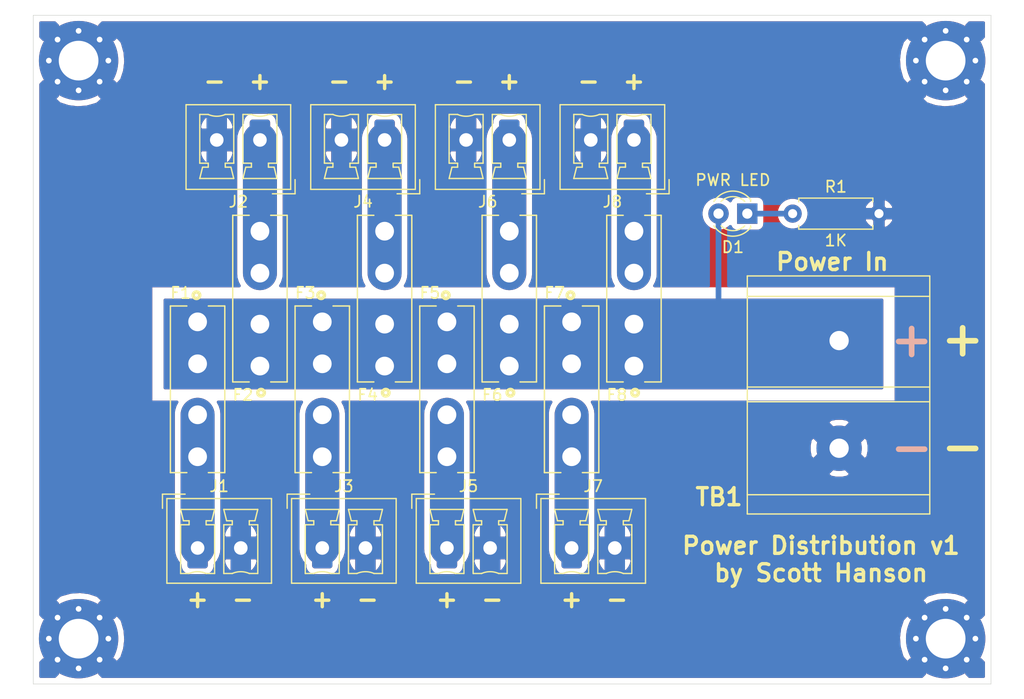
<source format=kicad_pcb>
(kicad_pcb (version 20171130) (host pcbnew "(5.1.9)-1")

  (general
    (thickness 1.6)
    (drawings 29)
    (tracks 20)
    (zones 0)
    (modules 23)
    (nets 12)
  )

  (page A4)
  (title_block
    (title "Power Distribution")
    (date 2021-03-09)
    (rev v1)
    (company "Scott Hanson")
  )

  (layers
    (0 F.Cu signal)
    (31 B.Cu signal)
    (32 B.Adhes user)
    (33 F.Adhes user)
    (34 B.Paste user)
    (35 F.Paste user)
    (36 B.SilkS user)
    (37 F.SilkS user)
    (38 B.Mask user)
    (39 F.Mask user)
    (40 Dwgs.User user)
    (41 Cmts.User user)
    (42 Eco1.User user)
    (43 Eco2.User user)
    (44 Edge.Cuts user)
    (45 Margin user)
    (46 B.CrtYd user)
    (47 F.CrtYd user)
    (48 B.Fab user)
    (49 F.Fab user)
  )

  (setup
    (last_trace_width 0.5)
    (trace_clearance 0.2)
    (zone_clearance 0.508)
    (zone_45_only no)
    (trace_min 0.2)
    (via_size 0.8)
    (via_drill 0.4)
    (via_min_size 0.4)
    (via_min_drill 0.3)
    (uvia_size 0.3)
    (uvia_drill 0.1)
    (uvias_allowed no)
    (uvia_min_size 0.2)
    (uvia_min_drill 0.1)
    (edge_width 0.05)
    (segment_width 0.2)
    (pcb_text_width 0.3)
    (pcb_text_size 1.5 1.5)
    (mod_edge_width 0.12)
    (mod_text_size 1 1)
    (mod_text_width 0.15)
    (pad_size 1.6 1.6)
    (pad_drill 0.8)
    (pad_to_mask_clearance 0)
    (aux_axis_origin 0 0)
    (visible_elements 7FFFFFFF)
    (pcbplotparams
      (layerselection 0x010fc_ffffffff)
      (usegerberextensions false)
      (usegerberattributes true)
      (usegerberadvancedattributes true)
      (creategerberjobfile true)
      (excludeedgelayer true)
      (linewidth 0.100000)
      (plotframeref false)
      (viasonmask false)
      (mode 1)
      (useauxorigin false)
      (hpglpennumber 1)
      (hpglpenspeed 20)
      (hpglpendiameter 15.000000)
      (psnegative false)
      (psa4output false)
      (plotreference true)
      (plotvalue true)
      (plotinvisibletext false)
      (padsonsilk false)
      (subtractmaskfromsilk false)
      (outputformat 1)
      (mirror false)
      (drillshape 0)
      (scaleselection 1)
      (outputdirectory "gerbers"))
  )

  (net 0 "")
  (net 1 GND)
  (net 2 +12V)
  (net 3 "Net-(F1-Pad2_1)")
  (net 4 "Net-(F2-Pad2_1)")
  (net 5 "Net-(F3-Pad2_1)")
  (net 6 "Net-(F4-Pad2_1)")
  (net 7 "Net-(F5-Pad2_1)")
  (net 8 "Net-(F6-Pad2_1)")
  (net 9 "Net-(F7-Pad2_1)")
  (net 10 "Net-(F8-Pad2_1)")
  (net 11 "Net-(D1-Pad1)")

  (net_class Default "This is the default net class."
    (clearance 0.2)
    (trace_width 0.5)
    (via_dia 0.8)
    (via_drill 0.4)
    (uvia_dia 0.3)
    (uvia_drill 0.1)
    (add_net +12V)
    (add_net GND)
    (add_net "Net-(D1-Pad1)")
    (add_net "Net-(F1-Pad2_1)")
    (add_net "Net-(F2-Pad2_1)")
    (add_net "Net-(F3-Pad2_1)")
    (add_net "Net-(F4-Pad2_1)")
    (add_net "Net-(F5-Pad2_1)")
    (add_net "Net-(F6-Pad2_1)")
    (add_net "Net-(F7-Pad2_1)")
    (add_net "Net-(F8-Pad2_1)")
  )

  (module 3544-2:FUSE_3544-2 (layer F.Cu) (tedit 0) (tstamp 6044FFAD)
    (at 140.5 97 90)
    (path /604E960C)
    (fp_text reference F8 (at -8.5 -1.5 180) (layer F.SilkS)
      (effects (font (size 1 1) (thickness 0.15)))
    )
    (fp_text value 3544-2_SM (at 4.5 3.5 90) (layer F.Fab)
      (effects (font (size 1 1) (thickness 0.05)))
    )
    (fp_line (start -7.35 -2.4) (end 7.35 -2.4) (layer Eco2.User) (width 0.127))
    (fp_line (start 7.35 -2.4) (end 7.35 2.4) (layer Eco2.User) (width 0.127))
    (fp_line (start 7.35 2.4) (end -7.35 2.4) (layer Eco2.User) (width 0.127))
    (fp_line (start -7.35 2.4) (end -7.35 -2.4) (layer Eco2.User) (width 0.127))
    (fp_line (start -7.35 -2.4) (end 7.35 -2.4) (layer F.SilkS) (width 0.127))
    (fp_line (start 7.35 2.4) (end -7.35 2.4) (layer F.SilkS) (width 0.127))
    (fp_line (start -7.35 -2.4) (end -7.35 -0.95) (layer F.SilkS) (width 0.127))
    (fp_line (start -7.35 0.95) (end -7.35 2.4) (layer F.SilkS) (width 0.127))
    (fp_line (start 7.35 0.95) (end 7.35 2.4) (layer F.SilkS) (width 0.127))
    (fp_line (start 7.35 -2.4) (end 7.35 -0.95) (layer F.SilkS) (width 0.127))
    (fp_circle (center -8.3 0.1) (end -8.15858 0.1) (layer F.SilkS) (width 0.3))
    (fp_circle (center -8.3 0.1) (end -8.15858 0.1) (layer Eco2.User) (width 0.3))
    (fp_line (start -7.6 -2.65) (end 7.6 -2.65) (layer Eco1.User) (width 0.05))
    (fp_line (start 7.6 -2.65) (end 7.6 2.65) (layer Eco1.User) (width 0.05))
    (fp_line (start 7.6 2.65) (end -7.6 2.65) (layer Eco1.User) (width 0.05))
    (fp_line (start -7.6 2.65) (end -7.6 -2.65) (layer Eco1.User) (width 0.05))
    (pad 2_2 thru_hole circle (at 5.95 0 90) (size 2.475 2.475) (drill 1.65) (layers *.Cu *.Mask)
      (net 10 "Net-(F8-Pad2_1)"))
    (pad 1_1 thru_hole circle (at -5.95 0 90) (size 2.475 2.475) (drill 1.65) (layers *.Cu *.Mask)
      (net 2 +12V))
    (pad 2_1 thru_hole circle (at 2.25 0 90) (size 2.475 2.475) (drill 1.65) (layers *.Cu *.Mask)
      (net 10 "Net-(F8-Pad2_1)"))
    (pad 1_2 thru_hole circle (at -2.25 0 90) (size 2.475 2.475) (drill 1.65) (layers *.Cu *.Mask)
      (net 2 +12V))
    (model "${GIT_MODELS}/Mini Blade Fuse Holder.step"
      (offset (xyz 0 -2.4 0))
      (scale (xyz 1 1 1))
      (rotate (xyz 0 0 0))
    )
    (model "${GIT_MODELS}/MINI Blade Type.step"
      (offset (xyz 0 0 10.5))
      (scale (xyz 1 1 1))
      (rotate (xyz 90 0 0))
    )
  )

  (module 3544-2:FUSE_3544-2 (layer F.Cu) (tedit 0) (tstamp 6047C37E)
    (at 135 105 270)
    (path /604E95F5)
    (fp_text reference F7 (at -8.5 1.5 180) (layer F.SilkS)
      (effects (font (size 1 1) (thickness 0.15)))
    )
    (fp_text value 3544-2_SM (at 4 -3.5 90) (layer F.Fab)
      (effects (font (size 1 1) (thickness 0.05)))
    )
    (fp_line (start -7.35 -2.4) (end 7.35 -2.4) (layer Eco2.User) (width 0.127))
    (fp_line (start 7.35 -2.4) (end 7.35 2.4) (layer Eco2.User) (width 0.127))
    (fp_line (start 7.35 2.4) (end -7.35 2.4) (layer Eco2.User) (width 0.127))
    (fp_line (start -7.35 2.4) (end -7.35 -2.4) (layer Eco2.User) (width 0.127))
    (fp_line (start -7.35 -2.4) (end 7.35 -2.4) (layer F.SilkS) (width 0.127))
    (fp_line (start 7.35 2.4) (end -7.35 2.4) (layer F.SilkS) (width 0.127))
    (fp_line (start -7.35 -2.4) (end -7.35 -0.95) (layer F.SilkS) (width 0.127))
    (fp_line (start -7.35 0.95) (end -7.35 2.4) (layer F.SilkS) (width 0.127))
    (fp_line (start 7.35 0.95) (end 7.35 2.4) (layer F.SilkS) (width 0.127))
    (fp_line (start 7.35 -2.4) (end 7.35 -0.95) (layer F.SilkS) (width 0.127))
    (fp_circle (center -8.3 0.1) (end -8.15858 0.1) (layer F.SilkS) (width 0.3))
    (fp_circle (center -8.3 0.1) (end -8.15858 0.1) (layer Eco2.User) (width 0.3))
    (fp_line (start -7.6 -2.65) (end 7.6 -2.65) (layer Eco1.User) (width 0.05))
    (fp_line (start 7.6 -2.65) (end 7.6 2.65) (layer Eco1.User) (width 0.05))
    (fp_line (start 7.6 2.65) (end -7.6 2.65) (layer Eco1.User) (width 0.05))
    (fp_line (start -7.6 2.65) (end -7.6 -2.65) (layer Eco1.User) (width 0.05))
    (pad 2_2 thru_hole circle (at 5.95 0 270) (size 2.475 2.475) (drill 1.65) (layers *.Cu *.Mask)
      (net 9 "Net-(F7-Pad2_1)"))
    (pad 1_1 thru_hole circle (at -5.95 0 270) (size 2.475 2.475) (drill 1.65) (layers *.Cu *.Mask)
      (net 2 +12V))
    (pad 2_1 thru_hole circle (at 2.25 0 270) (size 2.475 2.475) (drill 1.65) (layers *.Cu *.Mask)
      (net 9 "Net-(F7-Pad2_1)"))
    (pad 1_2 thru_hole circle (at -2.25 0 270) (size 2.475 2.475) (drill 1.65) (layers *.Cu *.Mask)
      (net 2 +12V))
    (model "${GIT_MODELS}/Mini Blade Fuse Holder.step"
      (offset (xyz 0 -2.4 0))
      (scale (xyz 1 1 1))
      (rotate (xyz 0 0 0))
    )
    (model "${GIT_MODELS}/MINI Blade Type.step"
      (offset (xyz 0 0 10.5))
      (scale (xyz 1 1 1))
      (rotate (xyz 90 0 0))
    )
  )

  (module 3544-2:FUSE_3544-2 (layer F.Cu) (tedit 0) (tstamp 6044FF7D)
    (at 129.5 97 90)
    (path /604E95DE)
    (fp_text reference F6 (at -8.5 -1.5 180) (layer F.SilkS)
      (effects (font (size 1 1) (thickness 0.15)))
    )
    (fp_text value 3544-2_SM (at 4.5 3.5 90) (layer F.Fab)
      (effects (font (size 1 1) (thickness 0.05)))
    )
    (fp_line (start -7.35 -2.4) (end 7.35 -2.4) (layer Eco2.User) (width 0.127))
    (fp_line (start 7.35 -2.4) (end 7.35 2.4) (layer Eco2.User) (width 0.127))
    (fp_line (start 7.35 2.4) (end -7.35 2.4) (layer Eco2.User) (width 0.127))
    (fp_line (start -7.35 2.4) (end -7.35 -2.4) (layer Eco2.User) (width 0.127))
    (fp_line (start -7.35 -2.4) (end 7.35 -2.4) (layer F.SilkS) (width 0.127))
    (fp_line (start 7.35 2.4) (end -7.35 2.4) (layer F.SilkS) (width 0.127))
    (fp_line (start -7.35 -2.4) (end -7.35 -0.95) (layer F.SilkS) (width 0.127))
    (fp_line (start -7.35 0.95) (end -7.35 2.4) (layer F.SilkS) (width 0.127))
    (fp_line (start 7.35 0.95) (end 7.35 2.4) (layer F.SilkS) (width 0.127))
    (fp_line (start 7.35 -2.4) (end 7.35 -0.95) (layer F.SilkS) (width 0.127))
    (fp_circle (center -8.3 0.1) (end -8.15858 0.1) (layer F.SilkS) (width 0.3))
    (fp_circle (center -8.3 0.1) (end -8.15858 0.1) (layer Eco2.User) (width 0.3))
    (fp_line (start -7.6 -2.65) (end 7.6 -2.65) (layer Eco1.User) (width 0.05))
    (fp_line (start 7.6 -2.65) (end 7.6 2.65) (layer Eco1.User) (width 0.05))
    (fp_line (start 7.6 2.65) (end -7.6 2.65) (layer Eco1.User) (width 0.05))
    (fp_line (start -7.6 2.65) (end -7.6 -2.65) (layer Eco1.User) (width 0.05))
    (pad 2_2 thru_hole circle (at 5.95 0 90) (size 2.475 2.475) (drill 1.65) (layers *.Cu *.Mask)
      (net 8 "Net-(F6-Pad2_1)"))
    (pad 1_1 thru_hole circle (at -5.95 0 90) (size 2.475 2.475) (drill 1.65) (layers *.Cu *.Mask)
      (net 2 +12V))
    (pad 2_1 thru_hole circle (at 2.25 0 90) (size 2.475 2.475) (drill 1.65) (layers *.Cu *.Mask)
      (net 8 "Net-(F6-Pad2_1)"))
    (pad 1_2 thru_hole circle (at -2.25 0 90) (size 2.475 2.475) (drill 1.65) (layers *.Cu *.Mask)
      (net 2 +12V))
    (model "${GIT_MODELS}/Mini Blade Fuse Holder.step"
      (offset (xyz 0 -2.4 0))
      (scale (xyz 1 1 1))
      (rotate (xyz 0 0 0))
    )
    (model "${GIT_MODELS}/MINI Blade Type.step"
      (offset (xyz 0 0 10.5))
      (scale (xyz 1 1 1))
      (rotate (xyz 90 0 0))
    )
  )

  (module 3544-2:FUSE_3544-2 (layer F.Cu) (tedit 0) (tstamp 6047C339)
    (at 124 105 270)
    (path /604E95C7)
    (fp_text reference F5 (at -8.5 1.5 180) (layer F.SilkS)
      (effects (font (size 1 1) (thickness 0.15)))
    )
    (fp_text value 3544-2_SM (at -12.5 2 90) (layer F.Fab)
      (effects (font (size 1 1) (thickness 0.05)))
    )
    (fp_line (start -7.35 -2.4) (end 7.35 -2.4) (layer Eco2.User) (width 0.127))
    (fp_line (start 7.35 -2.4) (end 7.35 2.4) (layer Eco2.User) (width 0.127))
    (fp_line (start 7.35 2.4) (end -7.35 2.4) (layer Eco2.User) (width 0.127))
    (fp_line (start -7.35 2.4) (end -7.35 -2.4) (layer Eco2.User) (width 0.127))
    (fp_line (start -7.35 -2.4) (end 7.35 -2.4) (layer F.SilkS) (width 0.127))
    (fp_line (start 7.35 2.4) (end -7.35 2.4) (layer F.SilkS) (width 0.127))
    (fp_line (start -7.35 -2.4) (end -7.35 -0.95) (layer F.SilkS) (width 0.127))
    (fp_line (start -7.35 0.95) (end -7.35 2.4) (layer F.SilkS) (width 0.127))
    (fp_line (start 7.35 0.95) (end 7.35 2.4) (layer F.SilkS) (width 0.127))
    (fp_line (start 7.35 -2.4) (end 7.35 -0.95) (layer F.SilkS) (width 0.127))
    (fp_circle (center -8.3 0.1) (end -8.15858 0.1) (layer F.SilkS) (width 0.3))
    (fp_circle (center -8.3 0.1) (end -8.15858 0.1) (layer Eco2.User) (width 0.3))
    (fp_line (start -7.6 -2.65) (end 7.6 -2.65) (layer Eco1.User) (width 0.05))
    (fp_line (start 7.6 -2.65) (end 7.6 2.65) (layer Eco1.User) (width 0.05))
    (fp_line (start 7.6 2.65) (end -7.6 2.65) (layer Eco1.User) (width 0.05))
    (fp_line (start -7.6 2.65) (end -7.6 -2.65) (layer Eco1.User) (width 0.05))
    (pad 2_2 thru_hole circle (at 5.95 0 270) (size 2.475 2.475) (drill 1.65) (layers *.Cu *.Mask)
      (net 7 "Net-(F5-Pad2_1)"))
    (pad 1_1 thru_hole circle (at -5.95 0 270) (size 2.475 2.475) (drill 1.65) (layers *.Cu *.Mask)
      (net 2 +12V))
    (pad 2_1 thru_hole circle (at 2.25 0 270) (size 2.475 2.475) (drill 1.65) (layers *.Cu *.Mask)
      (net 7 "Net-(F5-Pad2_1)"))
    (pad 1_2 thru_hole circle (at -2.25 0 270) (size 2.475 2.475) (drill 1.65) (layers *.Cu *.Mask)
      (net 2 +12V))
    (model "${GIT_MODELS}/Mini Blade Fuse Holder.step"
      (offset (xyz 0 -2.4 0))
      (scale (xyz 1 1 1))
      (rotate (xyz 0 0 0))
    )
    (model "${GIT_MODELS}/MINI Blade Type.step"
      (offset (xyz 0 0 10.5))
      (scale (xyz 1 1 1))
      (rotate (xyz 90 0 0))
    )
  )

  (module 3544-2:FUSE_3544-2 (layer F.Cu) (tedit 0) (tstamp 6044FF4D)
    (at 118.5 97 90)
    (path /604DCF51)
    (fp_text reference F4 (at -8.5 -1.5 180) (layer F.SilkS)
      (effects (font (size 1 1) (thickness 0.15)))
    )
    (fp_text value 3544-2_SM (at -12 9 90) (layer F.Fab)
      (effects (font (size 1 1) (thickness 0.05)))
    )
    (fp_line (start -7.35 -2.4) (end 7.35 -2.4) (layer Eco2.User) (width 0.127))
    (fp_line (start 7.35 -2.4) (end 7.35 2.4) (layer Eco2.User) (width 0.127))
    (fp_line (start 7.35 2.4) (end -7.35 2.4) (layer Eco2.User) (width 0.127))
    (fp_line (start -7.35 2.4) (end -7.35 -2.4) (layer Eco2.User) (width 0.127))
    (fp_line (start -7.35 -2.4) (end 7.35 -2.4) (layer F.SilkS) (width 0.127))
    (fp_line (start 7.35 2.4) (end -7.35 2.4) (layer F.SilkS) (width 0.127))
    (fp_line (start -7.35 -2.4) (end -7.35 -0.95) (layer F.SilkS) (width 0.127))
    (fp_line (start -7.35 0.95) (end -7.35 2.4) (layer F.SilkS) (width 0.127))
    (fp_line (start 7.35 0.95) (end 7.35 2.4) (layer F.SilkS) (width 0.127))
    (fp_line (start 7.35 -2.4) (end 7.35 -0.95) (layer F.SilkS) (width 0.127))
    (fp_circle (center -8.3 0.1) (end -8.15858 0.1) (layer F.SilkS) (width 0.3))
    (fp_circle (center -8.3 0.1) (end -8.15858 0.1) (layer Eco2.User) (width 0.3))
    (fp_line (start -7.6 -2.65) (end 7.6 -2.65) (layer Eco1.User) (width 0.05))
    (fp_line (start 7.6 -2.65) (end 7.6 2.65) (layer Eco1.User) (width 0.05))
    (fp_line (start 7.6 2.65) (end -7.6 2.65) (layer Eco1.User) (width 0.05))
    (fp_line (start -7.6 2.65) (end -7.6 -2.65) (layer Eco1.User) (width 0.05))
    (pad 2_2 thru_hole circle (at 5.95 0 90) (size 2.475 2.475) (drill 1.65) (layers *.Cu *.Mask)
      (net 6 "Net-(F4-Pad2_1)"))
    (pad 1_1 thru_hole circle (at -5.95 0 90) (size 2.475 2.475) (drill 1.65) (layers *.Cu *.Mask)
      (net 2 +12V))
    (pad 2_1 thru_hole circle (at 2.25 0 90) (size 2.475 2.475) (drill 1.65) (layers *.Cu *.Mask)
      (net 6 "Net-(F4-Pad2_1)"))
    (pad 1_2 thru_hole circle (at -2.25 0 90) (size 2.475 2.475) (drill 1.65) (layers *.Cu *.Mask)
      (net 2 +12V))
    (model "${GIT_MODELS}/Mini Blade Fuse Holder.step"
      (offset (xyz 0 -2.4 0))
      (scale (xyz 1 1 1))
      (rotate (xyz 0 0 0))
    )
    (model "${GIT_MODELS}/MINI Blade Type.step"
      (offset (xyz 0 0 10.5))
      (scale (xyz 1 1 1))
      (rotate (xyz 90 0 0))
    )
  )

  (module 3544-2:FUSE_3544-2 (layer F.Cu) (tedit 0) (tstamp 6047C3C3)
    (at 113 105 270)
    (path /604DBDEB)
    (fp_text reference F3 (at -8.5 1.5 180) (layer F.SilkS)
      (effects (font (size 1 1) (thickness 0.15)))
    )
    (fp_text value 3544-2_SM (at 4 -3.5 90) (layer F.Fab)
      (effects (font (size 1 1) (thickness 0.05)))
    )
    (fp_line (start -7.35 -2.4) (end 7.35 -2.4) (layer Eco2.User) (width 0.127))
    (fp_line (start 7.35 -2.4) (end 7.35 2.4) (layer Eco2.User) (width 0.127))
    (fp_line (start 7.35 2.4) (end -7.35 2.4) (layer Eco2.User) (width 0.127))
    (fp_line (start -7.35 2.4) (end -7.35 -2.4) (layer Eco2.User) (width 0.127))
    (fp_line (start -7.35 -2.4) (end 7.35 -2.4) (layer F.SilkS) (width 0.127))
    (fp_line (start 7.35 2.4) (end -7.35 2.4) (layer F.SilkS) (width 0.127))
    (fp_line (start -7.35 -2.4) (end -7.35 -0.95) (layer F.SilkS) (width 0.127))
    (fp_line (start -7.35 0.95) (end -7.35 2.4) (layer F.SilkS) (width 0.127))
    (fp_line (start 7.35 0.95) (end 7.35 2.4) (layer F.SilkS) (width 0.127))
    (fp_line (start 7.35 -2.4) (end 7.35 -0.95) (layer F.SilkS) (width 0.127))
    (fp_circle (center -8.3 0.1) (end -8.15858 0.1) (layer F.SilkS) (width 0.3))
    (fp_circle (center -8.3 0.1) (end -8.15858 0.1) (layer Eco2.User) (width 0.3))
    (fp_line (start -7.6 -2.65) (end 7.6 -2.65) (layer Eco1.User) (width 0.05))
    (fp_line (start 7.6 -2.65) (end 7.6 2.65) (layer Eco1.User) (width 0.05))
    (fp_line (start 7.6 2.65) (end -7.6 2.65) (layer Eco1.User) (width 0.05))
    (fp_line (start -7.6 2.65) (end -7.6 -2.65) (layer Eco1.User) (width 0.05))
    (pad 2_2 thru_hole circle (at 5.95 0 270) (size 2.475 2.475) (drill 1.65) (layers *.Cu *.Mask)
      (net 5 "Net-(F3-Pad2_1)"))
    (pad 1_1 thru_hole circle (at -5.95 0 270) (size 2.475 2.475) (drill 1.65) (layers *.Cu *.Mask)
      (net 2 +12V))
    (pad 2_1 thru_hole circle (at 2.25 0 270) (size 2.475 2.475) (drill 1.65) (layers *.Cu *.Mask)
      (net 5 "Net-(F3-Pad2_1)"))
    (pad 1_2 thru_hole circle (at -2.25 0 270) (size 2.475 2.475) (drill 1.65) (layers *.Cu *.Mask)
      (net 2 +12V))
    (model "${GIT_MODELS}/Mini Blade Fuse Holder.step"
      (offset (xyz 0 -2.4 0))
      (scale (xyz 1 1 1))
      (rotate (xyz 0 0 0))
    )
    (model "${GIT_MODELS}/MINI Blade Type.step"
      (offset (xyz 0 0 10.5))
      (scale (xyz 1 1 1))
      (rotate (xyz 90 0 0))
    )
  )

  (module 3544-2:FUSE_3544-2 (layer F.Cu) (tedit 0) (tstamp 6044FF1D)
    (at 107.5 97 90)
    (path /604DB66F)
    (fp_text reference F2 (at -8.5 -1.5 180) (layer F.SilkS)
      (effects (font (size 1 1) (thickness 0.15)))
    )
    (fp_text value 3544-2_SM (at 4.5 3.5 90) (layer F.Fab)
      (effects (font (size 1 1) (thickness 0.05)))
    )
    (fp_line (start -7.35 -2.4) (end 7.35 -2.4) (layer Eco2.User) (width 0.127))
    (fp_line (start 7.35 -2.4) (end 7.35 2.4) (layer Eco2.User) (width 0.127))
    (fp_line (start 7.35 2.4) (end -7.35 2.4) (layer Eco2.User) (width 0.127))
    (fp_line (start -7.35 2.4) (end -7.35 -2.4) (layer Eco2.User) (width 0.127))
    (fp_line (start -7.35 -2.4) (end 7.35 -2.4) (layer F.SilkS) (width 0.127))
    (fp_line (start 7.35 2.4) (end -7.35 2.4) (layer F.SilkS) (width 0.127))
    (fp_line (start -7.35 -2.4) (end -7.35 -0.95) (layer F.SilkS) (width 0.127))
    (fp_line (start -7.35 0.95) (end -7.35 2.4) (layer F.SilkS) (width 0.127))
    (fp_line (start 7.35 0.95) (end 7.35 2.4) (layer F.SilkS) (width 0.127))
    (fp_line (start 7.35 -2.4) (end 7.35 -0.95) (layer F.SilkS) (width 0.127))
    (fp_circle (center -8.3 0.1) (end -8.15858 0.1) (layer F.SilkS) (width 0.3))
    (fp_circle (center -8.3 0.1) (end -8.15858 0.1) (layer Eco2.User) (width 0.3))
    (fp_line (start -7.6 -2.65) (end 7.6 -2.65) (layer Eco1.User) (width 0.05))
    (fp_line (start 7.6 -2.65) (end 7.6 2.65) (layer Eco1.User) (width 0.05))
    (fp_line (start 7.6 2.65) (end -7.6 2.65) (layer Eco1.User) (width 0.05))
    (fp_line (start -7.6 2.65) (end -7.6 -2.65) (layer Eco1.User) (width 0.05))
    (pad 2_2 thru_hole circle (at 5.95 0 90) (size 2.475 2.475) (drill 1.65) (layers *.Cu *.Mask)
      (net 4 "Net-(F2-Pad2_1)"))
    (pad 1_1 thru_hole circle (at -5.95 0 90) (size 2.475 2.475) (drill 1.65) (layers *.Cu *.Mask)
      (net 2 +12V))
    (pad 2_1 thru_hole circle (at 2.25 0 90) (size 2.475 2.475) (drill 1.65) (layers *.Cu *.Mask)
      (net 4 "Net-(F2-Pad2_1)"))
    (pad 1_2 thru_hole circle (at -2.25 0 90) (size 2.475 2.475) (drill 1.65) (layers *.Cu *.Mask)
      (net 2 +12V))
    (model "${GIT_MODELS}/Mini Blade Fuse Holder.step"
      (offset (xyz 0 -2.4 0))
      (scale (xyz 1 1 1))
      (rotate (xyz 0 0 0))
    )
    (model "${GIT_MODELS}/MINI Blade Type.step"
      (offset (xyz 0 0 10.5))
      (scale (xyz 1 1 1))
      (rotate (xyz 90 0 0))
    )
  )

  (module 3544-2:FUSE_3544-2 (layer F.Cu) (tedit 0) (tstamp 6047C2F4)
    (at 102 105 270)
    (path /6047EAC6)
    (fp_text reference F1 (at -8.5 1.5 180) (layer F.SilkS)
      (effects (font (size 1 1) (thickness 0.15)))
    )
    (fp_text value 3544-2_SM (at 4 -3.5 90) (layer F.Fab)
      (effects (font (size 1 1) (thickness 0.05)))
    )
    (fp_line (start -7.35 -2.4) (end 7.35 -2.4) (layer Eco2.User) (width 0.127))
    (fp_line (start 7.35 -2.4) (end 7.35 2.4) (layer Eco2.User) (width 0.127))
    (fp_line (start 7.35 2.4) (end -7.35 2.4) (layer Eco2.User) (width 0.127))
    (fp_line (start -7.35 2.4) (end -7.35 -2.4) (layer Eco2.User) (width 0.127))
    (fp_line (start -7.35 -2.4) (end 7.35 -2.4) (layer F.SilkS) (width 0.127))
    (fp_line (start 7.35 2.4) (end -7.35 2.4) (layer F.SilkS) (width 0.127))
    (fp_line (start -7.35 -2.4) (end -7.35 -0.95) (layer F.SilkS) (width 0.127))
    (fp_line (start -7.35 0.95) (end -7.35 2.4) (layer F.SilkS) (width 0.127))
    (fp_line (start 7.35 0.95) (end 7.35 2.4) (layer F.SilkS) (width 0.127))
    (fp_line (start 7.35 -2.4) (end 7.35 -0.95) (layer F.SilkS) (width 0.127))
    (fp_circle (center -8.3 0.1) (end -8.15858 0.1) (layer F.SilkS) (width 0.3))
    (fp_circle (center -8.3 0.1) (end -8.15858 0.1) (layer Eco2.User) (width 0.3))
    (fp_line (start -7.6 -2.65) (end 7.6 -2.65) (layer Eco1.User) (width 0.05))
    (fp_line (start 7.6 -2.65) (end 7.6 2.65) (layer Eco1.User) (width 0.05))
    (fp_line (start 7.6 2.65) (end -7.6 2.65) (layer Eco1.User) (width 0.05))
    (fp_line (start -7.6 2.65) (end -7.6 -2.65) (layer Eco1.User) (width 0.05))
    (pad 2_2 thru_hole circle (at 5.95 0 270) (size 2.475 2.475) (drill 1.65) (layers *.Cu *.Mask)
      (net 3 "Net-(F1-Pad2_1)"))
    (pad 1_1 thru_hole circle (at -5.95 0 270) (size 2.475 2.475) (drill 1.65) (layers *.Cu *.Mask)
      (net 2 +12V))
    (pad 2_1 thru_hole circle (at 2.25 0 270) (size 2.475 2.475) (drill 1.65) (layers *.Cu *.Mask)
      (net 3 "Net-(F1-Pad2_1)"))
    (pad 1_2 thru_hole circle (at -2.25 0 270) (size 2.475 2.475) (drill 1.65) (layers *.Cu *.Mask)
      (net 2 +12V))
    (model "${GIT_MODELS}/Mini Blade Fuse Holder.step"
      (offset (xyz 0 -2.4 0))
      (scale (xyz 1 1 1))
      (rotate (xyz 0 0 0))
    )
    (model "${GIT_MODELS}/MINI Blade Type.step"
      (offset (xyz 0 0 10.5))
      (scale (xyz 1 1 1))
      (rotate (xyz 90 0 0))
    )
  )

  (module Resistor_THT:R_Axial_DIN0207_L6.3mm_D2.5mm_P7.62mm_Horizontal (layer F.Cu) (tedit 604991FC) (tstamp 6049988A)
    (at 154.5 89.5)
    (descr "Resistor, Axial_DIN0207 series, Axial, Horizontal, pin pitch=7.62mm, 0.25W = 1/4W, length*diameter=6.3*2.5mm^2, http://cdn-reichelt.de/documents/datenblatt/B400/1_4W%23YAG.pdf")
    (tags "Resistor Axial_DIN0207 series Axial Horizontal pin pitch 7.62mm 0.25W = 1/4W length 6.3mm diameter 2.5mm")
    (path /60559C4E)
    (fp_text reference R1 (at 3.81 -2.37) (layer F.SilkS)
      (effects (font (size 1 1) (thickness 0.15)))
    )
    (fp_text value 1K (at 3.81 2.37) (layer F.SilkS)
      (effects (font (size 1 1) (thickness 0.15)))
    )
    (fp_line (start 8.67 -1.5) (end -1.05 -1.5) (layer F.CrtYd) (width 0.05))
    (fp_line (start 8.67 1.5) (end 8.67 -1.5) (layer F.CrtYd) (width 0.05))
    (fp_line (start -1.05 1.5) (end 8.67 1.5) (layer F.CrtYd) (width 0.05))
    (fp_line (start -1.05 -1.5) (end -1.05 1.5) (layer F.CrtYd) (width 0.05))
    (fp_line (start 7.08 1.37) (end 7.08 1.04) (layer F.SilkS) (width 0.12))
    (fp_line (start 0.54 1.37) (end 7.08 1.37) (layer F.SilkS) (width 0.12))
    (fp_line (start 0.54 1.04) (end 0.54 1.37) (layer F.SilkS) (width 0.12))
    (fp_line (start 7.08 -1.37) (end 7.08 -1.04) (layer F.SilkS) (width 0.12))
    (fp_line (start 0.54 -1.37) (end 7.08 -1.37) (layer F.SilkS) (width 0.12))
    (fp_line (start 0.54 -1.04) (end 0.54 -1.37) (layer F.SilkS) (width 0.12))
    (fp_line (start 7.62 0) (end 6.96 0) (layer F.Fab) (width 0.1))
    (fp_line (start 0 0) (end 0.66 0) (layer F.Fab) (width 0.1))
    (fp_line (start 6.96 -1.25) (end 0.66 -1.25) (layer F.Fab) (width 0.1))
    (fp_line (start 6.96 1.25) (end 6.96 -1.25) (layer F.Fab) (width 0.1))
    (fp_line (start 0.66 1.25) (end 6.96 1.25) (layer F.Fab) (width 0.1))
    (fp_line (start 0.66 -1.25) (end 0.66 1.25) (layer F.Fab) (width 0.1))
    (fp_text user %R (at 3.81 0) (layer F.Fab)
      (effects (font (size 1 1) (thickness 0.15)))
    )
    (pad 2 thru_hole oval (at 7.62 0) (size 1.6 1.6) (drill 0.8) (layers *.Cu *.Mask)
      (net 1 GND) (zone_connect 1) (thermal_width 1))
    (pad 1 thru_hole circle (at 0 0) (size 1.6 1.6) (drill 0.8) (layers *.Cu *.Mask)
      (net 11 "Net-(D1-Pad1)"))
    (model ${KISYS3DMOD}/Resistor_THT.3dshapes/R_Axial_DIN0207_L6.3mm_D2.5mm_P7.62mm_Horizontal.wrl
      (at (xyz 0 0 0))
      (scale (xyz 1 1 1))
      (rotate (xyz 0 0 0))
    )
  )

  (module LED_THT:LED_D3.0mm_Clear (layer F.Cu) (tedit 5A6C9BC0) (tstamp 60499423)
    (at 150.5 89.5 180)
    (descr "IR-LED, diameter 3.0mm, 2 pins, color: clear")
    (tags "IR infrared LED diameter 3.0mm 2 pins clear")
    (path /60566F33)
    (fp_text reference D1 (at 1.27 -2.96) (layer F.SilkS)
      (effects (font (size 1 1) (thickness 0.15)))
    )
    (fp_text value "PWR LED" (at 1.27 2.96) (layer F.SilkS)
      (effects (font (size 1 1) (thickness 0.15)))
    )
    (fp_circle (center 1.27 0) (end 2.77 0) (layer F.Fab) (width 0.1))
    (fp_line (start 3.7 -2.25) (end -1.15 -2.25) (layer F.CrtYd) (width 0.05))
    (fp_line (start 3.7 2.25) (end 3.7 -2.25) (layer F.CrtYd) (width 0.05))
    (fp_line (start -1.15 2.25) (end 3.7 2.25) (layer F.CrtYd) (width 0.05))
    (fp_line (start -1.15 -2.25) (end -1.15 2.25) (layer F.CrtYd) (width 0.05))
    (fp_line (start -0.29 1.08) (end -0.29 1.236) (layer F.SilkS) (width 0.12))
    (fp_line (start -0.29 -1.236) (end -0.29 -1.08) (layer F.SilkS) (width 0.12))
    (fp_line (start -0.23 -1.16619) (end -0.23 1.16619) (layer F.Fab) (width 0.1))
    (fp_arc (start 1.27 0) (end 0.229039 1.08) (angle -87.9) (layer F.SilkS) (width 0.12))
    (fp_arc (start 1.27 0) (end 0.229039 -1.08) (angle 87.9) (layer F.SilkS) (width 0.12))
    (fp_arc (start 1.27 0) (end -0.29 1.235516) (angle -108.8) (layer F.SilkS) (width 0.12))
    (fp_arc (start 1.27 0) (end -0.29 -1.235516) (angle 108.8) (layer F.SilkS) (width 0.12))
    (fp_arc (start 1.27 0) (end -0.23 -1.16619) (angle 284.3) (layer F.Fab) (width 0.1))
    (fp_text user %R (at 1.47 0) (layer F.Fab)
      (effects (font (size 0.8 0.8) (thickness 0.12)))
    )
    (pad 2 thru_hole circle (at 2.54 0 180) (size 1.8 1.8) (drill 0.9) (layers *.Cu *.Mask)
      (net 2 +12V))
    (pad 1 thru_hole rect (at 0 0 180) (size 1.8 1.8) (drill 0.9) (layers *.Cu *.Mask)
      (net 11 "Net-(D1-Pad1)"))
    (model ${KISYS3DMOD}/LED_THT.3dshapes/LED_D3.0mm_Clear.wrl
      (at (xyz 0 0 0))
      (scale (xyz 1 1 1))
      (rotate (xyz 0 0 0))
    )
  )

  (module Connector_Phoenix_MC:PhoenixContact_MCV_1,5_2-G-3.81_1x02_P3.81mm_Vertical (layer F.Cu) (tedit 5B784ED1) (tstamp 6047C54B)
    (at 140.5 83 180)
    (descr "Generic Phoenix Contact connector footprint for: MCV_1,5/2-G-3.81; number of pins: 02; pin pitch: 3.81mm; Vertical || order number: 1803426 8A 160V")
    (tags "phoenix_contact connector MCV_01x02_G_3.81mm")
    (path /604E9612)
    (fp_text reference J8 (at 1.9 -5.45) (layer F.SilkS)
      (effects (font (size 1 1) (thickness 0.15)))
    )
    (fp_text value Out8 (at 1.9 4.2) (layer F.Fab)
      (effects (font (size 1 1) (thickness 0.15)))
    )
    (fp_line (start -2.71 -4.36) (end -2.71 3.11) (layer F.SilkS) (width 0.12))
    (fp_line (start -2.71 3.11) (end 6.52 3.11) (layer F.SilkS) (width 0.12))
    (fp_line (start 6.52 3.11) (end 6.52 -4.36) (layer F.SilkS) (width 0.12))
    (fp_line (start 6.52 -4.36) (end -2.71 -4.36) (layer F.SilkS) (width 0.12))
    (fp_line (start -2.6 -4.25) (end -2.6 3) (layer F.Fab) (width 0.1))
    (fp_line (start -2.6 3) (end 6.41 3) (layer F.Fab) (width 0.1))
    (fp_line (start 6.41 3) (end 6.41 -4.25) (layer F.Fab) (width 0.1))
    (fp_line (start 6.41 -4.25) (end -2.6 -4.25) (layer F.Fab) (width 0.1))
    (fp_line (start -0.75 2.25) (end -1.5 2.25) (layer F.SilkS) (width 0.12))
    (fp_line (start -1.5 2.25) (end -1.5 -2.05) (layer F.SilkS) (width 0.12))
    (fp_line (start -1.5 -2.05) (end -0.75 -2.05) (layer F.SilkS) (width 0.12))
    (fp_line (start -0.75 -2.05) (end -0.75 -2.4) (layer F.SilkS) (width 0.12))
    (fp_line (start -0.75 -2.4) (end -1.25 -2.4) (layer F.SilkS) (width 0.12))
    (fp_line (start -1.25 -2.4) (end -1.5 -3.4) (layer F.SilkS) (width 0.12))
    (fp_line (start -1.5 -3.4) (end 1.5 -3.4) (layer F.SilkS) (width 0.12))
    (fp_line (start 1.5 -3.4) (end 1.25 -2.4) (layer F.SilkS) (width 0.12))
    (fp_line (start 1.25 -2.4) (end 0.75 -2.4) (layer F.SilkS) (width 0.12))
    (fp_line (start 0.75 -2.4) (end 0.75 -2.05) (layer F.SilkS) (width 0.12))
    (fp_line (start 0.75 -2.05) (end 1.5 -2.05) (layer F.SilkS) (width 0.12))
    (fp_line (start 1.5 -2.05) (end 1.5 2.25) (layer F.SilkS) (width 0.12))
    (fp_line (start 1.5 2.25) (end 0.75 2.25) (layer F.SilkS) (width 0.12))
    (fp_line (start 3.06 2.25) (end 2.31 2.25) (layer F.SilkS) (width 0.12))
    (fp_line (start 2.31 2.25) (end 2.31 -2.05) (layer F.SilkS) (width 0.12))
    (fp_line (start 2.31 -2.05) (end 3.06 -2.05) (layer F.SilkS) (width 0.12))
    (fp_line (start 3.06 -2.05) (end 3.06 -2.4) (layer F.SilkS) (width 0.12))
    (fp_line (start 3.06 -2.4) (end 2.56 -2.4) (layer F.SilkS) (width 0.12))
    (fp_line (start 2.56 -2.4) (end 2.31 -3.4) (layer F.SilkS) (width 0.12))
    (fp_line (start 2.31 -3.4) (end 5.31 -3.4) (layer F.SilkS) (width 0.12))
    (fp_line (start 5.31 -3.4) (end 5.06 -2.4) (layer F.SilkS) (width 0.12))
    (fp_line (start 5.06 -2.4) (end 4.56 -2.4) (layer F.SilkS) (width 0.12))
    (fp_line (start 4.56 -2.4) (end 4.56 -2.05) (layer F.SilkS) (width 0.12))
    (fp_line (start 4.56 -2.05) (end 5.31 -2.05) (layer F.SilkS) (width 0.12))
    (fp_line (start 5.31 -2.05) (end 5.31 2.25) (layer F.SilkS) (width 0.12))
    (fp_line (start 5.31 2.25) (end 4.56 2.25) (layer F.SilkS) (width 0.12))
    (fp_line (start -3.1 -4.75) (end -3.1 3.5) (layer F.CrtYd) (width 0.05))
    (fp_line (start -3.1 3.5) (end 6.91 3.5) (layer F.CrtYd) (width 0.05))
    (fp_line (start 6.91 3.5) (end 6.91 -4.75) (layer F.CrtYd) (width 0.05))
    (fp_line (start 6.91 -4.75) (end -3.1 -4.75) (layer F.CrtYd) (width 0.05))
    (fp_line (start -3.1 -3.5) (end -3.1 -4.75) (layer F.SilkS) (width 0.12))
    (fp_line (start -3.1 -4.75) (end -1.1 -4.75) (layer F.SilkS) (width 0.12))
    (fp_line (start -3.1 -3.5) (end -3.1 -4.75) (layer F.Fab) (width 0.1))
    (fp_line (start -3.1 -4.75) (end -1.1 -4.75) (layer F.Fab) (width 0.1))
    (fp_text user %R (at 1.9 -3.55) (layer F.Fab)
      (effects (font (size 1 1) (thickness 0.15)))
    )
    (fp_arc (start 3.81 3.95) (end 3.06 2.25) (angle 47.6) (layer F.SilkS) (width 0.12))
    (fp_arc (start 0 3.95) (end -0.75 2.25) (angle 47.6) (layer F.SilkS) (width 0.12))
    (pad 2 thru_hole oval (at 3.81 0 180) (size 1.8 3.6) (drill 1.2) (layers *.Cu *.Mask)
      (net 1 GND))
    (pad 1 thru_hole roundrect (at 0 0 180) (size 1.8 3.6) (drill 1.2) (layers *.Cu *.Mask) (roundrect_rratio 0.1388888888888889)
      (net 10 "Net-(F8-Pad2_1)"))
    (model ${KISYS3DMOD}/Connector_Phoenix_MC.3dshapes/PhoenixContact_MCV_1,5_2-G-3.81_1x02_P3.81mm_Vertical.wrl
      (at (xyz 0 0 0))
      (scale (xyz 1 1 1))
      (rotate (xyz 0 0 0))
    )
  )

  (module Connector_Phoenix_MC:PhoenixContact_MCV_1,5_2-G-3.81_1x02_P3.81mm_Vertical (layer F.Cu) (tedit 5B784ED1) (tstamp 6045017C)
    (at 135 119)
    (descr "Generic Phoenix Contact connector footprint for: MCV_1,5/2-G-3.81; number of pins: 02; pin pitch: 3.81mm; Vertical || order number: 1803426 8A 160V")
    (tags "phoenix_contact connector MCV_01x02_G_3.81mm")
    (path /604E95FB)
    (fp_text reference J7 (at 1.9 -5.45) (layer F.SilkS)
      (effects (font (size 1 1) (thickness 0.15)))
    )
    (fp_text value Out7 (at 1.9 4.2) (layer F.Fab)
      (effects (font (size 1 1) (thickness 0.15)))
    )
    (fp_line (start -2.71 -4.36) (end -2.71 3.11) (layer F.SilkS) (width 0.12))
    (fp_line (start -2.71 3.11) (end 6.52 3.11) (layer F.SilkS) (width 0.12))
    (fp_line (start 6.52 3.11) (end 6.52 -4.36) (layer F.SilkS) (width 0.12))
    (fp_line (start 6.52 -4.36) (end -2.71 -4.36) (layer F.SilkS) (width 0.12))
    (fp_line (start -2.6 -4.25) (end -2.6 3) (layer F.Fab) (width 0.1))
    (fp_line (start -2.6 3) (end 6.41 3) (layer F.Fab) (width 0.1))
    (fp_line (start 6.41 3) (end 6.41 -4.25) (layer F.Fab) (width 0.1))
    (fp_line (start 6.41 -4.25) (end -2.6 -4.25) (layer F.Fab) (width 0.1))
    (fp_line (start -0.75 2.25) (end -1.5 2.25) (layer F.SilkS) (width 0.12))
    (fp_line (start -1.5 2.25) (end -1.5 -2.05) (layer F.SilkS) (width 0.12))
    (fp_line (start -1.5 -2.05) (end -0.75 -2.05) (layer F.SilkS) (width 0.12))
    (fp_line (start -0.75 -2.05) (end -0.75 -2.4) (layer F.SilkS) (width 0.12))
    (fp_line (start -0.75 -2.4) (end -1.25 -2.4) (layer F.SilkS) (width 0.12))
    (fp_line (start -1.25 -2.4) (end -1.5 -3.4) (layer F.SilkS) (width 0.12))
    (fp_line (start -1.5 -3.4) (end 1.5 -3.4) (layer F.SilkS) (width 0.12))
    (fp_line (start 1.5 -3.4) (end 1.25 -2.4) (layer F.SilkS) (width 0.12))
    (fp_line (start 1.25 -2.4) (end 0.75 -2.4) (layer F.SilkS) (width 0.12))
    (fp_line (start 0.75 -2.4) (end 0.75 -2.05) (layer F.SilkS) (width 0.12))
    (fp_line (start 0.75 -2.05) (end 1.5 -2.05) (layer F.SilkS) (width 0.12))
    (fp_line (start 1.5 -2.05) (end 1.5 2.25) (layer F.SilkS) (width 0.12))
    (fp_line (start 1.5 2.25) (end 0.75 2.25) (layer F.SilkS) (width 0.12))
    (fp_line (start 3.06 2.25) (end 2.31 2.25) (layer F.SilkS) (width 0.12))
    (fp_line (start 2.31 2.25) (end 2.31 -2.05) (layer F.SilkS) (width 0.12))
    (fp_line (start 2.31 -2.05) (end 3.06 -2.05) (layer F.SilkS) (width 0.12))
    (fp_line (start 3.06 -2.05) (end 3.06 -2.4) (layer F.SilkS) (width 0.12))
    (fp_line (start 3.06 -2.4) (end 2.56 -2.4) (layer F.SilkS) (width 0.12))
    (fp_line (start 2.56 -2.4) (end 2.31 -3.4) (layer F.SilkS) (width 0.12))
    (fp_line (start 2.31 -3.4) (end 5.31 -3.4) (layer F.SilkS) (width 0.12))
    (fp_line (start 5.31 -3.4) (end 5.06 -2.4) (layer F.SilkS) (width 0.12))
    (fp_line (start 5.06 -2.4) (end 4.56 -2.4) (layer F.SilkS) (width 0.12))
    (fp_line (start 4.56 -2.4) (end 4.56 -2.05) (layer F.SilkS) (width 0.12))
    (fp_line (start 4.56 -2.05) (end 5.31 -2.05) (layer F.SilkS) (width 0.12))
    (fp_line (start 5.31 -2.05) (end 5.31 2.25) (layer F.SilkS) (width 0.12))
    (fp_line (start 5.31 2.25) (end 4.56 2.25) (layer F.SilkS) (width 0.12))
    (fp_line (start -3.1 -4.75) (end -3.1 3.5) (layer F.CrtYd) (width 0.05))
    (fp_line (start -3.1 3.5) (end 6.91 3.5) (layer F.CrtYd) (width 0.05))
    (fp_line (start 6.91 3.5) (end 6.91 -4.75) (layer F.CrtYd) (width 0.05))
    (fp_line (start 6.91 -4.75) (end -3.1 -4.75) (layer F.CrtYd) (width 0.05))
    (fp_line (start -3.1 -3.5) (end -3.1 -4.75) (layer F.SilkS) (width 0.12))
    (fp_line (start -3.1 -4.75) (end -1.1 -4.75) (layer F.SilkS) (width 0.12))
    (fp_line (start -3.1 -3.5) (end -3.1 -4.75) (layer F.Fab) (width 0.1))
    (fp_line (start -3.1 -4.75) (end -1.1 -4.75) (layer F.Fab) (width 0.1))
    (fp_text user %R (at 1.9 -3.55) (layer F.Fab)
      (effects (font (size 1 1) (thickness 0.15)))
    )
    (fp_arc (start 3.81 3.95) (end 3.06 2.25) (angle 47.6) (layer F.SilkS) (width 0.12))
    (fp_arc (start 0 3.95) (end -0.75 2.25) (angle 47.6) (layer F.SilkS) (width 0.12))
    (pad 2 thru_hole oval (at 3.81 0) (size 1.8 3.6) (drill 1.2) (layers *.Cu *.Mask)
      (net 1 GND))
    (pad 1 thru_hole roundrect (at 0 0) (size 1.8 3.6) (drill 1.2) (layers *.Cu *.Mask) (roundrect_rratio 0.1388888888888889)
      (net 9 "Net-(F7-Pad2_1)"))
    (model ${KISYS3DMOD}/Connector_Phoenix_MC.3dshapes/PhoenixContact_MCV_1,5_2-G-3.81_1x02_P3.81mm_Vertical.wrl
      (at (xyz 0 0 0))
      (scale (xyz 1 1 1))
      (rotate (xyz 0 0 0))
    )
  )

  (module Connector_Phoenix_MC:PhoenixContact_MCV_1,5_2-G-3.81_1x02_P3.81mm_Vertical (layer F.Cu) (tedit 5B784ED1) (tstamp 6047C70D)
    (at 129.5 83 180)
    (descr "Generic Phoenix Contact connector footprint for: MCV_1,5/2-G-3.81; number of pins: 02; pin pitch: 3.81mm; Vertical || order number: 1803426 8A 160V")
    (tags "phoenix_contact connector MCV_01x02_G_3.81mm")
    (path /604E95E4)
    (fp_text reference J6 (at 1.9 -5.45) (layer F.SilkS)
      (effects (font (size 1 1) (thickness 0.15)))
    )
    (fp_text value Out6 (at 1.9 4.2) (layer F.Fab)
      (effects (font (size 1 1) (thickness 0.15)))
    )
    (fp_line (start -2.71 -4.36) (end -2.71 3.11) (layer F.SilkS) (width 0.12))
    (fp_line (start -2.71 3.11) (end 6.52 3.11) (layer F.SilkS) (width 0.12))
    (fp_line (start 6.52 3.11) (end 6.52 -4.36) (layer F.SilkS) (width 0.12))
    (fp_line (start 6.52 -4.36) (end -2.71 -4.36) (layer F.SilkS) (width 0.12))
    (fp_line (start -2.6 -4.25) (end -2.6 3) (layer F.Fab) (width 0.1))
    (fp_line (start -2.6 3) (end 6.41 3) (layer F.Fab) (width 0.1))
    (fp_line (start 6.41 3) (end 6.41 -4.25) (layer F.Fab) (width 0.1))
    (fp_line (start 6.41 -4.25) (end -2.6 -4.25) (layer F.Fab) (width 0.1))
    (fp_line (start -0.75 2.25) (end -1.5 2.25) (layer F.SilkS) (width 0.12))
    (fp_line (start -1.5 2.25) (end -1.5 -2.05) (layer F.SilkS) (width 0.12))
    (fp_line (start -1.5 -2.05) (end -0.75 -2.05) (layer F.SilkS) (width 0.12))
    (fp_line (start -0.75 -2.05) (end -0.75 -2.4) (layer F.SilkS) (width 0.12))
    (fp_line (start -0.75 -2.4) (end -1.25 -2.4) (layer F.SilkS) (width 0.12))
    (fp_line (start -1.25 -2.4) (end -1.5 -3.4) (layer F.SilkS) (width 0.12))
    (fp_line (start -1.5 -3.4) (end 1.5 -3.4) (layer F.SilkS) (width 0.12))
    (fp_line (start 1.5 -3.4) (end 1.25 -2.4) (layer F.SilkS) (width 0.12))
    (fp_line (start 1.25 -2.4) (end 0.75 -2.4) (layer F.SilkS) (width 0.12))
    (fp_line (start 0.75 -2.4) (end 0.75 -2.05) (layer F.SilkS) (width 0.12))
    (fp_line (start 0.75 -2.05) (end 1.5 -2.05) (layer F.SilkS) (width 0.12))
    (fp_line (start 1.5 -2.05) (end 1.5 2.25) (layer F.SilkS) (width 0.12))
    (fp_line (start 1.5 2.25) (end 0.75 2.25) (layer F.SilkS) (width 0.12))
    (fp_line (start 3.06 2.25) (end 2.31 2.25) (layer F.SilkS) (width 0.12))
    (fp_line (start 2.31 2.25) (end 2.31 -2.05) (layer F.SilkS) (width 0.12))
    (fp_line (start 2.31 -2.05) (end 3.06 -2.05) (layer F.SilkS) (width 0.12))
    (fp_line (start 3.06 -2.05) (end 3.06 -2.4) (layer F.SilkS) (width 0.12))
    (fp_line (start 3.06 -2.4) (end 2.56 -2.4) (layer F.SilkS) (width 0.12))
    (fp_line (start 2.56 -2.4) (end 2.31 -3.4) (layer F.SilkS) (width 0.12))
    (fp_line (start 2.31 -3.4) (end 5.31 -3.4) (layer F.SilkS) (width 0.12))
    (fp_line (start 5.31 -3.4) (end 5.06 -2.4) (layer F.SilkS) (width 0.12))
    (fp_line (start 5.06 -2.4) (end 4.56 -2.4) (layer F.SilkS) (width 0.12))
    (fp_line (start 4.56 -2.4) (end 4.56 -2.05) (layer F.SilkS) (width 0.12))
    (fp_line (start 4.56 -2.05) (end 5.31 -2.05) (layer F.SilkS) (width 0.12))
    (fp_line (start 5.31 -2.05) (end 5.31 2.25) (layer F.SilkS) (width 0.12))
    (fp_line (start 5.31 2.25) (end 4.56 2.25) (layer F.SilkS) (width 0.12))
    (fp_line (start -3.1 -4.75) (end -3.1 3.5) (layer F.CrtYd) (width 0.05))
    (fp_line (start -3.1 3.5) (end 6.91 3.5) (layer F.CrtYd) (width 0.05))
    (fp_line (start 6.91 3.5) (end 6.91 -4.75) (layer F.CrtYd) (width 0.05))
    (fp_line (start 6.91 -4.75) (end -3.1 -4.75) (layer F.CrtYd) (width 0.05))
    (fp_line (start -3.1 -3.5) (end -3.1 -4.75) (layer F.SilkS) (width 0.12))
    (fp_line (start -3.1 -4.75) (end -1.1 -4.75) (layer F.SilkS) (width 0.12))
    (fp_line (start -3.1 -3.5) (end -3.1 -4.75) (layer F.Fab) (width 0.1))
    (fp_line (start -3.1 -4.75) (end -1.1 -4.75) (layer F.Fab) (width 0.1))
    (fp_text user %R (at 1.9 -3.55) (layer F.Fab)
      (effects (font (size 1 1) (thickness 0.15)))
    )
    (fp_arc (start 3.81 3.95) (end 3.06 2.25) (angle 47.6) (layer F.SilkS) (width 0.12))
    (fp_arc (start 0 3.95) (end -0.75 2.25) (angle 47.6) (layer F.SilkS) (width 0.12))
    (pad 2 thru_hole oval (at 3.81 0 180) (size 1.8 3.6) (drill 1.2) (layers *.Cu *.Mask)
      (net 1 GND))
    (pad 1 thru_hole roundrect (at 0 0 180) (size 1.8 3.6) (drill 1.2) (layers *.Cu *.Mask) (roundrect_rratio 0.1388888888888889)
      (net 8 "Net-(F6-Pad2_1)"))
    (model ${KISYS3DMOD}/Connector_Phoenix_MC.3dshapes/PhoenixContact_MCV_1,5_2-G-3.81_1x02_P3.81mm_Vertical.wrl
      (at (xyz 0 0 0))
      (scale (xyz 1 1 1))
      (rotate (xyz 0 0 0))
    )
  )

  (module Connector_Phoenix_MC:PhoenixContact_MCV_1,5_2-G-3.81_1x02_P3.81mm_Vertical (layer F.Cu) (tedit 5B784ED1) (tstamp 60450116)
    (at 124 119)
    (descr "Generic Phoenix Contact connector footprint for: MCV_1,5/2-G-3.81; number of pins: 02; pin pitch: 3.81mm; Vertical || order number: 1803426 8A 160V")
    (tags "phoenix_contact connector MCV_01x02_G_3.81mm")
    (path /604E95CD)
    (fp_text reference J5 (at 1.9 -5.45) (layer F.SilkS)
      (effects (font (size 1 1) (thickness 0.15)))
    )
    (fp_text value Out5 (at 1.9 4.2) (layer F.Fab)
      (effects (font (size 1 1) (thickness 0.15)))
    )
    (fp_line (start -2.71 -4.36) (end -2.71 3.11) (layer F.SilkS) (width 0.12))
    (fp_line (start -2.71 3.11) (end 6.52 3.11) (layer F.SilkS) (width 0.12))
    (fp_line (start 6.52 3.11) (end 6.52 -4.36) (layer F.SilkS) (width 0.12))
    (fp_line (start 6.52 -4.36) (end -2.71 -4.36) (layer F.SilkS) (width 0.12))
    (fp_line (start -2.6 -4.25) (end -2.6 3) (layer F.Fab) (width 0.1))
    (fp_line (start -2.6 3) (end 6.41 3) (layer F.Fab) (width 0.1))
    (fp_line (start 6.41 3) (end 6.41 -4.25) (layer F.Fab) (width 0.1))
    (fp_line (start 6.41 -4.25) (end -2.6 -4.25) (layer F.Fab) (width 0.1))
    (fp_line (start -0.75 2.25) (end -1.5 2.25) (layer F.SilkS) (width 0.12))
    (fp_line (start -1.5 2.25) (end -1.5 -2.05) (layer F.SilkS) (width 0.12))
    (fp_line (start -1.5 -2.05) (end -0.75 -2.05) (layer F.SilkS) (width 0.12))
    (fp_line (start -0.75 -2.05) (end -0.75 -2.4) (layer F.SilkS) (width 0.12))
    (fp_line (start -0.75 -2.4) (end -1.25 -2.4) (layer F.SilkS) (width 0.12))
    (fp_line (start -1.25 -2.4) (end -1.5 -3.4) (layer F.SilkS) (width 0.12))
    (fp_line (start -1.5 -3.4) (end 1.5 -3.4) (layer F.SilkS) (width 0.12))
    (fp_line (start 1.5 -3.4) (end 1.25 -2.4) (layer F.SilkS) (width 0.12))
    (fp_line (start 1.25 -2.4) (end 0.75 -2.4) (layer F.SilkS) (width 0.12))
    (fp_line (start 0.75 -2.4) (end 0.75 -2.05) (layer F.SilkS) (width 0.12))
    (fp_line (start 0.75 -2.05) (end 1.5 -2.05) (layer F.SilkS) (width 0.12))
    (fp_line (start 1.5 -2.05) (end 1.5 2.25) (layer F.SilkS) (width 0.12))
    (fp_line (start 1.5 2.25) (end 0.75 2.25) (layer F.SilkS) (width 0.12))
    (fp_line (start 3.06 2.25) (end 2.31 2.25) (layer F.SilkS) (width 0.12))
    (fp_line (start 2.31 2.25) (end 2.31 -2.05) (layer F.SilkS) (width 0.12))
    (fp_line (start 2.31 -2.05) (end 3.06 -2.05) (layer F.SilkS) (width 0.12))
    (fp_line (start 3.06 -2.05) (end 3.06 -2.4) (layer F.SilkS) (width 0.12))
    (fp_line (start 3.06 -2.4) (end 2.56 -2.4) (layer F.SilkS) (width 0.12))
    (fp_line (start 2.56 -2.4) (end 2.31 -3.4) (layer F.SilkS) (width 0.12))
    (fp_line (start 2.31 -3.4) (end 5.31 -3.4) (layer F.SilkS) (width 0.12))
    (fp_line (start 5.31 -3.4) (end 5.06 -2.4) (layer F.SilkS) (width 0.12))
    (fp_line (start 5.06 -2.4) (end 4.56 -2.4) (layer F.SilkS) (width 0.12))
    (fp_line (start 4.56 -2.4) (end 4.56 -2.05) (layer F.SilkS) (width 0.12))
    (fp_line (start 4.56 -2.05) (end 5.31 -2.05) (layer F.SilkS) (width 0.12))
    (fp_line (start 5.31 -2.05) (end 5.31 2.25) (layer F.SilkS) (width 0.12))
    (fp_line (start 5.31 2.25) (end 4.56 2.25) (layer F.SilkS) (width 0.12))
    (fp_line (start -3.1 -4.75) (end -3.1 3.5) (layer F.CrtYd) (width 0.05))
    (fp_line (start -3.1 3.5) (end 6.91 3.5) (layer F.CrtYd) (width 0.05))
    (fp_line (start 6.91 3.5) (end 6.91 -4.75) (layer F.CrtYd) (width 0.05))
    (fp_line (start 6.91 -4.75) (end -3.1 -4.75) (layer F.CrtYd) (width 0.05))
    (fp_line (start -3.1 -3.5) (end -3.1 -4.75) (layer F.SilkS) (width 0.12))
    (fp_line (start -3.1 -4.75) (end -1.1 -4.75) (layer F.SilkS) (width 0.12))
    (fp_line (start -3.1 -3.5) (end -3.1 -4.75) (layer F.Fab) (width 0.1))
    (fp_line (start -3.1 -4.75) (end -1.1 -4.75) (layer F.Fab) (width 0.1))
    (fp_text user %R (at 1.9 -3.55) (layer F.Fab)
      (effects (font (size 1 1) (thickness 0.15)))
    )
    (fp_arc (start 3.81 3.95) (end 3.06 2.25) (angle 47.6) (layer F.SilkS) (width 0.12))
    (fp_arc (start 0 3.95) (end -0.75 2.25) (angle 47.6) (layer F.SilkS) (width 0.12))
    (pad 2 thru_hole oval (at 3.81 0) (size 1.8 3.6) (drill 1.2) (layers *.Cu *.Mask)
      (net 1 GND))
    (pad 1 thru_hole roundrect (at 0 0) (size 1.8 3.6) (drill 1.2) (layers *.Cu *.Mask) (roundrect_rratio 0.1388888888888889)
      (net 7 "Net-(F5-Pad2_1)"))
    (model ${KISYS3DMOD}/Connector_Phoenix_MC.3dshapes/PhoenixContact_MCV_1,5_2-G-3.81_1x02_P3.81mm_Vertical.wrl
      (at (xyz 0 0 0))
      (scale (xyz 1 1 1))
      (rotate (xyz 0 0 0))
    )
  )

  (module Connector_Phoenix_MC:PhoenixContact_MCV_1,5_2-G-3.81_1x02_P3.81mm_Vertical (layer F.Cu) (tedit 5B784ED1) (tstamp 6047C677)
    (at 118.5 83 180)
    (descr "Generic Phoenix Contact connector footprint for: MCV_1,5/2-G-3.81; number of pins: 02; pin pitch: 3.81mm; Vertical || order number: 1803426 8A 160V")
    (tags "phoenix_contact connector MCV_01x02_G_3.81mm")
    (path /604DCF57)
    (fp_text reference J4 (at 1.9 -5.45) (layer F.SilkS)
      (effects (font (size 1 1) (thickness 0.15)))
    )
    (fp_text value Out4 (at 1.9 4.2) (layer F.Fab)
      (effects (font (size 1 1) (thickness 0.15)))
    )
    (fp_line (start -2.71 -4.36) (end -2.71 3.11) (layer F.SilkS) (width 0.12))
    (fp_line (start -2.71 3.11) (end 6.52 3.11) (layer F.SilkS) (width 0.12))
    (fp_line (start 6.52 3.11) (end 6.52 -4.36) (layer F.SilkS) (width 0.12))
    (fp_line (start 6.52 -4.36) (end -2.71 -4.36) (layer F.SilkS) (width 0.12))
    (fp_line (start -2.6 -4.25) (end -2.6 3) (layer F.Fab) (width 0.1))
    (fp_line (start -2.6 3) (end 6.41 3) (layer F.Fab) (width 0.1))
    (fp_line (start 6.41 3) (end 6.41 -4.25) (layer F.Fab) (width 0.1))
    (fp_line (start 6.41 -4.25) (end -2.6 -4.25) (layer F.Fab) (width 0.1))
    (fp_line (start -0.75 2.25) (end -1.5 2.25) (layer F.SilkS) (width 0.12))
    (fp_line (start -1.5 2.25) (end -1.5 -2.05) (layer F.SilkS) (width 0.12))
    (fp_line (start -1.5 -2.05) (end -0.75 -2.05) (layer F.SilkS) (width 0.12))
    (fp_line (start -0.75 -2.05) (end -0.75 -2.4) (layer F.SilkS) (width 0.12))
    (fp_line (start -0.75 -2.4) (end -1.25 -2.4) (layer F.SilkS) (width 0.12))
    (fp_line (start -1.25 -2.4) (end -1.5 -3.4) (layer F.SilkS) (width 0.12))
    (fp_line (start -1.5 -3.4) (end 1.5 -3.4) (layer F.SilkS) (width 0.12))
    (fp_line (start 1.5 -3.4) (end 1.25 -2.4) (layer F.SilkS) (width 0.12))
    (fp_line (start 1.25 -2.4) (end 0.75 -2.4) (layer F.SilkS) (width 0.12))
    (fp_line (start 0.75 -2.4) (end 0.75 -2.05) (layer F.SilkS) (width 0.12))
    (fp_line (start 0.75 -2.05) (end 1.5 -2.05) (layer F.SilkS) (width 0.12))
    (fp_line (start 1.5 -2.05) (end 1.5 2.25) (layer F.SilkS) (width 0.12))
    (fp_line (start 1.5 2.25) (end 0.75 2.25) (layer F.SilkS) (width 0.12))
    (fp_line (start 3.06 2.25) (end 2.31 2.25) (layer F.SilkS) (width 0.12))
    (fp_line (start 2.31 2.25) (end 2.31 -2.05) (layer F.SilkS) (width 0.12))
    (fp_line (start 2.31 -2.05) (end 3.06 -2.05) (layer F.SilkS) (width 0.12))
    (fp_line (start 3.06 -2.05) (end 3.06 -2.4) (layer F.SilkS) (width 0.12))
    (fp_line (start 3.06 -2.4) (end 2.56 -2.4) (layer F.SilkS) (width 0.12))
    (fp_line (start 2.56 -2.4) (end 2.31 -3.4) (layer F.SilkS) (width 0.12))
    (fp_line (start 2.31 -3.4) (end 5.31 -3.4) (layer F.SilkS) (width 0.12))
    (fp_line (start 5.31 -3.4) (end 5.06 -2.4) (layer F.SilkS) (width 0.12))
    (fp_line (start 5.06 -2.4) (end 4.56 -2.4) (layer F.SilkS) (width 0.12))
    (fp_line (start 4.56 -2.4) (end 4.56 -2.05) (layer F.SilkS) (width 0.12))
    (fp_line (start 4.56 -2.05) (end 5.31 -2.05) (layer F.SilkS) (width 0.12))
    (fp_line (start 5.31 -2.05) (end 5.31 2.25) (layer F.SilkS) (width 0.12))
    (fp_line (start 5.31 2.25) (end 4.56 2.25) (layer F.SilkS) (width 0.12))
    (fp_line (start -3.1 -4.75) (end -3.1 3.5) (layer F.CrtYd) (width 0.05))
    (fp_line (start -3.1 3.5) (end 6.91 3.5) (layer F.CrtYd) (width 0.05))
    (fp_line (start 6.91 3.5) (end 6.91 -4.75) (layer F.CrtYd) (width 0.05))
    (fp_line (start 6.91 -4.75) (end -3.1 -4.75) (layer F.CrtYd) (width 0.05))
    (fp_line (start -3.1 -3.5) (end -3.1 -4.75) (layer F.SilkS) (width 0.12))
    (fp_line (start -3.1 -4.75) (end -1.1 -4.75) (layer F.SilkS) (width 0.12))
    (fp_line (start -3.1 -3.5) (end -3.1 -4.75) (layer F.Fab) (width 0.1))
    (fp_line (start -3.1 -4.75) (end -1.1 -4.75) (layer F.Fab) (width 0.1))
    (fp_text user %R (at 1.9 -3.55) (layer F.Fab)
      (effects (font (size 1 1) (thickness 0.15)))
    )
    (fp_arc (start 3.81 3.95) (end 3.06 2.25) (angle 47.6) (layer F.SilkS) (width 0.12))
    (fp_arc (start 0 3.95) (end -0.75 2.25) (angle 47.6) (layer F.SilkS) (width 0.12))
    (pad 2 thru_hole oval (at 3.81 0 180) (size 1.8 3.6) (drill 1.2) (layers *.Cu *.Mask)
      (net 1 GND))
    (pad 1 thru_hole roundrect (at 0 0 180) (size 1.8 3.6) (drill 1.2) (layers *.Cu *.Mask) (roundrect_rratio 0.1388888888888889)
      (net 6 "Net-(F4-Pad2_1)"))
    (model ${KISYS3DMOD}/Connector_Phoenix_MC.3dshapes/PhoenixContact_MCV_1,5_2-G-3.81_1x02_P3.81mm_Vertical.wrl
      (at (xyz 0 0 0))
      (scale (xyz 1 1 1))
      (rotate (xyz 0 0 0))
    )
  )

  (module Connector_Phoenix_MC:PhoenixContact_MCV_1,5_2-G-3.81_1x02_P3.81mm_Vertical (layer F.Cu) (tedit 5B784ED1) (tstamp 604500B0)
    (at 113 119)
    (descr "Generic Phoenix Contact connector footprint for: MCV_1,5/2-G-3.81; number of pins: 02; pin pitch: 3.81mm; Vertical || order number: 1803426 8A 160V")
    (tags "phoenix_contact connector MCV_01x02_G_3.81mm")
    (path /604DBDF1)
    (fp_text reference J3 (at 1.9 -5.45) (layer F.SilkS)
      (effects (font (size 1 1) (thickness 0.15)))
    )
    (fp_text value Out3 (at 1.9 4.2) (layer F.Fab)
      (effects (font (size 1 1) (thickness 0.15)))
    )
    (fp_line (start -2.71 -4.36) (end -2.71 3.11) (layer F.SilkS) (width 0.12))
    (fp_line (start -2.71 3.11) (end 6.52 3.11) (layer F.SilkS) (width 0.12))
    (fp_line (start 6.52 3.11) (end 6.52 -4.36) (layer F.SilkS) (width 0.12))
    (fp_line (start 6.52 -4.36) (end -2.71 -4.36) (layer F.SilkS) (width 0.12))
    (fp_line (start -2.6 -4.25) (end -2.6 3) (layer F.Fab) (width 0.1))
    (fp_line (start -2.6 3) (end 6.41 3) (layer F.Fab) (width 0.1))
    (fp_line (start 6.41 3) (end 6.41 -4.25) (layer F.Fab) (width 0.1))
    (fp_line (start 6.41 -4.25) (end -2.6 -4.25) (layer F.Fab) (width 0.1))
    (fp_line (start -0.75 2.25) (end -1.5 2.25) (layer F.SilkS) (width 0.12))
    (fp_line (start -1.5 2.25) (end -1.5 -2.05) (layer F.SilkS) (width 0.12))
    (fp_line (start -1.5 -2.05) (end -0.75 -2.05) (layer F.SilkS) (width 0.12))
    (fp_line (start -0.75 -2.05) (end -0.75 -2.4) (layer F.SilkS) (width 0.12))
    (fp_line (start -0.75 -2.4) (end -1.25 -2.4) (layer F.SilkS) (width 0.12))
    (fp_line (start -1.25 -2.4) (end -1.5 -3.4) (layer F.SilkS) (width 0.12))
    (fp_line (start -1.5 -3.4) (end 1.5 -3.4) (layer F.SilkS) (width 0.12))
    (fp_line (start 1.5 -3.4) (end 1.25 -2.4) (layer F.SilkS) (width 0.12))
    (fp_line (start 1.25 -2.4) (end 0.75 -2.4) (layer F.SilkS) (width 0.12))
    (fp_line (start 0.75 -2.4) (end 0.75 -2.05) (layer F.SilkS) (width 0.12))
    (fp_line (start 0.75 -2.05) (end 1.5 -2.05) (layer F.SilkS) (width 0.12))
    (fp_line (start 1.5 -2.05) (end 1.5 2.25) (layer F.SilkS) (width 0.12))
    (fp_line (start 1.5 2.25) (end 0.75 2.25) (layer F.SilkS) (width 0.12))
    (fp_line (start 3.06 2.25) (end 2.31 2.25) (layer F.SilkS) (width 0.12))
    (fp_line (start 2.31 2.25) (end 2.31 -2.05) (layer F.SilkS) (width 0.12))
    (fp_line (start 2.31 -2.05) (end 3.06 -2.05) (layer F.SilkS) (width 0.12))
    (fp_line (start 3.06 -2.05) (end 3.06 -2.4) (layer F.SilkS) (width 0.12))
    (fp_line (start 3.06 -2.4) (end 2.56 -2.4) (layer F.SilkS) (width 0.12))
    (fp_line (start 2.56 -2.4) (end 2.31 -3.4) (layer F.SilkS) (width 0.12))
    (fp_line (start 2.31 -3.4) (end 5.31 -3.4) (layer F.SilkS) (width 0.12))
    (fp_line (start 5.31 -3.4) (end 5.06 -2.4) (layer F.SilkS) (width 0.12))
    (fp_line (start 5.06 -2.4) (end 4.56 -2.4) (layer F.SilkS) (width 0.12))
    (fp_line (start 4.56 -2.4) (end 4.56 -2.05) (layer F.SilkS) (width 0.12))
    (fp_line (start 4.56 -2.05) (end 5.31 -2.05) (layer F.SilkS) (width 0.12))
    (fp_line (start 5.31 -2.05) (end 5.31 2.25) (layer F.SilkS) (width 0.12))
    (fp_line (start 5.31 2.25) (end 4.56 2.25) (layer F.SilkS) (width 0.12))
    (fp_line (start -3.1 -4.75) (end -3.1 3.5) (layer F.CrtYd) (width 0.05))
    (fp_line (start -3.1 3.5) (end 6.91 3.5) (layer F.CrtYd) (width 0.05))
    (fp_line (start 6.91 3.5) (end 6.91 -4.75) (layer F.CrtYd) (width 0.05))
    (fp_line (start 6.91 -4.75) (end -3.1 -4.75) (layer F.CrtYd) (width 0.05))
    (fp_line (start -3.1 -3.5) (end -3.1 -4.75) (layer F.SilkS) (width 0.12))
    (fp_line (start -3.1 -4.75) (end -1.1 -4.75) (layer F.SilkS) (width 0.12))
    (fp_line (start -3.1 -3.5) (end -3.1 -4.75) (layer F.Fab) (width 0.1))
    (fp_line (start -3.1 -4.75) (end -1.1 -4.75) (layer F.Fab) (width 0.1))
    (fp_text user %R (at 1.9 -3.55) (layer F.Fab)
      (effects (font (size 1 1) (thickness 0.15)))
    )
    (fp_arc (start 3.81 3.95) (end 3.06 2.25) (angle 47.6) (layer F.SilkS) (width 0.12))
    (fp_arc (start 0 3.95) (end -0.75 2.25) (angle 47.6) (layer F.SilkS) (width 0.12))
    (pad 2 thru_hole oval (at 3.81 0) (size 1.8 3.6) (drill 1.2) (layers *.Cu *.Mask)
      (net 1 GND))
    (pad 1 thru_hole roundrect (at 0 0) (size 1.8 3.6) (drill 1.2) (layers *.Cu *.Mask) (roundrect_rratio 0.1388888888888889)
      (net 5 "Net-(F3-Pad2_1)"))
    (model ${KISYS3DMOD}/Connector_Phoenix_MC.3dshapes/PhoenixContact_MCV_1,5_2-G-3.81_1x02_P3.81mm_Vertical.wrl
      (at (xyz 0 0 0))
      (scale (xyz 1 1 1))
      (rotate (xyz 0 0 0))
    )
  )

  (module Connector_Phoenix_MC:PhoenixContact_MCV_1,5_2-G-3.81_1x02_P3.81mm_Vertical (layer F.Cu) (tedit 5B784ED1) (tstamp 6047C5E1)
    (at 107.5 83 180)
    (descr "Generic Phoenix Contact connector footprint for: MCV_1,5/2-G-3.81; number of pins: 02; pin pitch: 3.81mm; Vertical || order number: 1803426 8A 160V")
    (tags "phoenix_contact connector MCV_01x02_G_3.81mm")
    (path /604DB675)
    (fp_text reference J2 (at 1.9 -5.45) (layer F.SilkS)
      (effects (font (size 1 1) (thickness 0.15)))
    )
    (fp_text value Out2 (at 1.9 4.2) (layer F.Fab)
      (effects (font (size 1 1) (thickness 0.15)))
    )
    (fp_line (start -2.71 -4.36) (end -2.71 3.11) (layer F.SilkS) (width 0.12))
    (fp_line (start -2.71 3.11) (end 6.52 3.11) (layer F.SilkS) (width 0.12))
    (fp_line (start 6.52 3.11) (end 6.52 -4.36) (layer F.SilkS) (width 0.12))
    (fp_line (start 6.52 -4.36) (end -2.71 -4.36) (layer F.SilkS) (width 0.12))
    (fp_line (start -2.6 -4.25) (end -2.6 3) (layer F.Fab) (width 0.1))
    (fp_line (start -2.6 3) (end 6.41 3) (layer F.Fab) (width 0.1))
    (fp_line (start 6.41 3) (end 6.41 -4.25) (layer F.Fab) (width 0.1))
    (fp_line (start 6.41 -4.25) (end -2.6 -4.25) (layer F.Fab) (width 0.1))
    (fp_line (start -0.75 2.25) (end -1.5 2.25) (layer F.SilkS) (width 0.12))
    (fp_line (start -1.5 2.25) (end -1.5 -2.05) (layer F.SilkS) (width 0.12))
    (fp_line (start -1.5 -2.05) (end -0.75 -2.05) (layer F.SilkS) (width 0.12))
    (fp_line (start -0.75 -2.05) (end -0.75 -2.4) (layer F.SilkS) (width 0.12))
    (fp_line (start -0.75 -2.4) (end -1.25 -2.4) (layer F.SilkS) (width 0.12))
    (fp_line (start -1.25 -2.4) (end -1.5 -3.4) (layer F.SilkS) (width 0.12))
    (fp_line (start -1.5 -3.4) (end 1.5 -3.4) (layer F.SilkS) (width 0.12))
    (fp_line (start 1.5 -3.4) (end 1.25 -2.4) (layer F.SilkS) (width 0.12))
    (fp_line (start 1.25 -2.4) (end 0.75 -2.4) (layer F.SilkS) (width 0.12))
    (fp_line (start 0.75 -2.4) (end 0.75 -2.05) (layer F.SilkS) (width 0.12))
    (fp_line (start 0.75 -2.05) (end 1.5 -2.05) (layer F.SilkS) (width 0.12))
    (fp_line (start 1.5 -2.05) (end 1.5 2.25) (layer F.SilkS) (width 0.12))
    (fp_line (start 1.5 2.25) (end 0.75 2.25) (layer F.SilkS) (width 0.12))
    (fp_line (start 3.06 2.25) (end 2.31 2.25) (layer F.SilkS) (width 0.12))
    (fp_line (start 2.31 2.25) (end 2.31 -2.05) (layer F.SilkS) (width 0.12))
    (fp_line (start 2.31 -2.05) (end 3.06 -2.05) (layer F.SilkS) (width 0.12))
    (fp_line (start 3.06 -2.05) (end 3.06 -2.4) (layer F.SilkS) (width 0.12))
    (fp_line (start 3.06 -2.4) (end 2.56 -2.4) (layer F.SilkS) (width 0.12))
    (fp_line (start 2.56 -2.4) (end 2.31 -3.4) (layer F.SilkS) (width 0.12))
    (fp_line (start 2.31 -3.4) (end 5.31 -3.4) (layer F.SilkS) (width 0.12))
    (fp_line (start 5.31 -3.4) (end 5.06 -2.4) (layer F.SilkS) (width 0.12))
    (fp_line (start 5.06 -2.4) (end 4.56 -2.4) (layer F.SilkS) (width 0.12))
    (fp_line (start 4.56 -2.4) (end 4.56 -2.05) (layer F.SilkS) (width 0.12))
    (fp_line (start 4.56 -2.05) (end 5.31 -2.05) (layer F.SilkS) (width 0.12))
    (fp_line (start 5.31 -2.05) (end 5.31 2.25) (layer F.SilkS) (width 0.12))
    (fp_line (start 5.31 2.25) (end 4.56 2.25) (layer F.SilkS) (width 0.12))
    (fp_line (start -3.1 -4.75) (end -3.1 3.5) (layer F.CrtYd) (width 0.05))
    (fp_line (start -3.1 3.5) (end 6.91 3.5) (layer F.CrtYd) (width 0.05))
    (fp_line (start 6.91 3.5) (end 6.91 -4.75) (layer F.CrtYd) (width 0.05))
    (fp_line (start 6.91 -4.75) (end -3.1 -4.75) (layer F.CrtYd) (width 0.05))
    (fp_line (start -3.1 -3.5) (end -3.1 -4.75) (layer F.SilkS) (width 0.12))
    (fp_line (start -3.1 -4.75) (end -1.1 -4.75) (layer F.SilkS) (width 0.12))
    (fp_line (start -3.1 -3.5) (end -3.1 -4.75) (layer F.Fab) (width 0.1))
    (fp_line (start -3.1 -4.75) (end -1.1 -4.75) (layer F.Fab) (width 0.1))
    (fp_text user %R (at 1.9 -3.55) (layer F.Fab)
      (effects (font (size 1 1) (thickness 0.15)))
    )
    (fp_arc (start 3.81 3.95) (end 3.06 2.25) (angle 47.6) (layer F.SilkS) (width 0.12))
    (fp_arc (start 0 3.95) (end -0.75 2.25) (angle 47.6) (layer F.SilkS) (width 0.12))
    (pad 2 thru_hole oval (at 3.81 0 180) (size 1.8 3.6) (drill 1.2) (layers *.Cu *.Mask)
      (net 1 GND))
    (pad 1 thru_hole roundrect (at 0 0 180) (size 1.8 3.6) (drill 1.2) (layers *.Cu *.Mask) (roundrect_rratio 0.1388888888888889)
      (net 4 "Net-(F2-Pad2_1)"))
    (model ${KISYS3DMOD}/Connector_Phoenix_MC.3dshapes/PhoenixContact_MCV_1,5_2-G-3.81_1x02_P3.81mm_Vertical.wrl
      (at (xyz 0 0 0))
      (scale (xyz 1 1 1))
      (rotate (xyz 0 0 0))
    )
  )

  (module Connector_Phoenix_MC:PhoenixContact_MCV_1,5_2-G-3.81_1x02_P3.81mm_Vertical (layer F.Cu) (tedit 5B784ED1) (tstamp 6045004A)
    (at 102 119)
    (descr "Generic Phoenix Contact connector footprint for: MCV_1,5/2-G-3.81; number of pins: 02; pin pitch: 3.81mm; Vertical || order number: 1803426 8A 160V")
    (tags "phoenix_contact connector MCV_01x02_G_3.81mm")
    (path /604C03AA)
    (fp_text reference J1 (at 1.9 -5.45) (layer F.SilkS)
      (effects (font (size 1 1) (thickness 0.15)))
    )
    (fp_text value Out1 (at 1.9 4.2) (layer F.Fab)
      (effects (font (size 1 1) (thickness 0.15)))
    )
    (fp_line (start -2.71 -4.36) (end -2.71 3.11) (layer F.SilkS) (width 0.12))
    (fp_line (start -2.71 3.11) (end 6.52 3.11) (layer F.SilkS) (width 0.12))
    (fp_line (start 6.52 3.11) (end 6.52 -4.36) (layer F.SilkS) (width 0.12))
    (fp_line (start 6.52 -4.36) (end -2.71 -4.36) (layer F.SilkS) (width 0.12))
    (fp_line (start -2.6 -4.25) (end -2.6 3) (layer F.Fab) (width 0.1))
    (fp_line (start -2.6 3) (end 6.41 3) (layer F.Fab) (width 0.1))
    (fp_line (start 6.41 3) (end 6.41 -4.25) (layer F.Fab) (width 0.1))
    (fp_line (start 6.41 -4.25) (end -2.6 -4.25) (layer F.Fab) (width 0.1))
    (fp_line (start -0.75 2.25) (end -1.5 2.25) (layer F.SilkS) (width 0.12))
    (fp_line (start -1.5 2.25) (end -1.5 -2.05) (layer F.SilkS) (width 0.12))
    (fp_line (start -1.5 -2.05) (end -0.75 -2.05) (layer F.SilkS) (width 0.12))
    (fp_line (start -0.75 -2.05) (end -0.75 -2.4) (layer F.SilkS) (width 0.12))
    (fp_line (start -0.75 -2.4) (end -1.25 -2.4) (layer F.SilkS) (width 0.12))
    (fp_line (start -1.25 -2.4) (end -1.5 -3.4) (layer F.SilkS) (width 0.12))
    (fp_line (start -1.5 -3.4) (end 1.5 -3.4) (layer F.SilkS) (width 0.12))
    (fp_line (start 1.5 -3.4) (end 1.25 -2.4) (layer F.SilkS) (width 0.12))
    (fp_line (start 1.25 -2.4) (end 0.75 -2.4) (layer F.SilkS) (width 0.12))
    (fp_line (start 0.75 -2.4) (end 0.75 -2.05) (layer F.SilkS) (width 0.12))
    (fp_line (start 0.75 -2.05) (end 1.5 -2.05) (layer F.SilkS) (width 0.12))
    (fp_line (start 1.5 -2.05) (end 1.5 2.25) (layer F.SilkS) (width 0.12))
    (fp_line (start 1.5 2.25) (end 0.75 2.25) (layer F.SilkS) (width 0.12))
    (fp_line (start 3.06 2.25) (end 2.31 2.25) (layer F.SilkS) (width 0.12))
    (fp_line (start 2.31 2.25) (end 2.31 -2.05) (layer F.SilkS) (width 0.12))
    (fp_line (start 2.31 -2.05) (end 3.06 -2.05) (layer F.SilkS) (width 0.12))
    (fp_line (start 3.06 -2.05) (end 3.06 -2.4) (layer F.SilkS) (width 0.12))
    (fp_line (start 3.06 -2.4) (end 2.56 -2.4) (layer F.SilkS) (width 0.12))
    (fp_line (start 2.56 -2.4) (end 2.31 -3.4) (layer F.SilkS) (width 0.12))
    (fp_line (start 2.31 -3.4) (end 5.31 -3.4) (layer F.SilkS) (width 0.12))
    (fp_line (start 5.31 -3.4) (end 5.06 -2.4) (layer F.SilkS) (width 0.12))
    (fp_line (start 5.06 -2.4) (end 4.56 -2.4) (layer F.SilkS) (width 0.12))
    (fp_line (start 4.56 -2.4) (end 4.56 -2.05) (layer F.SilkS) (width 0.12))
    (fp_line (start 4.56 -2.05) (end 5.31 -2.05) (layer F.SilkS) (width 0.12))
    (fp_line (start 5.31 -2.05) (end 5.31 2.25) (layer F.SilkS) (width 0.12))
    (fp_line (start 5.31 2.25) (end 4.56 2.25) (layer F.SilkS) (width 0.12))
    (fp_line (start -3.1 -4.75) (end -3.1 3.5) (layer F.CrtYd) (width 0.05))
    (fp_line (start -3.1 3.5) (end 6.91 3.5) (layer F.CrtYd) (width 0.05))
    (fp_line (start 6.91 3.5) (end 6.91 -4.75) (layer F.CrtYd) (width 0.05))
    (fp_line (start 6.91 -4.75) (end -3.1 -4.75) (layer F.CrtYd) (width 0.05))
    (fp_line (start -3.1 -3.5) (end -3.1 -4.75) (layer F.SilkS) (width 0.12))
    (fp_line (start -3.1 -4.75) (end -1.1 -4.75) (layer F.SilkS) (width 0.12))
    (fp_line (start -3.1 -3.5) (end -3.1 -4.75) (layer F.Fab) (width 0.1))
    (fp_line (start -3.1 -4.75) (end -1.1 -4.75) (layer F.Fab) (width 0.1))
    (fp_text user %R (at 1.9 -3.55) (layer F.Fab)
      (effects (font (size 1 1) (thickness 0.15)))
    )
    (fp_arc (start 3.81 3.95) (end 3.06 2.25) (angle 47.6) (layer F.SilkS) (width 0.12))
    (fp_arc (start 0 3.95) (end -0.75 2.25) (angle 47.6) (layer F.SilkS) (width 0.12))
    (pad 2 thru_hole oval (at 3.81 0) (size 1.8 3.6) (drill 1.2) (layers *.Cu *.Mask)
      (net 1 GND))
    (pad 1 thru_hole roundrect (at 0 0) (size 1.8 3.6) (drill 1.2) (layers *.Cu *.Mask) (roundrect_rratio 0.1388888888888889)
      (net 3 "Net-(F1-Pad2_1)"))
    (model ${KISYS3DMOD}/Connector_Phoenix_MC.3dshapes/PhoenixContact_MCV_1,5_2-G-3.81_1x02_P3.81mm_Vertical.wrl
      (at (xyz 0 0 0))
      (scale (xyz 1 1 1))
      (rotate (xyz 0 0 0))
    )
  )

  (module MountingHole:MountingHole_3.5mm_Pad_Via (layer F.Cu) (tedit 56DDBDB4) (tstamp 6044FFBD)
    (at 168 127)
    (descr "Mounting Hole 3.5mm")
    (tags "mounting hole 3.5mm")
    (path /604BEE86)
    (attr virtual)
    (fp_text reference H1 (at 0 -4.5) (layer F.Fab)
      (effects (font (size 1 1) (thickness 0.15)))
    )
    (fp_text value MountingHole_Pad (at 0 4.5) (layer F.Fab)
      (effects (font (size 1 1) (thickness 0.15)))
    )
    (fp_circle (center 0 0) (end 3.75 0) (layer F.CrtYd) (width 0.05))
    (fp_circle (center 0 0) (end 3.5 0) (layer Cmts.User) (width 0.15))
    (fp_text user %R (at 0.3 0) (layer F.Fab)
      (effects (font (size 1 1) (thickness 0.15)))
    )
    (pad 1 thru_hole circle (at 0 0) (size 7 7) (drill 3.5) (layers *.Cu *.Mask)
      (net 1 GND))
    (pad 1 thru_hole circle (at 2.625 0) (size 0.8 0.8) (drill 0.5) (layers *.Cu *.Mask)
      (net 1 GND))
    (pad 1 thru_hole circle (at 1.856155 1.856155) (size 0.8 0.8) (drill 0.5) (layers *.Cu *.Mask)
      (net 1 GND))
    (pad 1 thru_hole circle (at 0 2.625) (size 0.8 0.8) (drill 0.5) (layers *.Cu *.Mask)
      (net 1 GND))
    (pad 1 thru_hole circle (at -1.856155 1.856155) (size 0.8 0.8) (drill 0.5) (layers *.Cu *.Mask)
      (net 1 GND))
    (pad 1 thru_hole circle (at -2.625 0) (size 0.8 0.8) (drill 0.5) (layers *.Cu *.Mask)
      (net 1 GND))
    (pad 1 thru_hole circle (at -1.856155 -1.856155) (size 0.8 0.8) (drill 0.5) (layers *.Cu *.Mask)
      (net 1 GND))
    (pad 1 thru_hole circle (at 0 -2.625) (size 0.8 0.8) (drill 0.5) (layers *.Cu *.Mask)
      (net 1 GND))
    (pad 1 thru_hole circle (at 1.856155 -1.856155) (size 0.8 0.8) (drill 0.5) (layers *.Cu *.Mask)
      (net 1 GND))
  )

  (module Barrier_Blocks:BARRIER_BLOCK_1ROW_2POS_P9.5MM (layer F.Cu) (tedit 604990F1) (tstamp 6044DF4C)
    (at 150.5 95 270)
    (path /6044FA96)
    (fp_text reference TB1 (at 19.5 2.5 180) (layer F.SilkS)
      (effects (font (size 1.5 1.5) (thickness 0.3)))
    )
    (fp_text value "Power In" (at -1.25 -7.5 180) (layer F.SilkS)
      (effects (font (size 1.5 1.5) (thickness 0.3)))
    )
    (fp_line (start 0 -16.1) (end 0 0) (layer F.SilkS) (width 0.12))
    (fp_line (start 21 -16.1) (end 0 -16.1) (layer F.SilkS) (width 0.12))
    (fp_line (start 21 0) (end 21 -16.1) (layer F.SilkS) (width 0.12))
    (fp_line (start 0 0) (end 21 0) (layer F.SilkS) (width 0.12))
    (fp_circle (center 5.8 -8.1) (end 9.301428 -8.1) (layer Dwgs.User) (width 0.12))
    (fp_circle (center 15.2 -8.1) (end 18.7 -8.1) (layer Dwgs.User) (width 0.12))
    (fp_line (start 11.8 -8.6) (end 18.6 -8.6) (layer Dwgs.User) (width 0.12))
    (fp_line (start 11.8 -7.7) (end 18.6 -7.7) (layer Dwgs.User) (width 0.12))
    (fp_line (start 9.2 -7.7) (end 2.4 -7.7) (layer Dwgs.User) (width 0.12))
    (fp_line (start 9.2 -8.6) (end 2.4 -8.6) (layer Dwgs.User) (width 0.12))
    (fp_line (start 1.8 0) (end 1.8 -16.1) (layer F.SilkS) (width 0.12))
    (fp_line (start 9.8 -16.1) (end 9.8 0) (layer F.SilkS) (width 0.12))
    (fp_line (start 11.1 0) (end 11.1 -16.1) (layer F.SilkS) (width 0.12))
    (fp_line (start 19.3 0) (end 19.3 -16.1) (layer F.SilkS) (width 0.12))
    (fp_text user ED2953-ND (at 6.7 -2.9 90) (layer F.Fab)
      (effects (font (size 1 1) (thickness 0.15)))
    )
    (pad 2 thru_hole circle (at 15.2 -8.1 270) (size 4 4) (drill 1.7) (layers *.Cu *.Mask)
      (net 1 GND) (zone_connect 1) (thermal_width 2))
    (pad 1 thru_hole rect (at 5.7 -8.1 270) (size 4 4) (drill 1.7) (layers *.Cu *.Mask)
      (net 2 +12V))
    (model "${GIT_MODELS}/2 PIN Screw Term.step"
      (at (xyz 0 0 0))
      (scale (xyz 1 1 1))
      (rotate (xyz 0 0 0))
    )
  )

  (module MountingHole:MountingHole_3.5mm_Pad_Via (layer F.Cu) (tedit 56DDBDB4) (tstamp 6047D10E)
    (at 91.5 76)
    (descr "Mounting Hole 3.5mm")
    (tags "mounting hole 3.5mm")
    (path /60459E96)
    (attr virtual)
    (fp_text reference H4 (at 0 -4.5) (layer F.Fab)
      (effects (font (size 1 1) (thickness 0.15)))
    )
    (fp_text value MountingHole_Pad (at 0 4.5) (layer F.Fab)
      (effects (font (size 1 1) (thickness 0.15)))
    )
    (fp_circle (center 0 0) (end 3.5 0) (layer Cmts.User) (width 0.15))
    (fp_circle (center 0 0) (end 3.75 0) (layer F.CrtYd) (width 0.05))
    (fp_text user %R (at 0.3 0) (layer F.Fab)
      (effects (font (size 1 1) (thickness 0.15)))
    )
    (pad 1 thru_hole circle (at 0 0) (size 7 7) (drill 3.5) (layers *.Cu *.Mask)
      (net 1 GND))
    (pad 1 thru_hole circle (at 2.625 0) (size 0.8 0.8) (drill 0.5) (layers *.Cu *.Mask)
      (net 1 GND))
    (pad 1 thru_hole circle (at 1.856155 1.856155) (size 0.8 0.8) (drill 0.5) (layers *.Cu *.Mask)
      (net 1 GND))
    (pad 1 thru_hole circle (at 0 2.625) (size 0.8 0.8) (drill 0.5) (layers *.Cu *.Mask)
      (net 1 GND))
    (pad 1 thru_hole circle (at -1.856155 1.856155) (size 0.8 0.8) (drill 0.5) (layers *.Cu *.Mask)
      (net 1 GND))
    (pad 1 thru_hole circle (at -2.625 0) (size 0.8 0.8) (drill 0.5) (layers *.Cu *.Mask)
      (net 1 GND))
    (pad 1 thru_hole circle (at -1.856155 -1.856155) (size 0.8 0.8) (drill 0.5) (layers *.Cu *.Mask)
      (net 1 GND))
    (pad 1 thru_hole circle (at 0 -2.625) (size 0.8 0.8) (drill 0.5) (layers *.Cu *.Mask)
      (net 1 GND))
    (pad 1 thru_hole circle (at 1.856155 -1.856155) (size 0.8 0.8) (drill 0.5) (layers *.Cu *.Mask)
      (net 1 GND))
  )

  (module MountingHole:MountingHole_3.5mm_Pad_Via (layer F.Cu) (tedit 56DDBDB4) (tstamp 6044DE52)
    (at 91.5 127)
    (descr "Mounting Hole 3.5mm")
    (tags "mounting hole 3.5mm")
    (path /60459BE4)
    (attr virtual)
    (fp_text reference H3 (at 0 -4.5) (layer F.Fab)
      (effects (font (size 1 1) (thickness 0.15)))
    )
    (fp_text value MountingHole_Pad (at 0 4.5) (layer F.Fab)
      (effects (font (size 1 1) (thickness 0.15)))
    )
    (fp_circle (center 0 0) (end 3.5 0) (layer Cmts.User) (width 0.15))
    (fp_circle (center 0 0) (end 3.75 0) (layer F.CrtYd) (width 0.05))
    (fp_text user %R (at 0.3 0) (layer F.Fab)
      (effects (font (size 1 1) (thickness 0.15)))
    )
    (pad 1 thru_hole circle (at 0 0) (size 7 7) (drill 3.5) (layers *.Cu *.Mask)
      (net 1 GND))
    (pad 1 thru_hole circle (at 2.625 0) (size 0.8 0.8) (drill 0.5) (layers *.Cu *.Mask)
      (net 1 GND))
    (pad 1 thru_hole circle (at 1.856155 1.856155) (size 0.8 0.8) (drill 0.5) (layers *.Cu *.Mask)
      (net 1 GND))
    (pad 1 thru_hole circle (at 0 2.625) (size 0.8 0.8) (drill 0.5) (layers *.Cu *.Mask)
      (net 1 GND))
    (pad 1 thru_hole circle (at -1.856155 1.856155) (size 0.8 0.8) (drill 0.5) (layers *.Cu *.Mask)
      (net 1 GND))
    (pad 1 thru_hole circle (at -2.625 0) (size 0.8 0.8) (drill 0.5) (layers *.Cu *.Mask)
      (net 1 GND))
    (pad 1 thru_hole circle (at -1.856155 -1.856155) (size 0.8 0.8) (drill 0.5) (layers *.Cu *.Mask)
      (net 1 GND))
    (pad 1 thru_hole circle (at 0 -2.625) (size 0.8 0.8) (drill 0.5) (layers *.Cu *.Mask)
      (net 1 GND))
    (pad 1 thru_hole circle (at 1.856155 -1.856155) (size 0.8 0.8) (drill 0.5) (layers *.Cu *.Mask)
      (net 1 GND))
  )

  (module MountingHole:MountingHole_3.5mm_Pad_Via (layer F.Cu) (tedit 56DDBDB4) (tstamp 6044D7F1)
    (at 168 76)
    (descr "Mounting Hole 3.5mm")
    (tags "mounting hole 3.5mm")
    (path /60459997)
    (attr virtual)
    (fp_text reference H2 (at 0 -4.5) (layer F.Fab)
      (effects (font (size 1 1) (thickness 0.15)))
    )
    (fp_text value MountingHole_Pad (at 0 4.5) (layer F.Fab)
      (effects (font (size 1 1) (thickness 0.15)))
    )
    (fp_circle (center 0 0) (end 3.5 0) (layer Cmts.User) (width 0.15))
    (fp_circle (center 0 0) (end 3.75 0) (layer F.CrtYd) (width 0.05))
    (fp_text user %R (at 0.3 0) (layer F.Fab)
      (effects (font (size 1 1) (thickness 0.15)))
    )
    (pad 1 thru_hole circle (at 0 0) (size 7 7) (drill 3.5) (layers *.Cu *.Mask)
      (net 1 GND))
    (pad 1 thru_hole circle (at 2.625 0) (size 0.8 0.8) (drill 0.5) (layers *.Cu *.Mask)
      (net 1 GND))
    (pad 1 thru_hole circle (at 1.856155 1.856155) (size 0.8 0.8) (drill 0.5) (layers *.Cu *.Mask)
      (net 1 GND))
    (pad 1 thru_hole circle (at 0 2.625) (size 0.8 0.8) (drill 0.5) (layers *.Cu *.Mask)
      (net 1 GND))
    (pad 1 thru_hole circle (at -1.856155 1.856155) (size 0.8 0.8) (drill 0.5) (layers *.Cu *.Mask)
      (net 1 GND))
    (pad 1 thru_hole circle (at -2.625 0) (size 0.8 0.8) (drill 0.5) (layers *.Cu *.Mask)
      (net 1 GND))
    (pad 1 thru_hole circle (at -1.856155 -1.856155) (size 0.8 0.8) (drill 0.5) (layers *.Cu *.Mask)
      (net 1 GND))
    (pad 1 thru_hole circle (at 0 -2.625) (size 0.8 0.8) (drill 0.5) (layers *.Cu *.Mask)
      (net 1 GND))
    (pad 1 thru_hole circle (at 1.856155 -1.856155) (size 0.8 0.8) (drill 0.5) (layers *.Cu *.Mask)
      (net 1 GND))
  )

  (gr_text "Power Distribution v1\nby Scott Hanson" (at 157 120) (layer F.SilkS)
    (effects (font (size 1.5 1.5) (thickness 0.3)))
  )
  (gr_text + (at 140.5 78 180) (layer F.SilkS) (tstamp 6047D531)
    (effects (font (size 1.5 1.5) (thickness 0.3)))
  )
  (gr_text - (at 136.5 78 180) (layer F.SilkS) (tstamp 6047D530)
    (effects (font (size 1.5 1.5) (thickness 0.3)))
  )
  (gr_text + (at 129.5 78 180) (layer F.SilkS) (tstamp 6047D531)
    (effects (font (size 1.5 1.5) (thickness 0.3)))
  )
  (gr_text - (at 125.5 78 180) (layer F.SilkS) (tstamp 6047D530)
    (effects (font (size 1.5 1.5) (thickness 0.3)))
  )
  (gr_text + (at 118.5 78 180) (layer F.SilkS) (tstamp 6047D531)
    (effects (font (size 1.5 1.5) (thickness 0.3)))
  )
  (gr_text - (at 114.5 78 180) (layer F.SilkS) (tstamp 6047D530)
    (effects (font (size 1.5 1.5) (thickness 0.3)))
  )
  (gr_text - (at 103.5 78 180) (layer F.SilkS) (tstamp 6047D51F)
    (effects (font (size 1.5 1.5) (thickness 0.3)))
  )
  (gr_text + (at 107.5 78 180) (layer F.SilkS) (tstamp 6047D51E)
    (effects (font (size 1.5 1.5) (thickness 0.3)))
  )
  (gr_text - (at 139 123.5) (layer F.SilkS) (tstamp 6047D51F)
    (effects (font (size 1.5 1.5) (thickness 0.3)))
  )
  (gr_text + (at 135 123.5) (layer F.SilkS) (tstamp 6047D51E)
    (effects (font (size 1.5 1.5) (thickness 0.3)))
  )
  (gr_text - (at 128 123.5) (layer F.SilkS) (tstamp 6047D51F)
    (effects (font (size 1.5 1.5) (thickness 0.3)))
  )
  (gr_text + (at 124 123.5) (layer F.SilkS) (tstamp 6047D51E)
    (effects (font (size 1.5 1.5) (thickness 0.3)))
  )
  (gr_text - (at 117 123.5) (layer F.SilkS) (tstamp 6047D51F)
    (effects (font (size 1.5 1.5) (thickness 0.3)))
  )
  (gr_text + (at 113 123.5) (layer F.SilkS) (tstamp 6047D51E)
    (effects (font (size 1.5 1.5) (thickness 0.3)))
  )
  (gr_text - (at 106 123.5) (layer F.SilkS) (tstamp 6047D516)
    (effects (font (size 1.5 1.5) (thickness 0.3)))
  )
  (gr_text + (at 102 123.5) (layer F.SilkS)
    (effects (font (size 1.5 1.5) (thickness 0.3)))
  )
  (gr_text - (at 169.5 110) (layer F.SilkS) (tstamp 6047D39B)
    (effects (font (size 3 3) (thickness 0.5)))
  )
  (gr_text + (at 169.5 100.5) (layer F.SilkS) (tstamp 6047D39B)
    (effects (font (size 3 3) (thickness 0.5)))
  )
  (gr_line (start 87.5 131) (end 87.5 72) (layer Edge.Cuts) (width 0.05))
  (gr_line (start 172 131) (end 87.5 131) (layer Edge.Cuts) (width 0.05))
  (gr_line (start 172 72) (end 172 131) (layer Edge.Cuts) (width 0.05))
  (gr_line (start 172 72) (end 87.5 72) (layer Edge.Cuts) (width 0.05))
  (gr_line (start 168 76) (end 91.5 76) (layer Dwgs.User) (width 0.15) (tstamp 6047D0EE))
  (gr_line (start 168 127) (end 168 76) (layer Dwgs.User) (width 0.15))
  (gr_line (start 91.5 127) (end 168 127) (layer Dwgs.User) (width 0.15))
  (gr_line (start 91.5 76) (end 91.5 127) (layer Dwgs.User) (width 0.15))
  (gr_text - (at 165 110.5 180) (layer B.SilkS) (tstamp 6044E382)
    (effects (font (size 3 3) (thickness 0.5)) (justify mirror))
  )
  (gr_text + (at 165 101 180) (layer B.SilkS)
    (effects (font (size 3 3) (thickness 0.5)) (justify mirror))
  )

  (segment (start 147.96 89.5) (end 147.96 98.54) (width 0.5) (layer B.Cu) (net 2))
  (segment (start 147.25 99.25) (end 140.5 99.25) (width 0.5) (layer B.Cu) (net 2))
  (segment (start 147.96 98.54) (end 147.25 99.25) (width 0.5) (layer B.Cu) (net 2))
  (segment (start 102 107.25) (end 102 119) (width 3) (layer F.Cu) (net 3))
  (segment (start 102 107.25) (end 102 119) (width 3) (layer B.Cu) (net 3))
  (segment (start 107.5 94.75) (end 107.5 83) (width 3) (layer F.Cu) (net 4))
  (segment (start 107.5 94.75) (end 107.5 83) (width 3) (layer B.Cu) (net 4))
  (segment (start 113 107.25) (end 113 119) (width 3) (layer F.Cu) (net 5))
  (segment (start 113 107.25) (end 113 119) (width 3) (layer B.Cu) (net 5))
  (segment (start 118.5 94.75) (end 118.5 83) (width 3) (layer F.Cu) (net 6))
  (segment (start 118.5 94.75) (end 118.5 83) (width 3) (layer B.Cu) (net 6))
  (segment (start 124 107.25) (end 124 119) (width 3) (layer B.Cu) (net 7))
  (segment (start 124 107.25) (end 124 119) (width 3) (layer F.Cu) (net 7))
  (segment (start 129.5 94.75) (end 129.5 83) (width 3) (layer F.Cu) (net 8))
  (segment (start 129.5 94.75) (end 129.5 83) (width 3) (layer B.Cu) (net 8))
  (segment (start 135 119) (end 135 107.25) (width 3) (layer F.Cu) (net 9))
  (segment (start 135 107.25) (end 135 119) (width 3) (layer B.Cu) (net 9))
  (segment (start 140.5 94.75) (end 140.5 83) (width 3) (layer F.Cu) (net 10))
  (segment (start 140.5 94.75) (end 140.5 83) (width 3) (layer B.Cu) (net 10))
  (segment (start 154.5 89.5) (end 150.5 89.5) (width 0.5) (layer B.Cu) (net 11))

  (zone (net 2) (net_name +12V) (layer F.Cu) (tstamp 6049A5F0) (hatch edge 0.508)
    (connect_pads yes (clearance 0.508))
    (min_thickness 0.254)
    (fill yes (arc_segments 32) (thermal_gap 0.508) (thermal_bridge_width 0.508))
    (polygon
      (pts
        (xy 162.5 105) (xy 99 105) (xy 99 97) (xy 144 97) (xy 162.5 97)
      )
    )
    (filled_polygon
      (pts
        (xy 162.373 104.873) (xy 99.127 104.873) (xy 99.127 97.127) (xy 162.373 97.127)
      )
    )
  )
  (zone (net 2) (net_name +12V) (layer B.Cu) (tstamp 6049A5ED) (hatch edge 0.508)
    (connect_pads yes (clearance 0.508))
    (min_thickness 0.254)
    (fill yes (arc_segments 32) (thermal_gap 0.508) (thermal_bridge_width 0.508))
    (polygon
      (pts
        (xy 162.5 105) (xy 99 105) (xy 99 97) (xy 144 97) (xy 162.5 97)
      )
    )
    (filled_polygon
      (pts
        (xy 162.373 104.873) (xy 99.127 104.873) (xy 99.127 97.127) (xy 162.373 97.127)
      )
    )
  )
  (zone (net 1) (net_name GND) (layer B.Cu) (tstamp 6049A5EA) (hatch edge 0.508)
    (connect_pads (clearance 0.508))
    (min_thickness 0.254)
    (fill yes (arc_segments 32) (thermal_gap 0.508) (thermal_bridge_width 2))
    (polygon
      (pts
        (xy 172 131) (xy 87.5 131) (xy 87.5 72) (xy 172 72)
      )
    )
    (polygon
      (pts
        (xy 143 96) (xy 98 96) (xy 98 106) (xy 163.5 106) (xy 163.5 96)
      )
    )
    (filled_polygon
      (pts
        (xy 89.643844 72.909236) (xy 89.424531 73.128548) (xy 89.410454 73.130362) (xy 89.274842 73.1715) (xy 89.244396 73.358316)
        (xy 89.643845 73.757765) (xy 89.733648 73.667963) (xy 90.119728 74.054043) (xy 90.029925 74.143845) (xy 90.429374 74.543294)
        (xy 90.61619 74.512848) (xy 90.655845 74.366456) (xy 90.878455 74.143847) (xy 91.5 74.765392) (xy 92.121546 74.143847)
        (xy 92.340858 74.363159) (xy 92.342672 74.377236) (xy 92.38381 74.512848) (xy 92.570626 74.543294) (xy 92.970075 74.143845)
        (xy 92.880273 74.054043) (xy 93.266353 73.667963) (xy 93.356155 73.757765) (xy 93.755604 73.358316) (xy 93.725158 73.1715)
        (xy 93.578766 73.131845) (xy 93.356157 72.909236) (xy 93.605392 72.66) (xy 165.894608 72.66) (xy 166.143844 72.909236)
        (xy 165.924531 73.128548) (xy 165.910454 73.130362) (xy 165.774842 73.1715) (xy 165.744396 73.358316) (xy 166.143845 73.757765)
        (xy 166.233648 73.667963) (xy 166.619728 74.054043) (xy 166.529925 74.143845) (xy 166.929374 74.543294) (xy 167.11619 74.512848)
        (xy 167.155845 74.366456) (xy 167.378455 74.143847) (xy 168 74.765392) (xy 168.621546 74.143847) (xy 168.840858 74.363159)
        (xy 168.842672 74.377236) (xy 168.88381 74.512848) (xy 169.070626 74.543294) (xy 169.470075 74.143845) (xy 169.380273 74.054043)
        (xy 169.766353 73.667963) (xy 169.856155 73.757765) (xy 170.255604 73.358316) (xy 170.225158 73.1715) (xy 170.078766 73.131845)
        (xy 169.856157 72.909236) (xy 170.105392 72.66) (xy 171.34 72.66) (xy 171.34 73.894608) (xy 171.090765 74.143844)
        (xy 170.871452 73.924531) (xy 170.869638 73.910454) (xy 170.8285 73.774842) (xy 170.641684 73.744396) (xy 170.242235 74.143845)
        (xy 170.332038 74.233648) (xy 169.945958 74.619728) (xy 169.856155 74.529925) (xy 169.456706 74.929374) (xy 169.487152 75.11619)
        (xy 169.633544 75.155845) (xy 169.856154 75.378455) (xy 169.234608 76) (xy 169.856154 76.621546) (xy 169.636841 76.840858)
        (xy 169.622764 76.842672) (xy 169.487152 76.88381) (xy 169.456706 77.070626) (xy 169.856155 77.470075) (xy 169.945958 77.380273)
        (xy 170.332038 77.766353) (xy 170.242235 77.856155) (xy 170.641684 78.255604) (xy 170.8285 78.225158) (xy 170.868155 78.078766)
        (xy 171.090765 77.856157) (xy 171.34 78.105392) (xy 171.340001 124.894607) (xy 171.090765 125.143844) (xy 170.871452 124.924531)
        (xy 170.869638 124.910454) (xy 170.8285 124.774842) (xy 170.641684 124.744396) (xy 170.242235 125.143845) (xy 170.332038 125.233648)
        (xy 169.945958 125.619728) (xy 169.856155 125.529925) (xy 169.456706 125.929374) (xy 169.487152 126.11619) (xy 169.633544 126.155845)
        (xy 169.856154 126.378455) (xy 169.234608 127) (xy 169.856154 127.621546) (xy 169.636841 127.840858) (xy 169.622764 127.842672)
        (xy 169.487152 127.88381) (xy 169.456706 128.070626) (xy 169.856155 128.470075) (xy 169.945958 128.380273) (xy 170.332038 128.766353)
        (xy 170.242235 128.856155) (xy 170.641684 129.255604) (xy 170.8285 129.225158) (xy 170.868155 129.078766) (xy 171.090765 128.856157)
        (xy 171.340001 129.105393) (xy 171.340001 130.34) (xy 170.105392 130.34) (xy 169.856157 130.090765) (xy 170.075469 129.871452)
        (xy 170.089546 129.869638) (xy 170.225158 129.8285) (xy 170.255604 129.641684) (xy 169.856155 129.242235) (xy 169.766353 129.332038)
        (xy 169.380273 128.945958) (xy 169.470075 128.856155) (xy 169.070626 128.456706) (xy 168.88381 128.487152) (xy 168.844155 128.633544)
        (xy 168.621546 128.856154) (xy 168 128.234608) (xy 167.378455 128.856154) (xy 167.159142 128.636841) (xy 167.157328 128.622764)
        (xy 167.11619 128.487152) (xy 166.929374 128.456706) (xy 166.529925 128.856155) (xy 166.619728 128.945958) (xy 166.233648 129.332038)
        (xy 166.143845 129.242235) (xy 165.744396 129.641684) (xy 165.774842 129.8285) (xy 165.921234 129.868155) (xy 166.143844 130.090765)
        (xy 165.894608 130.34) (xy 93.605392 130.34) (xy 93.356157 130.090765) (xy 93.575469 129.871452) (xy 93.589546 129.869638)
        (xy 93.725158 129.8285) (xy 93.755604 129.641684) (xy 93.356155 129.242235) (xy 93.266353 129.332038) (xy 92.880273 128.945958)
        (xy 92.970075 128.856155) (xy 92.570626 128.456706) (xy 92.38381 128.487152) (xy 92.344155 128.633544) (xy 92.121546 128.856154)
        (xy 91.5 128.234608) (xy 90.878455 128.856154) (xy 90.659142 128.636841) (xy 90.657328 128.622764) (xy 90.61619 128.487152)
        (xy 90.429374 128.456706) (xy 90.029925 128.856155) (xy 90.119728 128.945958) (xy 89.733648 129.332038) (xy 89.643845 129.242235)
        (xy 89.244396 129.641684) (xy 89.274842 129.8285) (xy 89.421234 129.868155) (xy 89.643844 130.090765) (xy 89.394608 130.34)
        (xy 88.16 130.34) (xy 88.16 129.105392) (xy 88.409236 128.856157) (xy 88.628548 129.075469) (xy 88.630362 129.089546)
        (xy 88.6715 129.225158) (xy 88.858316 129.255604) (xy 89.257765 128.856155) (xy 89.167963 128.766353) (xy 89.554043 128.380273)
        (xy 89.643845 128.470075) (xy 90.043294 128.070626) (xy 90.012848 127.88381) (xy 89.866456 127.844155) (xy 89.643847 127.621546)
        (xy 90.265392 127) (xy 92.734608 127) (xy 93.356154 127.621546) (xy 93.136841 127.840858) (xy 93.122764 127.842672)
        (xy 92.987152 127.88381) (xy 92.956706 128.070626) (xy 93.356155 128.470075) (xy 93.445958 128.380273) (xy 93.832038 128.766353)
        (xy 93.742235 128.856155) (xy 94.141684 129.255604) (xy 94.3285 129.225158) (xy 94.368155 129.078766) (xy 94.590765 128.856157)
        (xy 94.874834 129.140226) (xy 95.299574 128.681465) (xy 95.554603 127.907896) (xy 95.653817 127.099438) (xy 95.639026 126.900562)
        (xy 163.846183 126.900562) (xy 163.906598 127.712843) (xy 164.124321 128.497729) (xy 164.200426 128.681465) (xy 164.625166 129.140226)
        (xy 164.909236 128.856157) (xy 165.128548 129.075469) (xy 165.130362 129.089546) (xy 165.1715 129.225158) (xy 165.358316 129.255604)
        (xy 165.757765 128.856155) (xy 165.667963 128.766353) (xy 166.054043 128.380273) (xy 166.143845 128.470075) (xy 166.543294 128.070626)
        (xy 166.512848 127.88381) (xy 166.366456 127.844155) (xy 166.143847 127.621546) (xy 166.765392 127) (xy 166.143847 126.378455)
        (xy 166.363159 126.159142) (xy 166.377236 126.157328) (xy 166.512848 126.11619) (xy 166.543294 125.929374) (xy 166.143845 125.529925)
        (xy 166.054043 125.619728) (xy 165.667963 125.233648) (xy 165.757765 125.143845) (xy 165.358316 124.744396) (xy 165.1715 124.774842)
        (xy 165.131845 124.921234) (xy 164.909236 125.143844) (xy 164.625166 124.859774) (xy 164.200426 125.318535) (xy 163.945397 126.092104)
        (xy 163.846183 126.900562) (xy 95.639026 126.900562) (xy 95.593402 126.287157) (xy 95.375679 125.502271) (xy 95.299574 125.318535)
        (xy 94.874834 124.859774) (xy 94.590765 125.143844) (xy 94.371452 124.924531) (xy 94.369638 124.910454) (xy 94.3285 124.774842)
        (xy 94.141684 124.744396) (xy 93.742235 125.143845) (xy 93.832038 125.233648) (xy 93.445958 125.619728) (xy 93.356155 125.529925)
        (xy 92.956706 125.929374) (xy 92.987152 126.11619) (xy 93.133544 126.155845) (xy 93.356154 126.378455) (xy 92.734608 127)
        (xy 90.265392 127) (xy 89.643847 126.378455) (xy 89.863159 126.159142) (xy 89.877236 126.157328) (xy 90.012848 126.11619)
        (xy 90.043294 125.929374) (xy 89.643845 125.529925) (xy 89.554043 125.619728) (xy 89.167963 125.233648) (xy 89.257765 125.143845)
        (xy 88.858316 124.744396) (xy 88.6715 124.774842) (xy 88.631845 124.921234) (xy 88.409236 125.143844) (xy 88.16 124.894608)
        (xy 88.16 124.358316) (xy 89.244396 124.358316) (xy 89.643845 124.757765) (xy 89.733648 124.667963) (xy 90.119728 125.054043)
        (xy 90.029925 125.143845) (xy 90.429374 125.543294) (xy 90.61619 125.512848) (xy 90.655845 125.366456) (xy 90.878455 125.143847)
        (xy 91.5 125.765392) (xy 92.121546 125.143847) (xy 92.340858 125.363159) (xy 92.342672 125.377236) (xy 92.38381 125.512848)
        (xy 92.570626 125.543294) (xy 92.970075 125.143845) (xy 92.880273 125.054043) (xy 93.266353 124.667963) (xy 93.356155 124.757765)
        (xy 93.755604 124.358316) (xy 165.744396 124.358316) (xy 166.143845 124.757765) (xy 166.233648 124.667963) (xy 166.619728 125.054043)
        (xy 166.529925 125.143845) (xy 166.929374 125.543294) (xy 167.11619 125.512848) (xy 167.155845 125.366456) (xy 167.378455 125.143847)
        (xy 168 125.765392) (xy 168.621546 125.143847) (xy 168.840858 125.363159) (xy 168.842672 125.377236) (xy 168.88381 125.512848)
        (xy 169.070626 125.543294) (xy 169.470075 125.143845) (xy 169.380273 125.054043) (xy 169.766353 124.667963) (xy 169.856155 124.757765)
        (xy 170.255604 124.358316) (xy 170.225158 124.1715) (xy 170.078766 124.131845) (xy 169.856157 123.909236) (xy 170.140226 123.625166)
        (xy 169.681465 123.200426) (xy 168.907896 122.945397) (xy 168.099438 122.846183) (xy 167.287157 122.906598) (xy 166.502271 123.124321)
        (xy 166.318535 123.200426) (xy 165.859774 123.625166) (xy 166.143844 123.909236) (xy 165.924531 124.128548) (xy 165.910454 124.130362)
        (xy 165.774842 124.1715) (xy 165.744396 124.358316) (xy 93.755604 124.358316) (xy 93.725158 124.1715) (xy 93.578766 124.131845)
        (xy 93.356157 123.909236) (xy 93.640226 123.625166) (xy 93.181465 123.200426) (xy 92.407896 122.945397) (xy 91.599438 122.846183)
        (xy 90.787157 122.906598) (xy 90.002271 123.124321) (xy 89.818535 123.200426) (xy 89.359774 123.625166) (xy 89.643844 123.909236)
        (xy 89.424531 124.128548) (xy 89.410454 124.130362) (xy 89.274842 124.1715) (xy 89.244396 124.358316) (xy 88.16 124.358316)
        (xy 88.16 96) (xy 97.873 96) (xy 97.873 106) (xy 97.87544 106.024776) (xy 97.882667 106.048601)
        (xy 97.894403 106.070557) (xy 97.910197 106.089803) (xy 97.929443 106.105597) (xy 97.951399 106.117333) (xy 97.975224 106.12456)
        (xy 98 106.127) (xy 100.179406 106.127) (xy 100.017974 106.429019) (xy 99.895892 106.831468) (xy 99.865 107.145119)
        (xy 99.865001 119.104882) (xy 99.895893 119.418533) (xy 100.017975 119.820982) (xy 100.216224 120.191881) (xy 100.461928 120.491272)
        (xy 100.461928 120.55) (xy 100.478992 120.723254) (xy 100.529528 120.88985) (xy 100.611595 121.043386) (xy 100.722038 121.177962)
        (xy 100.856614 121.288405) (xy 101.01015 121.370472) (xy 101.176746 121.421008) (xy 101.35 121.438072) (xy 102.65 121.438072)
        (xy 102.823254 121.421008) (xy 102.98985 121.370472) (xy 103.143386 121.288405) (xy 103.277962 121.177962) (xy 103.388405 121.043386)
        (xy 103.470472 120.88985) (xy 103.521008 120.723254) (xy 103.538072 120.55) (xy 103.538072 120.491273) (xy 103.783777 120.191881)
        (xy 103.825053 120.114657) (xy 104.282111 120.114657) (xy 104.353346 120.408609) (xy 104.48056 120.683015) (xy 104.658863 120.92733)
        (xy 104.83906 121.088907) (xy 105.037 121.038655) (xy 105.037 119.873) (xy 106.583 119.873) (xy 106.583 121.038655)
        (xy 106.78094 121.088907) (xy 106.961137 120.92733) (xy 107.13944 120.683015) (xy 107.266654 120.408609) (xy 107.337889 120.114657)
        (xy 107.193908 119.873) (xy 106.583 119.873) (xy 105.037 119.873) (xy 104.426092 119.873) (xy 104.282111 120.114657)
        (xy 103.825053 120.114657) (xy 103.982026 119.820982) (xy 104.104108 119.418533) (xy 104.135 119.104882) (xy 104.135 117.885343)
        (xy 104.282111 117.885343) (xy 104.426092 118.127) (xy 105.037 118.127) (xy 105.037 116.961345) (xy 106.583 116.961345)
        (xy 106.583 118.127) (xy 107.193908 118.127) (xy 107.337889 117.885343) (xy 107.266654 117.591391) (xy 107.13944 117.316985)
        (xy 106.961137 117.07267) (xy 106.78094 116.911093) (xy 106.583 116.961345) (xy 105.037 116.961345) (xy 104.83906 116.911093)
        (xy 104.658863 117.07267) (xy 104.48056 117.316985) (xy 104.353346 117.591391) (xy 104.282111 117.885343) (xy 104.135 117.885343)
        (xy 104.135 107.145118) (xy 104.104108 106.831467) (xy 103.982026 106.429018) (xy 103.820595 106.127) (xy 111.179406 106.127)
        (xy 111.017974 106.429019) (xy 110.895892 106.831468) (xy 110.865 107.145119) (xy 110.865001 119.104882) (xy 110.895893 119.418533)
        (xy 111.017975 119.820982) (xy 111.216224 120.191881) (xy 111.461928 120.491272) (xy 111.461928 120.55) (xy 111.478992 120.723254)
        (xy 111.529528 120.88985) (xy 111.611595 121.043386) (xy 111.722038 121.177962) (xy 111.856614 121.288405) (xy 112.01015 121.370472)
        (xy 112.176746 121.421008) (xy 112.35 121.438072) (xy 113.65 121.438072) (xy 113.823254 121.421008) (xy 113.98985 121.370472)
        (xy 114.143386 121.288405) (xy 114.277962 121.177962) (xy 114.388405 121.043386) (xy 114.470472 120.88985) (xy 114.521008 120.723254)
        (xy 114.538072 120.55) (xy 114.538072 120.491273) (xy 114.783777 120.191881) (xy 114.825053 120.114657) (xy 115.282111 120.114657)
        (xy 115.353346 120.408609) (xy 115.48056 120.683015) (xy 115.658863 120.92733) (xy 115.83906 121.088907) (xy 116.037 121.038655)
        (xy 116.037 119.873) (xy 117.583 119.873) (xy 117.583 121.038655) (xy 117.78094 121.088907) (xy 117.961137 120.92733)
        (xy 118.13944 120.683015) (xy 118.266654 120.408609) (xy 118.337889 120.114657) (xy 118.193908 119.873) (xy 117.583 119.873)
        (xy 116.037 119.873) (xy 115.426092 119.873) (xy 115.282111 120.114657) (xy 114.825053 120.114657) (xy 114.982026 119.820982)
        (xy 115.104108 119.418533) (xy 115.135 119.104882) (xy 115.135 117.885343) (xy 115.282111 117.885343) (xy 115.426092 118.127)
        (xy 116.037 118.127) (xy 116.037 116.961345) (xy 117.583 116.961345) (xy 117.583 118.127) (xy 118.193908 118.127)
        (xy 118.337889 117.885343) (xy 118.266654 117.591391) (xy 118.13944 117.316985) (xy 117.961137 117.07267) (xy 117.78094 116.911093)
        (xy 117.583 116.961345) (xy 116.037 116.961345) (xy 115.83906 116.911093) (xy 115.658863 117.07267) (xy 115.48056 117.316985)
        (xy 115.353346 117.591391) (xy 115.282111 117.885343) (xy 115.135 117.885343) (xy 115.135 107.145118) (xy 115.104108 106.831467)
        (xy 114.982026 106.429018) (xy 114.820595 106.127) (xy 122.179406 106.127) (xy 122.017974 106.429019) (xy 121.895892 106.831468)
        (xy 121.865 107.145119) (xy 121.865001 119.104882) (xy 121.895893 119.418533) (xy 122.017975 119.820982) (xy 122.216224 120.191881)
        (xy 122.461928 120.491272) (xy 122.461928 120.55) (xy 122.478992 120.723254) (xy 122.529528 120.88985) (xy 122.611595 121.043386)
        (xy 122.722038 121.177962) (xy 122.856614 121.288405) (xy 123.01015 121.370472) (xy 123.176746 121.421008) (xy 123.35 121.438072)
        (xy 124.65 121.438072) (xy 124.823254 121.421008) (xy 124.98985 121.370472) (xy 125.143386 121.288405) (xy 125.277962 121.177962)
        (xy 125.388405 121.043386) (xy 125.470472 120.88985) (xy 125.521008 120.723254) (xy 125.538072 120.55) (xy 125.538072 120.491273)
        (xy 125.783777 120.191881) (xy 125.825053 120.114657) (xy 126.282111 120.114657) (xy 126.353346 120.408609) (xy 126.48056 120.683015)
        (xy 126.658863 120.92733) (xy 126.83906 121.088907) (xy 127.037 121.038655) (xy 127.037 119.873) (xy 128.583 119.873)
        (xy 128.583 121.038655) (xy 128.78094 121.088907) (xy 128.961137 120.92733) (xy 129.13944 120.683015) (xy 129.266654 120.408609)
        (xy 129.337889 120.114657) (xy 129.193908 119.873) (xy 128.583 119.873) (xy 127.037 119.873) (xy 126.426092 119.873)
        (xy 126.282111 120.114657) (xy 125.825053 120.114657) (xy 125.982026 119.820982) (xy 126.104108 119.418533) (xy 126.135 119.104882)
        (xy 126.135 117.885343) (xy 126.282111 117.885343) (xy 126.426092 118.127) (xy 127.037 118.127) (xy 127.037 116.961345)
        (xy 128.583 116.961345) (xy 128.583 118.127) (xy 129.193908 118.127) (xy 129.337889 117.885343) (xy 129.266654 117.591391)
        (xy 129.13944 117.316985) (xy 128.961137 117.07267) (xy 128.78094 116.911093) (xy 128.583 116.961345) (xy 127.037 116.961345)
        (xy 126.83906 116.911093) (xy 126.658863 117.07267) (xy 126.48056 117.316985) (xy 126.353346 117.591391) (xy 126.282111 117.885343)
        (xy 126.135 117.885343) (xy 126.135 107.145118) (xy 126.104108 106.831467) (xy 125.982026 106.429018) (xy 125.820595 106.127)
        (xy 133.179406 106.127) (xy 133.017974 106.429019) (xy 132.895892 106.831468) (xy 132.865 107.145119) (xy 132.865001 119.104882)
        (xy 132.895893 119.418533) (xy 133.017975 119.820982) (xy 133.216224 120.191881) (xy 133.461928 120.491272) (xy 133.461928 120.55)
        (xy 133.478992 120.723254) (xy 133.529528 120.88985) (xy 133.611595 121.043386) (xy 133.722038 121.177962) (xy 133.856614 121.288405)
        (xy 134.01015 121.370472) (xy 134.176746 121.421008) (xy 134.35 121.438072) (xy 135.65 121.438072) (xy 135.823254 121.421008)
        (xy 135.98985 121.370472) (xy 136.143386 121.288405) (xy 136.277962 121.177962) (xy 136.388405 121.043386) (xy 136.470472 120.88985)
        (xy 136.521008 120.723254) (xy 136.538072 120.55) (xy 136.538072 120.491273) (xy 136.783777 120.191881) (xy 136.825053 120.114657)
        (xy 137.282111 120.114657) (xy 137.353346 120.408609) (xy 137.48056 120.683015) (xy 137.658863 120.92733) (xy 137.83906 121.088907)
        (xy 138.037 121.038655) (xy 138.037 119.873) (xy 139.583 119.873) (xy 139.583 121.038655) (xy 139.78094 121.088907)
        (xy 139.961137 120.92733) (xy 140.13944 120.683015) (xy 140.266654 120.408609) (xy 140.337889 120.114657) (xy 140.193908 119.873)
        (xy 139.583 119.873) (xy 138.037 119.873) (xy 137.426092 119.873) (xy 137.282111 120.114657) (xy 136.825053 120.114657)
        (xy 136.982026 119.820982) (xy 137.104108 119.418533) (xy 137.135 119.104882) (xy 137.135 117.885343) (xy 137.282111 117.885343)
        (xy 137.426092 118.127) (xy 138.037 118.127) (xy 138.037 116.961345) (xy 139.583 116.961345) (xy 139.583 118.127)
        (xy 140.193908 118.127) (xy 140.337889 117.885343) (xy 140.266654 117.591391) (xy 140.13944 117.316985) (xy 139.961137 117.07267)
        (xy 139.78094 116.911093) (xy 139.583 116.961345) (xy 138.037 116.961345) (xy 137.83906 116.911093) (xy 137.658863 117.07267)
        (xy 137.48056 117.316985) (xy 137.353346 117.591391) (xy 137.282111 117.885343) (xy 137.135 117.885343) (xy 137.135 112.465484)
        (xy 157.569125 112.465484) (xy 157.836991 112.735428) (xy 158.34629 112.835567) (xy 158.865339 112.834421) (xy 159.363009 112.735428)
        (xy 159.630875 112.465484) (xy 158.6 111.434608) (xy 157.569125 112.465484) (xy 137.135 112.465484) (xy 137.135 109.94629)
        (xy 155.964433 109.94629) (xy 155.965579 110.465339) (xy 156.064572 110.963009) (xy 156.334516 111.230875) (xy 157.365392 110.2)
        (xy 159.834608 110.2) (xy 160.865484 111.230875) (xy 161.135428 110.963009) (xy 161.235567 110.45371) (xy 161.234421 109.934661)
        (xy 161.135428 109.436991) (xy 160.865484 109.169125) (xy 159.834608 110.2) (xy 157.365392 110.2) (xy 156.334516 109.169125)
        (xy 156.064572 109.436991) (xy 155.964433 109.94629) (xy 137.135 109.94629) (xy 137.135 107.934516) (xy 157.569125 107.934516)
        (xy 158.6 108.965392) (xy 159.630875 107.934516) (xy 159.363009 107.664572) (xy 158.85371 107.564433) (xy 158.334661 107.565579)
        (xy 157.836991 107.664572) (xy 157.569125 107.934516) (xy 137.135 107.934516) (xy 137.135 107.145118) (xy 137.104108 106.831467)
        (xy 136.982026 106.429018) (xy 136.820595 106.127) (xy 163.5 106.127) (xy 163.524776 106.12456) (xy 163.548601 106.117333)
        (xy 163.570557 106.105597) (xy 163.589803 106.089803) (xy 163.605597 106.070557) (xy 163.617333 106.048601) (xy 163.62456 106.024776)
        (xy 163.627 106) (xy 163.627 96) (xy 163.62456 95.975224) (xy 163.617333 95.951399) (xy 163.605597 95.929443)
        (xy 163.589803 95.910197) (xy 163.570557 95.894403) (xy 163.548601 95.882667) (xy 163.524776 95.87544) (xy 163.5 95.873)
        (xy 148.845 95.873) (xy 148.845 90.75479) (xy 148.938505 90.692312) (xy 149.004944 90.625873) (xy 149.010498 90.64418)
        (xy 149.069463 90.754494) (xy 149.148815 90.851185) (xy 149.245506 90.930537) (xy 149.35582 90.989502) (xy 149.475518 91.025812)
        (xy 149.6 91.038072) (xy 151.4 91.038072) (xy 151.524482 91.025812) (xy 151.64418 90.989502) (xy 151.754494 90.930537)
        (xy 151.851185 90.851185) (xy 151.930537 90.754494) (xy 151.989502 90.64418) (xy 152.025812 90.524482) (xy 152.038072 90.4)
        (xy 152.038072 90.385) (xy 153.365479 90.385) (xy 153.385363 90.414759) (xy 153.585241 90.614637) (xy 153.820273 90.77168)
        (xy 154.081426 90.879853) (xy 154.358665 90.935) (xy 154.641335 90.935) (xy 154.918574 90.879853) (xy 155.179727 90.77168)
        (xy 155.414759 90.614637) (xy 155.614637 90.414759) (xy 155.77168 90.179727) (xy 155.810844 90.085175) (xy 160.809735 90.085175)
        (xy 160.90549 90.264351) (xy 161.077944 90.486603) (xy 161.290444 90.670941) (xy 161.534823 90.81028) (xy 161.747 90.72694)
        (xy 161.747 89.873) (xy 162.493 89.873) (xy 162.493 90.72694) (xy 162.705177 90.81028) (xy 162.949556 90.670941)
        (xy 163.162056 90.486603) (xy 163.33451 90.264351) (xy 163.430265 90.085175) (xy 163.340527 89.873) (xy 162.493 89.873)
        (xy 161.747 89.873) (xy 160.899473 89.873) (xy 160.809735 90.085175) (xy 155.810844 90.085175) (xy 155.879853 89.918574)
        (xy 155.935 89.641335) (xy 155.935 89.358665) (xy 155.879853 89.081426) (xy 155.810845 88.914825) (xy 160.809735 88.914825)
        (xy 160.899473 89.127) (xy 161.747 89.127) (xy 161.747 88.27306) (xy 162.493 88.27306) (xy 162.493 89.127)
        (xy 163.340527 89.127) (xy 163.430265 88.914825) (xy 163.33451 88.735649) (xy 163.162056 88.513397) (xy 162.949556 88.329059)
        (xy 162.705177 88.18972) (xy 162.493 88.27306) (xy 161.747 88.27306) (xy 161.534823 88.18972) (xy 161.290444 88.329059)
        (xy 161.077944 88.513397) (xy 160.90549 88.735649) (xy 160.809735 88.914825) (xy 155.810845 88.914825) (xy 155.77168 88.820273)
        (xy 155.614637 88.585241) (xy 155.414759 88.385363) (xy 155.179727 88.22832) (xy 154.918574 88.120147) (xy 154.641335 88.065)
        (xy 154.358665 88.065) (xy 154.081426 88.120147) (xy 153.820273 88.22832) (xy 153.585241 88.385363) (xy 153.385363 88.585241)
        (xy 153.365479 88.615) (xy 152.038072 88.615) (xy 152.038072 88.6) (xy 152.025812 88.475518) (xy 151.989502 88.35582)
        (xy 151.930537 88.245506) (xy 151.851185 88.148815) (xy 151.754494 88.069463) (xy 151.64418 88.010498) (xy 151.524482 87.974188)
        (xy 151.4 87.961928) (xy 149.6 87.961928) (xy 149.475518 87.974188) (xy 149.35582 88.010498) (xy 149.245506 88.069463)
        (xy 149.148815 88.148815) (xy 149.069463 88.245506) (xy 149.010498 88.35582) (xy 149.004944 88.374127) (xy 148.938505 88.307688)
        (xy 148.687095 88.139701) (xy 148.407743 88.023989) (xy 148.111184 87.965) (xy 147.808816 87.965) (xy 147.512257 88.023989)
        (xy 147.232905 88.139701) (xy 146.981495 88.307688) (xy 146.767688 88.521495) (xy 146.599701 88.772905) (xy 146.483989 89.052257)
        (xy 146.425 89.348816) (xy 146.425 89.651184) (xy 146.483989 89.947743) (xy 146.599701 90.227095) (xy 146.767688 90.478505)
        (xy 146.981495 90.692312) (xy 147.075 90.75479) (xy 147.075001 95.873) (xy 142.320595 95.873) (xy 142.482026 95.570982)
        (xy 142.604108 95.168533) (xy 142.635 94.854882) (xy 142.635 82.895118) (xy 142.604108 82.581467) (xy 142.482026 82.179018)
        (xy 142.283777 81.808119) (xy 142.038072 81.508727) (xy 142.038072 81.45) (xy 142.021008 81.276746) (xy 141.970472 81.11015)
        (xy 141.888405 80.956614) (xy 141.777962 80.822038) (xy 141.643386 80.711595) (xy 141.48985 80.629528) (xy 141.323254 80.578992)
        (xy 141.15 80.561928) (xy 139.85 80.561928) (xy 139.676746 80.578992) (xy 139.51015 80.629528) (xy 139.356614 80.711595)
        (xy 139.222038 80.822038) (xy 139.111595 80.956614) (xy 139.029528 81.11015) (xy 138.978992 81.276746) (xy 138.961928 81.45)
        (xy 138.961928 81.508728) (xy 138.716224 81.808119) (xy 138.517975 82.179018) (xy 138.395893 82.581467) (xy 138.365001 82.895118)
        (xy 138.365 94.854881) (xy 138.395892 95.168532) (xy 138.517974 95.570981) (xy 138.679406 95.873) (xy 131.320595 95.873)
        (xy 131.482026 95.570982) (xy 131.604108 95.168533) (xy 131.635 94.854882) (xy 131.635 84.114657) (xy 135.162111 84.114657)
        (xy 135.233346 84.408609) (xy 135.36056 84.683015) (xy 135.538863 84.92733) (xy 135.71906 85.088907) (xy 135.917 85.038655)
        (xy 135.917 83.873) (xy 137.463 83.873) (xy 137.463 85.038655) (xy 137.66094 85.088907) (xy 137.841137 84.92733)
        (xy 138.01944 84.683015) (xy 138.146654 84.408609) (xy 138.217889 84.114657) (xy 138.073908 83.873) (xy 137.463 83.873)
        (xy 135.917 83.873) (xy 135.306092 83.873) (xy 135.162111 84.114657) (xy 131.635 84.114657) (xy 131.635 82.895118)
        (xy 131.604108 82.581467) (xy 131.482026 82.179018) (xy 131.325054 81.885343) (xy 135.162111 81.885343) (xy 135.306092 82.127)
        (xy 135.917 82.127) (xy 135.917 80.961345) (xy 137.463 80.961345) (xy 137.463 82.127) (xy 138.073908 82.127)
        (xy 138.217889 81.885343) (xy 138.146654 81.591391) (xy 138.01944 81.316985) (xy 137.841137 81.07267) (xy 137.66094 80.911093)
        (xy 137.463 80.961345) (xy 135.917 80.961345) (xy 135.71906 80.911093) (xy 135.538863 81.07267) (xy 135.36056 81.316985)
        (xy 135.233346 81.591391) (xy 135.162111 81.885343) (xy 131.325054 81.885343) (xy 131.283777 81.808119) (xy 131.038072 81.508727)
        (xy 131.038072 81.45) (xy 131.021008 81.276746) (xy 130.970472 81.11015) (xy 130.888405 80.956614) (xy 130.777962 80.822038)
        (xy 130.643386 80.711595) (xy 130.48985 80.629528) (xy 130.323254 80.578992) (xy 130.15 80.561928) (xy 128.85 80.561928)
        (xy 128.676746 80.578992) (xy 128.51015 80.629528) (xy 128.356614 80.711595) (xy 128.222038 80.822038) (xy 128.111595 80.956614)
        (xy 128.029528 81.11015) (xy 127.978992 81.276746) (xy 127.961928 81.45) (xy 127.961928 81.508728) (xy 127.716224 81.808119)
        (xy 127.517975 82.179018) (xy 127.395893 82.581467) (xy 127.365001 82.895118) (xy 127.365 94.854881) (xy 127.395892 95.168532)
        (xy 127.517974 95.570981) (xy 127.679406 95.873) (xy 120.320595 95.873) (xy 120.482026 95.570982) (xy 120.604108 95.168533)
        (xy 120.635 94.854882) (xy 120.635 84.114657) (xy 124.162111 84.114657) (xy 124.233346 84.408609) (xy 124.36056 84.683015)
        (xy 124.538863 84.92733) (xy 124.71906 85.088907) (xy 124.917 85.038655) (xy 124.917 83.873) (xy 126.463 83.873)
        (xy 126.463 85.038655) (xy 126.66094 85.088907) (xy 126.841137 84.92733) (xy 127.01944 84.683015) (xy 127.146654 84.408609)
        (xy 127.217889 84.114657) (xy 127.073908 83.873) (xy 126.463 83.873) (xy 124.917 83.873) (xy 124.306092 83.873)
        (xy 124.162111 84.114657) (xy 120.635 84.114657) (xy 120.635 82.895118) (xy 120.604108 82.581467) (xy 120.482026 82.179018)
        (xy 120.325054 81.885343) (xy 124.162111 81.885343) (xy 124.306092 82.127) (xy 124.917 82.127) (xy 124.917 80.961345)
        (xy 126.463 80.961345) (xy 126.463 82.127) (xy 127.073908 82.127) (xy 127.217889 81.885343) (xy 127.146654 81.591391)
        (xy 127.01944 81.316985) (xy 126.841137 81.07267) (xy 126.66094 80.911093) (xy 126.463 80.961345) (xy 124.917 80.961345)
        (xy 124.71906 80.911093) (xy 124.538863 81.07267) (xy 124.36056 81.316985) (xy 124.233346 81.591391) (xy 124.162111 81.885343)
        (xy 120.325054 81.885343) (xy 120.283777 81.808119) (xy 120.038072 81.508727) (xy 120.038072 81.45) (xy 120.021008 81.276746)
        (xy 119.970472 81.11015) (xy 119.888405 80.956614) (xy 119.777962 80.822038) (xy 119.643386 80.711595) (xy 119.48985 80.629528)
        (xy 119.323254 80.578992) (xy 119.15 80.561928) (xy 117.85 80.561928) (xy 117.676746 80.578992) (xy 117.51015 80.629528)
        (xy 117.356614 80.711595) (xy 117.222038 80.822038) (xy 117.111595 80.956614) (xy 117.029528 81.11015) (xy 116.978992 81.276746)
        (xy 116.961928 81.45) (xy 116.961928 81.508728) (xy 116.716224 81.808119) (xy 116.517975 82.179018) (xy 116.395893 82.581467)
        (xy 116.365001 82.895118) (xy 116.365 94.854881) (xy 116.395892 95.168532) (xy 116.517974 95.570981) (xy 116.679406 95.873)
        (xy 109.320595 95.873) (xy 109.482026 95.570982) (xy 109.604108 95.168533) (xy 109.635 94.854882) (xy 109.635 84.114657)
        (xy 113.162111 84.114657) (xy 113.233346 84.408609) (xy 113.36056 84.683015) (xy 113.538863 84.92733) (xy 113.71906 85.088907)
        (xy 113.917 85.038655) (xy 113.917 83.873) (xy 115.463 83.873) (xy 115.463 85.038655) (xy 115.66094 85.088907)
        (xy 115.841137 84.92733) (xy 116.01944 84.683015) (xy 116.146654 84.408609) (xy 116.217889 84.114657) (xy 116.073908 83.873)
        (xy 115.463 83.873) (xy 113.917 83.873) (xy 113.306092 83.873) (xy 113.162111 84.114657) (xy 109.635 84.114657)
        (xy 109.635 82.895118) (xy 109.604108 82.581467) (xy 109.482026 82.179018) (xy 109.325054 81.885343) (xy 113.162111 81.885343)
        (xy 113.306092 82.127) (xy 113.917 82.127) (xy 113.917 80.961345) (xy 115.463 80.961345) (xy 115.463 82.127)
        (xy 116.073908 82.127) (xy 116.217889 81.885343) (xy 116.146654 81.591391) (xy 116.01944 81.316985) (xy 115.841137 81.07267)
        (xy 115.66094 80.911093) (xy 115.463 80.961345) (xy 113.917 80.961345) (xy 113.71906 80.911093) (xy 113.538863 81.07267)
        (xy 113.36056 81.316985) (xy 113.233346 81.591391) (xy 113.162111 81.885343) (xy 109.325054 81.885343) (xy 109.283777 81.808119)
        (xy 109.038072 81.508727) (xy 109.038072 81.45) (xy 109.021008 81.276746) (xy 108.970472 81.11015) (xy 108.888405 80.956614)
        (xy 108.777962 80.822038) (xy 108.643386 80.711595) (xy 108.48985 80.629528) (xy 108.323254 80.578992) (xy 108.15 80.561928)
        (xy 106.85 80.561928) (xy 106.676746 80.578992) (xy 106.51015 80.629528) (xy 106.356614 80.711595) (xy 106.222038 80.822038)
        (xy 106.111595 80.956614) (xy 106.029528 81.11015) (xy 105.978992 81.276746) (xy 105.961928 81.45) (xy 105.961928 81.508728)
        (xy 105.716224 81.808119) (xy 105.517975 82.179018) (xy 105.395893 82.581467) (xy 105.365001 82.895118) (xy 105.365 94.854881)
        (xy 105.395892 95.168532) (xy 105.517974 95.570981) (xy 105.679406 95.873) (xy 98 95.873) (xy 97.975224 95.87544)
        (xy 97.951399 95.882667) (xy 97.929443 95.894403) (xy 97.910197 95.910197) (xy 97.894403 95.929443) (xy 97.882667 95.951399)
        (xy 97.87544 95.975224) (xy 97.873 96) (xy 88.16 96) (xy 88.16 84.114657) (xy 102.162111 84.114657)
        (xy 102.233346 84.408609) (xy 102.36056 84.683015) (xy 102.538863 84.92733) (xy 102.71906 85.088907) (xy 102.917 85.038655)
        (xy 102.917 83.873) (xy 104.463 83.873) (xy 104.463 85.038655) (xy 104.66094 85.088907) (xy 104.841137 84.92733)
        (xy 105.01944 84.683015) (xy 105.146654 84.408609) (xy 105.217889 84.114657) (xy 105.073908 83.873) (xy 104.463 83.873)
        (xy 102.917 83.873) (xy 102.306092 83.873) (xy 102.162111 84.114657) (xy 88.16 84.114657) (xy 88.16 81.885343)
        (xy 102.162111 81.885343) (xy 102.306092 82.127) (xy 102.917 82.127) (xy 102.917 80.961345) (xy 104.463 80.961345)
        (xy 104.463 82.127) (xy 105.073908 82.127) (xy 105.217889 81.885343) (xy 105.146654 81.591391) (xy 105.01944 81.316985)
        (xy 104.841137 81.07267) (xy 104.66094 80.911093) (xy 104.463 80.961345) (xy 102.917 80.961345) (xy 102.71906 80.911093)
        (xy 102.538863 81.07267) (xy 102.36056 81.316985) (xy 102.233346 81.591391) (xy 102.162111 81.885343) (xy 88.16 81.885343)
        (xy 88.16 78.641684) (xy 89.244396 78.641684) (xy 89.274842 78.8285) (xy 89.421234 78.868155) (xy 89.643844 79.090765)
        (xy 89.359774 79.374834) (xy 89.818535 79.799574) (xy 90.592104 80.054603) (xy 91.400562 80.153817) (xy 92.212843 80.093402)
        (xy 92.997729 79.875679) (xy 93.181465 79.799574) (xy 93.640226 79.374834) (xy 93.356157 79.090765) (xy 93.575469 78.871452)
        (xy 93.589546 78.869638) (xy 93.725158 78.8285) (xy 93.755604 78.641684) (xy 165.744396 78.641684) (xy 165.774842 78.8285)
        (xy 165.921234 78.868155) (xy 166.143844 79.090765) (xy 165.859774 79.374834) (xy 166.318535 79.799574) (xy 167.092104 80.054603)
        (xy 167.900562 80.153817) (xy 168.712843 80.093402) (xy 169.497729 79.875679) (xy 169.681465 79.799574) (xy 170.140226 79.374834)
        (xy 169.856157 79.090765) (xy 170.075469 78.871452) (xy 170.089546 78.869638) (xy 170.225158 78.8285) (xy 170.255604 78.641684)
        (xy 169.856155 78.242235) (xy 169.766353 78.332038) (xy 169.380273 77.945958) (xy 169.470075 77.856155) (xy 169.070626 77.456706)
        (xy 168.88381 77.487152) (xy 168.844155 77.633544) (xy 168.621546 77.856154) (xy 168 77.234608) (xy 167.378455 77.856154)
        (xy 167.159142 77.636841) (xy 167.157328 77.622764) (xy 167.11619 77.487152) (xy 166.929374 77.456706) (xy 166.529925 77.856155)
        (xy 166.619728 77.945958) (xy 166.233648 78.332038) (xy 166.143845 78.242235) (xy 165.744396 78.641684) (xy 93.755604 78.641684)
        (xy 93.356155 78.242235) (xy 93.266353 78.332038) (xy 92.880273 77.945958) (xy 92.970075 77.856155) (xy 92.570626 77.456706)
        (xy 92.38381 77.487152) (xy 92.344155 77.633544) (xy 92.121546 77.856154) (xy 91.5 77.234608) (xy 90.878455 77.856154)
        (xy 90.659142 77.636841) (xy 90.657328 77.622764) (xy 90.61619 77.487152) (xy 90.429374 77.456706) (xy 90.029925 77.856155)
        (xy 90.119728 77.945958) (xy 89.733648 78.332038) (xy 89.643845 78.242235) (xy 89.244396 78.641684) (xy 88.16 78.641684)
        (xy 88.16 78.105392) (xy 88.409236 77.856157) (xy 88.628548 78.075469) (xy 88.630362 78.089546) (xy 88.6715 78.225158)
        (xy 88.858316 78.255604) (xy 89.257765 77.856155) (xy 89.167963 77.766353) (xy 89.554043 77.380273) (xy 89.643845 77.470075)
        (xy 90.043294 77.070626) (xy 90.012848 76.88381) (xy 89.866456 76.844155) (xy 89.643847 76.621546) (xy 90.265392 76)
        (xy 92.734608 76) (xy 93.356154 76.621546) (xy 93.136841 76.840858) (xy 93.122764 76.842672) (xy 92.987152 76.88381)
        (xy 92.956706 77.070626) (xy 93.356155 77.470075) (xy 93.445958 77.380273) (xy 93.832038 77.766353) (xy 93.742235 77.856155)
        (xy 94.141684 78.255604) (xy 94.3285 78.225158) (xy 94.368155 78.078766) (xy 94.590765 77.856157) (xy 94.874834 78.140226)
        (xy 95.299574 77.681465) (xy 95.554603 76.907896) (xy 95.653817 76.099438) (xy 95.639026 75.900562) (xy 163.846183 75.900562)
        (xy 163.906598 76.712843) (xy 164.124321 77.497729) (xy 164.200426 77.681465) (xy 164.625166 78.140226) (xy 164.909236 77.856157)
        (xy 165.128548 78.075469) (xy 165.130362 78.089546) (xy 165.1715 78.225158) (xy 165.358316 78.255604) (xy 165.757765 77.856155)
        (xy 165.667963 77.766353) (xy 166.054043 77.380273) (xy 166.143845 77.470075) (xy 166.543294 77.070626) (xy 166.512848 76.88381)
        (xy 166.366456 76.844155) (xy 166.143847 76.621546) (xy 166.765392 76) (xy 166.143847 75.378455) (xy 166.363159 75.159142)
        (xy 166.377236 75.157328) (xy 166.512848 75.11619) (xy 166.543294 74.929374) (xy 166.143845 74.529925) (xy 166.054043 74.619728)
        (xy 165.667963 74.233648) (xy 165.757765 74.143845) (xy 165.358316 73.744396) (xy 165.1715 73.774842) (xy 165.131845 73.921234)
        (xy 164.909236 74.143844) (xy 164.625166 73.859774) (xy 164.200426 74.318535) (xy 163.945397 75.092104) (xy 163.846183 75.900562)
        (xy 95.639026 75.900562) (xy 95.593402 75.287157) (xy 95.375679 74.502271) (xy 95.299574 74.318535) (xy 94.874834 73.859774)
        (xy 94.590765 74.143844) (xy 94.371452 73.924531) (xy 94.369638 73.910454) (xy 94.3285 73.774842) (xy 94.141684 73.744396)
        (xy 93.742235 74.143845) (xy 93.832038 74.233648) (xy 93.445958 74.619728) (xy 93.356155 74.529925) (xy 92.956706 74.929374)
        (xy 92.987152 75.11619) (xy 93.133544 75.155845) (xy 93.356154 75.378455) (xy 92.734608 76) (xy 90.265392 76)
        (xy 89.643847 75.378455) (xy 89.863159 75.159142) (xy 89.877236 75.157328) (xy 90.012848 75.11619) (xy 90.043294 74.929374)
        (xy 89.643845 74.529925) (xy 89.554043 74.619728) (xy 89.167963 74.233648) (xy 89.257765 74.143845) (xy 88.858316 73.744396)
        (xy 88.6715 73.774842) (xy 88.631845 73.921234) (xy 88.409236 74.143844) (xy 88.16 73.894608) (xy 88.16 72.66)
        (xy 89.394608 72.66)
      )
    )
  )
  (zone (net 1) (net_name GND) (layer F.Cu) (tstamp 6049A5E7) (hatch edge 0.508)
    (connect_pads (clearance 0.508))
    (min_thickness 0.254)
    (fill yes (arc_segments 32) (thermal_gap 0.508) (thermal_bridge_width 2))
    (polygon
      (pts
        (xy 172 131) (xy 87.5 131) (xy 87.5 72) (xy 172 72)
      )
    )
    (polygon
      (pts
        (xy 143 96) (xy 98 96) (xy 98 106) (xy 163.5 106) (xy 163.5 96)
      )
    )
    (filled_polygon
      (pts
        (xy 89.643844 72.909236) (xy 89.424531 73.128548) (xy 89.410454 73.130362) (xy 89.274842 73.1715) (xy 89.244396 73.358316)
        (xy 89.643845 73.757765) (xy 89.733648 73.667963) (xy 90.119728 74.054043) (xy 90.029925 74.143845) (xy 90.429374 74.543294)
        (xy 90.61619 74.512848) (xy 90.655845 74.366456) (xy 90.878455 74.143847) (xy 91.5 74.765392) (xy 92.121546 74.143847)
        (xy 92.340858 74.363159) (xy 92.342672 74.377236) (xy 92.38381 74.512848) (xy 92.570626 74.543294) (xy 92.970075 74.143845)
        (xy 92.880273 74.054043) (xy 93.266353 73.667963) (xy 93.356155 73.757765) (xy 93.755604 73.358316) (xy 93.725158 73.1715)
        (xy 93.578766 73.131845) (xy 93.356157 72.909236) (xy 93.605392 72.66) (xy 165.894608 72.66) (xy 166.143844 72.909236)
        (xy 165.924531 73.128548) (xy 165.910454 73.130362) (xy 165.774842 73.1715) (xy 165.744396 73.358316) (xy 166.143845 73.757765)
        (xy 166.233648 73.667963) (xy 166.619728 74.054043) (xy 166.529925 74.143845) (xy 166.929374 74.543294) (xy 167.11619 74.512848)
        (xy 167.155845 74.366456) (xy 167.378455 74.143847) (xy 168 74.765392) (xy 168.621546 74.143847) (xy 168.840858 74.363159)
        (xy 168.842672 74.377236) (xy 168.88381 74.512848) (xy 169.070626 74.543294) (xy 169.470075 74.143845) (xy 169.380273 74.054043)
        (xy 169.766353 73.667963) (xy 169.856155 73.757765) (xy 170.255604 73.358316) (xy 170.225158 73.1715) (xy 170.078766 73.131845)
        (xy 169.856157 72.909236) (xy 170.105392 72.66) (xy 171.34 72.66) (xy 171.34 73.894608) (xy 171.090765 74.143844)
        (xy 170.871452 73.924531) (xy 170.869638 73.910454) (xy 170.8285 73.774842) (xy 170.641684 73.744396) (xy 170.242235 74.143845)
        (xy 170.332038 74.233648) (xy 169.945958 74.619728) (xy 169.856155 74.529925) (xy 169.456706 74.929374) (xy 169.487152 75.11619)
        (xy 169.633544 75.155845) (xy 169.856154 75.378455) (xy 169.234608 76) (xy 169.856154 76.621546) (xy 169.636841 76.840858)
        (xy 169.622764 76.842672) (xy 169.487152 76.88381) (xy 169.456706 77.070626) (xy 169.856155 77.470075) (xy 169.945958 77.380273)
        (xy 170.332038 77.766353) (xy 170.242235 77.856155) (xy 170.641684 78.255604) (xy 170.8285 78.225158) (xy 170.868155 78.078766)
        (xy 171.090765 77.856157) (xy 171.34 78.105392) (xy 171.340001 124.894607) (xy 171.090765 125.143844) (xy 170.871452 124.924531)
        (xy 170.869638 124.910454) (xy 170.8285 124.774842) (xy 170.641684 124.744396) (xy 170.242235 125.143845) (xy 170.332038 125.233648)
        (xy 169.945958 125.619728) (xy 169.856155 125.529925) (xy 169.456706 125.929374) (xy 169.487152 126.11619) (xy 169.633544 126.155845)
        (xy 169.856154 126.378455) (xy 169.234608 127) (xy 169.856154 127.621546) (xy 169.636841 127.840858) (xy 169.622764 127.842672)
        (xy 169.487152 127.88381) (xy 169.456706 128.070626) (xy 169.856155 128.470075) (xy 169.945958 128.380273) (xy 170.332038 128.766353)
        (xy 170.242235 128.856155) (xy 170.641684 129.255604) (xy 170.8285 129.225158) (xy 170.868155 129.078766) (xy 171.090765 128.856157)
        (xy 171.340001 129.105393) (xy 171.340001 130.34) (xy 170.105392 130.34) (xy 169.856157 130.090765) (xy 170.075469 129.871452)
        (xy 170.089546 129.869638) (xy 170.225158 129.8285) (xy 170.255604 129.641684) (xy 169.856155 129.242235) (xy 169.766353 129.332038)
        (xy 169.380273 128.945958) (xy 169.470075 128.856155) (xy 169.070626 128.456706) (xy 168.88381 128.487152) (xy 168.844155 128.633544)
        (xy 168.621546 128.856154) (xy 168 128.234608) (xy 167.378455 128.856154) (xy 167.159142 128.636841) (xy 167.157328 128.622764)
        (xy 167.11619 128.487152) (xy 166.929374 128.456706) (xy 166.529925 128.856155) (xy 166.619728 128.945958) (xy 166.233648 129.332038)
        (xy 166.143845 129.242235) (xy 165.744396 129.641684) (xy 165.774842 129.8285) (xy 165.921234 129.868155) (xy 166.143844 130.090765)
        (xy 165.894608 130.34) (xy 93.605392 130.34) (xy 93.356157 130.090765) (xy 93.575469 129.871452) (xy 93.589546 129.869638)
        (xy 93.725158 129.8285) (xy 93.755604 129.641684) (xy 93.356155 129.242235) (xy 93.266353 129.332038) (xy 92.880273 128.945958)
        (xy 92.970075 128.856155) (xy 92.570626 128.456706) (xy 92.38381 128.487152) (xy 92.344155 128.633544) (xy 92.121546 128.856154)
        (xy 91.5 128.234608) (xy 90.878455 128.856154) (xy 90.659142 128.636841) (xy 90.657328 128.622764) (xy 90.61619 128.487152)
        (xy 90.429374 128.456706) (xy 90.029925 128.856155) (xy 90.119728 128.945958) (xy 89.733648 129.332038) (xy 89.643845 129.242235)
        (xy 89.244396 129.641684) (xy 89.274842 129.8285) (xy 89.421234 129.868155) (xy 89.643844 130.090765) (xy 89.394608 130.34)
        (xy 88.16 130.34) (xy 88.16 129.105392) (xy 88.409236 128.856157) (xy 88.628548 129.075469) (xy 88.630362 129.089546)
        (xy 88.6715 129.225158) (xy 88.858316 129.255604) (xy 89.257765 128.856155) (xy 89.167963 128.766353) (xy 89.554043 128.380273)
        (xy 89.643845 128.470075) (xy 90.043294 128.070626) (xy 90.012848 127.88381) (xy 89.866456 127.844155) (xy 89.643847 127.621546)
        (xy 90.265392 127) (xy 92.734608 127) (xy 93.356154 127.621546) (xy 93.136841 127.840858) (xy 93.122764 127.842672)
        (xy 92.987152 127.88381) (xy 92.956706 128.070626) (xy 93.356155 128.470075) (xy 93.445958 128.380273) (xy 93.832038 128.766353)
        (xy 93.742235 128.856155) (xy 94.141684 129.255604) (xy 94.3285 129.225158) (xy 94.368155 129.078766) (xy 94.590765 128.856157)
        (xy 94.874834 129.140226) (xy 95.299574 128.681465) (xy 95.554603 127.907896) (xy 95.653817 127.099438) (xy 95.639026 126.900562)
        (xy 163.846183 126.900562) (xy 163.906598 127.712843) (xy 164.124321 128.497729) (xy 164.200426 128.681465) (xy 164.625166 129.140226)
        (xy 164.909236 128.856157) (xy 165.128548 129.075469) (xy 165.130362 129.089546) (xy 165.1715 129.225158) (xy 165.358316 129.255604)
        (xy 165.757765 128.856155) (xy 165.667963 128.766353) (xy 166.054043 128.380273) (xy 166.143845 128.470075) (xy 166.543294 128.070626)
        (xy 166.512848 127.88381) (xy 166.366456 127.844155) (xy 166.143847 127.621546) (xy 166.765392 127) (xy 166.143847 126.378455)
        (xy 166.363159 126.159142) (xy 166.377236 126.157328) (xy 166.512848 126.11619) (xy 166.543294 125.929374) (xy 166.143845 125.529925)
        (xy 166.054043 125.619728) (xy 165.667963 125.233648) (xy 165.757765 125.143845) (xy 165.358316 124.744396) (xy 165.1715 124.774842)
        (xy 165.131845 124.921234) (xy 164.909236 125.143844) (xy 164.625166 124.859774) (xy 164.200426 125.318535) (xy 163.945397 126.092104)
        (xy 163.846183 126.900562) (xy 95.639026 126.900562) (xy 95.593402 126.287157) (xy 95.375679 125.502271) (xy 95.299574 125.318535)
        (xy 94.874834 124.859774) (xy 94.590765 125.143844) (xy 94.371452 124.924531) (xy 94.369638 124.910454) (xy 94.3285 124.774842)
        (xy 94.141684 124.744396) (xy 93.742235 125.143845) (xy 93.832038 125.233648) (xy 93.445958 125.619728) (xy 93.356155 125.529925)
        (xy 92.956706 125.929374) (xy 92.987152 126.11619) (xy 93.133544 126.155845) (xy 93.356154 126.378455) (xy 92.734608 127)
        (xy 90.265392 127) (xy 89.643847 126.378455) (xy 89.863159 126.159142) (xy 89.877236 126.157328) (xy 90.012848 126.11619)
        (xy 90.043294 125.929374) (xy 89.643845 125.529925) (xy 89.554043 125.619728) (xy 89.167963 125.233648) (xy 89.257765 125.143845)
        (xy 88.858316 124.744396) (xy 88.6715 124.774842) (xy 88.631845 124.921234) (xy 88.409236 125.143844) (xy 88.16 124.894608)
        (xy 88.16 124.358316) (xy 89.244396 124.358316) (xy 89.643845 124.757765) (xy 89.733648 124.667963) (xy 90.119728 125.054043)
        (xy 90.029925 125.143845) (xy 90.429374 125.543294) (xy 90.61619 125.512848) (xy 90.655845 125.366456) (xy 90.878455 125.143847)
        (xy 91.5 125.765392) (xy 92.121546 125.143847) (xy 92.340858 125.363159) (xy 92.342672 125.377236) (xy 92.38381 125.512848)
        (xy 92.570626 125.543294) (xy 92.970075 125.143845) (xy 92.880273 125.054043) (xy 93.266353 124.667963) (xy 93.356155 124.757765)
        (xy 93.755604 124.358316) (xy 165.744396 124.358316) (xy 166.143845 124.757765) (xy 166.233648 124.667963) (xy 166.619728 125.054043)
        (xy 166.529925 125.143845) (xy 166.929374 125.543294) (xy 167.11619 125.512848) (xy 167.155845 125.366456) (xy 167.378455 125.143847)
        (xy 168 125.765392) (xy 168.621546 125.143847) (xy 168.840858 125.363159) (xy 168.842672 125.377236) (xy 168.88381 125.512848)
        (xy 169.070626 125.543294) (xy 169.470075 125.143845) (xy 169.380273 125.054043) (xy 169.766353 124.667963) (xy 169.856155 124.757765)
        (xy 170.255604 124.358316) (xy 170.225158 124.1715) (xy 170.078766 124.131845) (xy 169.856157 123.909236) (xy 170.140226 123.625166)
        (xy 169.681465 123.200426) (xy 168.907896 122.945397) (xy 168.099438 122.846183) (xy 167.287157 122.906598) (xy 166.502271 123.124321)
        (xy 166.318535 123.200426) (xy 165.859774 123.625166) (xy 166.143844 123.909236) (xy 165.924531 124.128548) (xy 165.910454 124.130362)
        (xy 165.774842 124.1715) (xy 165.744396 124.358316) (xy 93.755604 124.358316) (xy 93.725158 124.1715) (xy 93.578766 124.131845)
        (xy 93.356157 123.909236) (xy 93.640226 123.625166) (xy 93.181465 123.200426) (xy 92.407896 122.945397) (xy 91.599438 122.846183)
        (xy 90.787157 122.906598) (xy 90.002271 123.124321) (xy 89.818535 123.200426) (xy 89.359774 123.625166) (xy 89.643844 123.909236)
        (xy 89.424531 124.128548) (xy 89.410454 124.130362) (xy 89.274842 124.1715) (xy 89.244396 124.358316) (xy 88.16 124.358316)
        (xy 88.16 96) (xy 97.873 96) (xy 97.873 106) (xy 97.87544 106.024776) (xy 97.882667 106.048601)
        (xy 97.894403 106.070557) (xy 97.910197 106.089803) (xy 97.929443 106.105597) (xy 97.951399 106.117333) (xy 97.975224 106.12456)
        (xy 98 106.127) (xy 100.179406 106.127) (xy 100.017974 106.429019) (xy 99.895892 106.831468) (xy 99.865 107.145119)
        (xy 99.865001 119.104882) (xy 99.895893 119.418533) (xy 100.017975 119.820982) (xy 100.216224 120.191881) (xy 100.461928 120.491272)
        (xy 100.461928 120.55) (xy 100.478992 120.723254) (xy 100.529528 120.88985) (xy 100.611595 121.043386) (xy 100.722038 121.177962)
        (xy 100.856614 121.288405) (xy 101.01015 121.370472) (xy 101.176746 121.421008) (xy 101.35 121.438072) (xy 102.65 121.438072)
        (xy 102.823254 121.421008) (xy 102.98985 121.370472) (xy 103.143386 121.288405) (xy 103.277962 121.177962) (xy 103.388405 121.043386)
        (xy 103.470472 120.88985) (xy 103.521008 120.723254) (xy 103.538072 120.55) (xy 103.538072 120.491273) (xy 103.783777 120.191881)
        (xy 103.825053 120.114657) (xy 104.282111 120.114657) (xy 104.353346 120.408609) (xy 104.48056 120.683015) (xy 104.658863 120.92733)
        (xy 104.83906 121.088907) (xy 105.037 121.038655) (xy 105.037 119.873) (xy 106.583 119.873) (xy 106.583 121.038655)
        (xy 106.78094 121.088907) (xy 106.961137 120.92733) (xy 107.13944 120.683015) (xy 107.266654 120.408609) (xy 107.337889 120.114657)
        (xy 107.193908 119.873) (xy 106.583 119.873) (xy 105.037 119.873) (xy 104.426092 119.873) (xy 104.282111 120.114657)
        (xy 103.825053 120.114657) (xy 103.982026 119.820982) (xy 104.104108 119.418533) (xy 104.135 119.104882) (xy 104.135 117.885343)
        (xy 104.282111 117.885343) (xy 104.426092 118.127) (xy 105.037 118.127) (xy 105.037 116.961345) (xy 106.583 116.961345)
        (xy 106.583 118.127) (xy 107.193908 118.127) (xy 107.337889 117.885343) (xy 107.266654 117.591391) (xy 107.13944 117.316985)
        (xy 106.961137 117.07267) (xy 106.78094 116.911093) (xy 106.583 116.961345) (xy 105.037 116.961345) (xy 104.83906 116.911093)
        (xy 104.658863 117.07267) (xy 104.48056 117.316985) (xy 104.353346 117.591391) (xy 104.282111 117.885343) (xy 104.135 117.885343)
        (xy 104.135 107.145118) (xy 104.104108 106.831467) (xy 103.982026 106.429018) (xy 103.820595 106.127) (xy 111.179406 106.127)
        (xy 111.017974 106.429019) (xy 110.895892 106.831468) (xy 110.865 107.145119) (xy 110.865001 119.104882) (xy 110.895893 119.418533)
        (xy 111.017975 119.820982) (xy 111.216224 120.191881) (xy 111.461928 120.491272) (xy 111.461928 120.55) (xy 111.478992 120.723254)
        (xy 111.529528 120.88985) (xy 111.611595 121.043386) (xy 111.722038 121.177962) (xy 111.856614 121.288405) (xy 112.01015 121.370472)
        (xy 112.176746 121.421008) (xy 112.35 121.438072) (xy 113.65 121.438072) (xy 113.823254 121.421008) (xy 113.98985 121.370472)
        (xy 114.143386 121.288405) (xy 114.277962 121.177962) (xy 114.388405 121.043386) (xy 114.470472 120.88985) (xy 114.521008 120.723254)
        (xy 114.538072 120.55) (xy 114.538072 120.491273) (xy 114.783777 120.191881) (xy 114.825053 120.114657) (xy 115.282111 120.114657)
        (xy 115.353346 120.408609) (xy 115.48056 120.683015) (xy 115.658863 120.92733) (xy 115.83906 121.088907) (xy 116.037 121.038655)
        (xy 116.037 119.873) (xy 117.583 119.873) (xy 117.583 121.038655) (xy 117.78094 121.088907) (xy 117.961137 120.92733)
        (xy 118.13944 120.683015) (xy 118.266654 120.408609) (xy 118.337889 120.114657) (xy 118.193908 119.873) (xy 117.583 119.873)
        (xy 116.037 119.873) (xy 115.426092 119.873) (xy 115.282111 120.114657) (xy 114.825053 120.114657) (xy 114.982026 119.820982)
        (xy 115.104108 119.418533) (xy 115.135 119.104882) (xy 115.135 117.885343) (xy 115.282111 117.885343) (xy 115.426092 118.127)
        (xy 116.037 118.127) (xy 116.037 116.961345) (xy 117.583 116.961345) (xy 117.583 118.127) (xy 118.193908 118.127)
        (xy 118.337889 117.885343) (xy 118.266654 117.591391) (xy 118.13944 117.316985) (xy 117.961137 117.07267) (xy 117.78094 116.911093)
        (xy 117.583 116.961345) (xy 116.037 116.961345) (xy 115.83906 116.911093) (xy 115.658863 117.07267) (xy 115.48056 117.316985)
        (xy 115.353346 117.591391) (xy 115.282111 117.885343) (xy 115.135 117.885343) (xy 115.135 107.145118) (xy 115.104108 106.831467)
        (xy 114.982026 106.429018) (xy 114.820595 106.127) (xy 122.179406 106.127) (xy 122.017974 106.429019) (xy 121.895892 106.831468)
        (xy 121.865 107.145119) (xy 121.865001 119.104882) (xy 121.895893 119.418533) (xy 122.017975 119.820982) (xy 122.216224 120.191881)
        (xy 122.461928 120.491272) (xy 122.461928 120.55) (xy 122.478992 120.723254) (xy 122.529528 120.88985) (xy 122.611595 121.043386)
        (xy 122.722038 121.177962) (xy 122.856614 121.288405) (xy 123.01015 121.370472) (xy 123.176746 121.421008) (xy 123.35 121.438072)
        (xy 124.65 121.438072) (xy 124.823254 121.421008) (xy 124.98985 121.370472) (xy 125.143386 121.288405) (xy 125.277962 121.177962)
        (xy 125.388405 121.043386) (xy 125.470472 120.88985) (xy 125.521008 120.723254) (xy 125.538072 120.55) (xy 125.538072 120.491273)
        (xy 125.783777 120.191881) (xy 125.825053 120.114657) (xy 126.282111 120.114657) (xy 126.353346 120.408609) (xy 126.48056 120.683015)
        (xy 126.658863 120.92733) (xy 126.83906 121.088907) (xy 127.037 121.038655) (xy 127.037 119.873) (xy 128.583 119.873)
        (xy 128.583 121.038655) (xy 128.78094 121.088907) (xy 128.961137 120.92733) (xy 129.13944 120.683015) (xy 129.266654 120.408609)
        (xy 129.337889 120.114657) (xy 129.193908 119.873) (xy 128.583 119.873) (xy 127.037 119.873) (xy 126.426092 119.873)
        (xy 126.282111 120.114657) (xy 125.825053 120.114657) (xy 125.982026 119.820982) (xy 126.104108 119.418533) (xy 126.135 119.104882)
        (xy 126.135 117.885343) (xy 126.282111 117.885343) (xy 126.426092 118.127) (xy 127.037 118.127) (xy 127.037 116.961345)
        (xy 128.583 116.961345) (xy 128.583 118.127) (xy 129.193908 118.127) (xy 129.337889 117.885343) (xy 129.266654 117.591391)
        (xy 129.13944 117.316985) (xy 128.961137 117.07267) (xy 128.78094 116.911093) (xy 128.583 116.961345) (xy 127.037 116.961345)
        (xy 126.83906 116.911093) (xy 126.658863 117.07267) (xy 126.48056 117.316985) (xy 126.353346 117.591391) (xy 126.282111 117.885343)
        (xy 126.135 117.885343) (xy 126.135 107.145118) (xy 126.104108 106.831467) (xy 125.982026 106.429018) (xy 125.820595 106.127)
        (xy 133.179406 106.127) (xy 133.017975 106.429018) (xy 132.895893 106.831467) (xy 132.865001 107.145118) (xy 132.865 119.104881)
        (xy 132.895892 119.418532) (xy 133.017974 119.820981) (xy 133.216223 120.191881) (xy 133.461928 120.491273) (xy 133.461928 120.55)
        (xy 133.478992 120.723254) (xy 133.529528 120.88985) (xy 133.611595 121.043386) (xy 133.722038 121.177962) (xy 133.856614 121.288405)
        (xy 134.01015 121.370472) (xy 134.176746 121.421008) (xy 134.35 121.438072) (xy 135.65 121.438072) (xy 135.823254 121.421008)
        (xy 135.98985 121.370472) (xy 136.143386 121.288405) (xy 136.277962 121.177962) (xy 136.388405 121.043386) (xy 136.470472 120.88985)
        (xy 136.521008 120.723254) (xy 136.538072 120.55) (xy 136.538072 120.491273) (xy 136.783777 120.191881) (xy 136.825053 120.114657)
        (xy 137.282111 120.114657) (xy 137.353346 120.408609) (xy 137.48056 120.683015) (xy 137.658863 120.92733) (xy 137.83906 121.088907)
        (xy 138.037 121.038655) (xy 138.037 119.873) (xy 139.583 119.873) (xy 139.583 121.038655) (xy 139.78094 121.088907)
        (xy 139.961137 120.92733) (xy 140.13944 120.683015) (xy 140.266654 120.408609) (xy 140.337889 120.114657) (xy 140.193908 119.873)
        (xy 139.583 119.873) (xy 138.037 119.873) (xy 137.426092 119.873) (xy 137.282111 120.114657) (xy 136.825053 120.114657)
        (xy 136.982026 119.820982) (xy 137.104108 119.418533) (xy 137.135 119.104882) (xy 137.135 117.885343) (xy 137.282111 117.885343)
        (xy 137.426092 118.127) (xy 138.037 118.127) (xy 138.037 116.961345) (xy 139.583 116.961345) (xy 139.583 118.127)
        (xy 140.193908 118.127) (xy 140.337889 117.885343) (xy 140.266654 117.591391) (xy 140.13944 117.316985) (xy 139.961137 117.07267)
        (xy 139.78094 116.911093) (xy 139.583 116.961345) (xy 138.037 116.961345) (xy 137.83906 116.911093) (xy 137.658863 117.07267)
        (xy 137.48056 117.316985) (xy 137.353346 117.591391) (xy 137.282111 117.885343) (xy 137.135 117.885343) (xy 137.135 112.465484)
        (xy 157.569125 112.465484) (xy 157.836991 112.735428) (xy 158.34629 112.835567) (xy 158.865339 112.834421) (xy 159.363009 112.735428)
        (xy 159.630875 112.465484) (xy 158.6 111.434608) (xy 157.569125 112.465484) (xy 137.135 112.465484) (xy 137.135 109.94629)
        (xy 155.964433 109.94629) (xy 155.965579 110.465339) (xy 156.064572 110.963009) (xy 156.334516 111.230875) (xy 157.365392 110.2)
        (xy 159.834608 110.2) (xy 160.865484 111.230875) (xy 161.135428 110.963009) (xy 161.235567 110.45371) (xy 161.234421 109.934661)
        (xy 161.135428 109.436991) (xy 160.865484 109.169125) (xy 159.834608 110.2) (xy 157.365392 110.2) (xy 156.334516 109.169125)
        (xy 156.064572 109.436991) (xy 155.964433 109.94629) (xy 137.135 109.94629) (xy 137.135 107.934516) (xy 157.569125 107.934516)
        (xy 158.6 108.965392) (xy 159.630875 107.934516) (xy 159.363009 107.664572) (xy 158.85371 107.564433) (xy 158.334661 107.565579)
        (xy 157.836991 107.664572) (xy 157.569125 107.934516) (xy 137.135 107.934516) (xy 137.135 107.145118) (xy 137.104108 106.831467)
        (xy 136.982026 106.429018) (xy 136.820595 106.127) (xy 163.5 106.127) (xy 163.524776 106.12456) (xy 163.548601 106.117333)
        (xy 163.570557 106.105597) (xy 163.589803 106.089803) (xy 163.605597 106.070557) (xy 163.617333 106.048601) (xy 163.62456 106.024776)
        (xy 163.627 106) (xy 163.627 96) (xy 163.62456 95.975224) (xy 163.617333 95.951399) (xy 163.605597 95.929443)
        (xy 163.589803 95.910197) (xy 163.570557 95.894403) (xy 163.548601 95.882667) (xy 163.524776 95.87544) (xy 163.5 95.873)
        (xy 142.320595 95.873) (xy 142.482026 95.570982) (xy 142.604108 95.168533) (xy 142.635 94.854882) (xy 142.635 89.348816)
        (xy 146.425 89.348816) (xy 146.425 89.651184) (xy 146.483989 89.947743) (xy 146.599701 90.227095) (xy 146.767688 90.478505)
        (xy 146.981495 90.692312) (xy 147.232905 90.860299) (xy 147.512257 90.976011) (xy 147.808816 91.035) (xy 148.111184 91.035)
        (xy 148.407743 90.976011) (xy 148.687095 90.860299) (xy 148.938505 90.692312) (xy 149.004944 90.625873) (xy 149.010498 90.64418)
        (xy 149.069463 90.754494) (xy 149.148815 90.851185) (xy 149.245506 90.930537) (xy 149.35582 90.989502) (xy 149.475518 91.025812)
        (xy 149.6 91.038072) (xy 151.4 91.038072) (xy 151.524482 91.025812) (xy 151.64418 90.989502) (xy 151.754494 90.930537)
        (xy 151.851185 90.851185) (xy 151.930537 90.754494) (xy 151.989502 90.64418) (xy 152.025812 90.524482) (xy 152.038072 90.4)
        (xy 152.038072 89.358665) (xy 153.065 89.358665) (xy 153.065 89.641335) (xy 153.120147 89.918574) (xy 153.22832 90.179727)
        (xy 153.385363 90.414759) (xy 153.585241 90.614637) (xy 153.820273 90.77168) (xy 154.081426 90.879853) (xy 154.358665 90.935)
        (xy 154.641335 90.935) (xy 154.918574 90.879853) (xy 155.179727 90.77168) (xy 155.414759 90.614637) (xy 155.614637 90.414759)
        (xy 155.77168 90.179727) (xy 155.810844 90.085175) (xy 160.809735 90.085175) (xy 160.90549 90.264351) (xy 161.077944 90.486603)
        (xy 161.290444 90.670941) (xy 161.534823 90.81028) (xy 161.747 90.72694) (xy 161.747 89.873) (xy 162.493 89.873)
        (xy 162.493 90.72694) (xy 162.705177 90.81028) (xy 162.949556 90.670941) (xy 163.162056 90.486603) (xy 163.33451 90.264351)
        (xy 163.430265 90.085175) (xy 163.340527 89.873) (xy 162.493 89.873) (xy 161.747 89.873) (xy 160.899473 89.873)
        (xy 160.809735 90.085175) (xy 155.810844 90.085175) (xy 155.879853 89.918574) (xy 155.935 89.641335) (xy 155.935 89.358665)
        (xy 155.879853 89.081426) (xy 155.810845 88.914825) (xy 160.809735 88.914825) (xy 160.899473 89.127) (xy 161.747 89.127)
        (xy 161.747 88.27306) (xy 162.493 88.27306) (xy 162.493 89.127) (xy 163.340527 89.127) (xy 163.430265 88.914825)
        (xy 163.33451 88.735649) (xy 163.162056 88.513397) (xy 162.949556 88.329059) (xy 162.705177 88.18972) (xy 162.493 88.27306)
        (xy 161.747 88.27306) (xy 161.534823 88.18972) (xy 161.290444 88.329059) (xy 161.077944 88.513397) (xy 160.90549 88.735649)
        (xy 160.809735 88.914825) (xy 155.810845 88.914825) (xy 155.77168 88.820273) (xy 155.614637 88.585241) (xy 155.414759 88.385363)
        (xy 155.179727 88.22832) (xy 154.918574 88.120147) (xy 154.641335 88.065) (xy 154.358665 88.065) (xy 154.081426 88.120147)
        (xy 153.820273 88.22832) (xy 153.585241 88.385363) (xy 153.385363 88.585241) (xy 153.22832 88.820273) (xy 153.120147 89.081426)
        (xy 153.065 89.358665) (xy 152.038072 89.358665) (xy 152.038072 88.6) (xy 152.025812 88.475518) (xy 151.989502 88.35582)
        (xy 151.930537 88.245506) (xy 151.851185 88.148815) (xy 151.754494 88.069463) (xy 151.64418 88.010498) (xy 151.524482 87.974188)
        (xy 151.4 87.961928) (xy 149.6 87.961928) (xy 149.475518 87.974188) (xy 149.35582 88.010498) (xy 149.245506 88.069463)
        (xy 149.148815 88.148815) (xy 149.069463 88.245506) (xy 149.010498 88.35582) (xy 149.004944 88.374127) (xy 148.938505 88.307688)
        (xy 148.687095 88.139701) (xy 148.407743 88.023989) (xy 148.111184 87.965) (xy 147.808816 87.965) (xy 147.512257 88.023989)
        (xy 147.232905 88.139701) (xy 146.981495 88.307688) (xy 146.767688 88.521495) (xy 146.599701 88.772905) (xy 146.483989 89.052257)
        (xy 146.425 89.348816) (xy 142.635 89.348816) (xy 142.635 82.895118) (xy 142.604108 82.581467) (xy 142.482026 82.179018)
        (xy 142.283777 81.808119) (xy 142.038072 81.508727) (xy 142.038072 81.45) (xy 142.021008 81.276746) (xy 141.970472 81.11015)
        (xy 141.888405 80.956614) (xy 141.777962 80.822038) (xy 141.643386 80.711595) (xy 141.48985 80.629528) (xy 141.323254 80.578992)
        (xy 141.15 80.561928) (xy 139.85 80.561928) (xy 139.676746 80.578992) (xy 139.51015 80.629528) (xy 139.356614 80.711595)
        (xy 139.222038 80.822038) (xy 139.111595 80.956614) (xy 139.029528 81.11015) (xy 138.978992 81.276746) (xy 138.961928 81.45)
        (xy 138.961928 81.508728) (xy 138.716224 81.808119) (xy 138.517975 82.179018) (xy 138.395893 82.581467) (xy 138.365001 82.895118)
        (xy 138.365 94.854881) (xy 138.395892 95.168532) (xy 138.517974 95.570981) (xy 138.679406 95.873) (xy 131.320595 95.873)
        (xy 131.482026 95.570982) (xy 131.604108 95.168533) (xy 131.635 94.854882) (xy 131.635 84.114657) (xy 135.162111 84.114657)
        (xy 135.233346 84.408609) (xy 135.36056 84.683015) (xy 135.538863 84.92733) (xy 135.71906 85.088907) (xy 135.917 85.038655)
        (xy 135.917 83.873) (xy 137.463 83.873) (xy 137.463 85.038655) (xy 137.66094 85.088907) (xy 137.841137 84.92733)
        (xy 138.01944 84.683015) (xy 138.146654 84.408609) (xy 138.217889 84.114657) (xy 138.073908 83.873) (xy 137.463 83.873)
        (xy 135.917 83.873) (xy 135.306092 83.873) (xy 135.162111 84.114657) (xy 131.635 84.114657) (xy 131.635 82.895118)
        (xy 131.604108 82.581467) (xy 131.482026 82.179018) (xy 131.325054 81.885343) (xy 135.162111 81.885343) (xy 135.306092 82.127)
        (xy 135.917 82.127) (xy 135.917 80.961345) (xy 137.463 80.961345) (xy 137.463 82.127) (xy 138.073908 82.127)
        (xy 138.217889 81.885343) (xy 138.146654 81.591391) (xy 138.01944 81.316985) (xy 137.841137 81.07267) (xy 137.66094 80.911093)
        (xy 137.463 80.961345) (xy 135.917 80.961345) (xy 135.71906 80.911093) (xy 135.538863 81.07267) (xy 135.36056 81.316985)
        (xy 135.233346 81.591391) (xy 135.162111 81.885343) (xy 131.325054 81.885343) (xy 131.283777 81.808119) (xy 131.038072 81.508727)
        (xy 131.038072 81.45) (xy 131.021008 81.276746) (xy 130.970472 81.11015) (xy 130.888405 80.956614) (xy 130.777962 80.822038)
        (xy 130.643386 80.711595) (xy 130.48985 80.629528) (xy 130.323254 80.578992) (xy 130.15 80.561928) (xy 128.85 80.561928)
        (xy 128.676746 80.578992) (xy 128.51015 80.629528) (xy 128.356614 80.711595) (xy 128.222038 80.822038) (xy 128.111595 80.956614)
        (xy 128.029528 81.11015) (xy 127.978992 81.276746) (xy 127.961928 81.45) (xy 127.961928 81.508728) (xy 127.716224 81.808119)
        (xy 127.517975 82.179018) (xy 127.395893 82.581467) (xy 127.365001 82.895118) (xy 127.365 94.854881) (xy 127.395892 95.168532)
        (xy 127.517974 95.570981) (xy 127.679406 95.873) (xy 120.320595 95.873) (xy 120.482026 95.570982) (xy 120.604108 95.168533)
        (xy 120.635 94.854882) (xy 120.635 84.114657) (xy 124.162111 84.114657) (xy 124.233346 84.408609) (xy 124.36056 84.683015)
        (xy 124.538863 84.92733) (xy 124.71906 85.088907) (xy 124.917 85.038655) (xy 124.917 83.873) (xy 126.463 83.873)
        (xy 126.463 85.038655) (xy 126.66094 85.088907) (xy 126.841137 84.92733) (xy 127.01944 84.683015) (xy 127.146654 84.408609)
        (xy 127.217889 84.114657) (xy 127.073908 83.873) (xy 126.463 83.873) (xy 124.917 83.873) (xy 124.306092 83.873)
        (xy 124.162111 84.114657) (xy 120.635 84.114657) (xy 120.635 82.895118) (xy 120.604108 82.581467) (xy 120.482026 82.179018)
        (xy 120.325054 81.885343) (xy 124.162111 81.885343) (xy 124.306092 82.127) (xy 124.917 82.127) (xy 124.917 80.961345)
        (xy 126.463 80.961345) (xy 126.463 82.127) (xy 127.073908 82.127) (xy 127.217889 81.885343) (xy 127.146654 81.591391)
        (xy 127.01944 81.316985) (xy 126.841137 81.07267) (xy 126.66094 80.911093) (xy 126.463 80.961345) (xy 124.917 80.961345)
        (xy 124.71906 80.911093) (xy 124.538863 81.07267) (xy 124.36056 81.316985) (xy 124.233346 81.591391) (xy 124.162111 81.885343)
        (xy 120.325054 81.885343) (xy 120.283777 81.808119) (xy 120.038072 81.508727) (xy 120.038072 81.45) (xy 120.021008 81.276746)
        (xy 119.970472 81.11015) (xy 119.888405 80.956614) (xy 119.777962 80.822038) (xy 119.643386 80.711595) (xy 119.48985 80.629528)
        (xy 119.323254 80.578992) (xy 119.15 80.561928) (xy 117.85 80.561928) (xy 117.676746 80.578992) (xy 117.51015 80.629528)
        (xy 117.356614 80.711595) (xy 117.222038 80.822038) (xy 117.111595 80.956614) (xy 117.029528 81.11015) (xy 116.978992 81.276746)
        (xy 116.961928 81.45) (xy 116.961928 81.508728) (xy 116.716224 81.808119) (xy 116.517975 82.179018) (xy 116.395893 82.581467)
        (xy 116.365001 82.895118) (xy 116.365 94.854881) (xy 116.395892 95.168532) (xy 116.517974 95.570981) (xy 116.679406 95.873)
        (xy 109.320595 95.873) (xy 109.482026 95.570982) (xy 109.604108 95.168533) (xy 109.635 94.854882) (xy 109.635 84.114657)
        (xy 113.162111 84.114657) (xy 113.233346 84.408609) (xy 113.36056 84.683015) (xy 113.538863 84.92733) (xy 113.71906 85.088907)
        (xy 113.917 85.038655) (xy 113.917 83.873) (xy 115.463 83.873) (xy 115.463 85.038655) (xy 115.66094 85.088907)
        (xy 115.841137 84.92733) (xy 116.01944 84.683015) (xy 116.146654 84.408609) (xy 116.217889 84.114657) (xy 116.073908 83.873)
        (xy 115.463 83.873) (xy 113.917 83.873) (xy 113.306092 83.873) (xy 113.162111 84.114657) (xy 109.635 84.114657)
        (xy 109.635 82.895118) (xy 109.604108 82.581467) (xy 109.482026 82.179018) (xy 109.325054 81.885343) (xy 113.162111 81.885343)
        (xy 113.306092 82.127) (xy 113.917 82.127) (xy 113.917 80.961345) (xy 115.463 80.961345) (xy 115.463 82.127)
        (xy 116.073908 82.127) (xy 116.217889 81.885343) (xy 116.146654 81.591391) (xy 116.01944 81.316985) (xy 115.841137 81.07267)
        (xy 115.66094 80.911093) (xy 115.463 80.961345) (xy 113.917 80.961345) (xy 113.71906 80.911093) (xy 113.538863 81.07267)
        (xy 113.36056 81.316985) (xy 113.233346 81.591391) (xy 113.162111 81.885343) (xy 109.325054 81.885343) (xy 109.283777 81.808119)
        (xy 109.038072 81.508727) (xy 109.038072 81.45) (xy 109.021008 81.276746) (xy 108.970472 81.11015) (xy 108.888405 80.956614)
        (xy 108.777962 80.822038) (xy 108.643386 80.711595) (xy 108.48985 80.629528) (xy 108.323254 80.578992) (xy 108.15 80.561928)
        (xy 106.85 80.561928) (xy 106.676746 80.578992) (xy 106.51015 80.629528) (xy 106.356614 80.711595) (xy 106.222038 80.822038)
        (xy 106.111595 80.956614) (xy 106.029528 81.11015) (xy 105.978992 81.276746) (xy 105.961928 81.45) (xy 105.961928 81.508728)
        (xy 105.716224 81.808119) (xy 105.517975 82.179018) (xy 105.395893 82.581467) (xy 105.365001 82.895118) (xy 105.365 94.854881)
        (xy 105.395892 95.168532) (xy 105.517974 95.570981) (xy 105.679406 95.873) (xy 98 95.873) (xy 97.975224 95.87544)
        (xy 97.951399 95.882667) (xy 97.929443 95.894403) (xy 97.910197 95.910197) (xy 97.894403 95.929443) (xy 97.882667 95.951399)
        (xy 97.87544 95.975224) (xy 97.873 96) (xy 88.16 96) (xy 88.16 84.114657) (xy 102.162111 84.114657)
        (xy 102.233346 84.408609) (xy 102.36056 84.683015) (xy 102.538863 84.92733) (xy 102.71906 85.088907) (xy 102.917 85.038655)
        (xy 102.917 83.873) (xy 104.463 83.873) (xy 104.463 85.038655) (xy 104.66094 85.088907) (xy 104.841137 84.92733)
        (xy 105.01944 84.683015) (xy 105.146654 84.408609) (xy 105.217889 84.114657) (xy 105.073908 83.873) (xy 104.463 83.873)
        (xy 102.917 83.873) (xy 102.306092 83.873) (xy 102.162111 84.114657) (xy 88.16 84.114657) (xy 88.16 81.885343)
        (xy 102.162111 81.885343) (xy 102.306092 82.127) (xy 102.917 82.127) (xy 102.917 80.961345) (xy 104.463 80.961345)
        (xy 104.463 82.127) (xy 105.073908 82.127) (xy 105.217889 81.885343) (xy 105.146654 81.591391) (xy 105.01944 81.316985)
        (xy 104.841137 81.07267) (xy 104.66094 80.911093) (xy 104.463 80.961345) (xy 102.917 80.961345) (xy 102.71906 80.911093)
        (xy 102.538863 81.07267) (xy 102.36056 81.316985) (xy 102.233346 81.591391) (xy 102.162111 81.885343) (xy 88.16 81.885343)
        (xy 88.16 78.641684) (xy 89.244396 78.641684) (xy 89.274842 78.8285) (xy 89.421234 78.868155) (xy 89.643844 79.090765)
        (xy 89.359774 79.374834) (xy 89.818535 79.799574) (xy 90.592104 80.054603) (xy 91.400562 80.153817) (xy 92.212843 80.093402)
        (xy 92.997729 79.875679) (xy 93.181465 79.799574) (xy 93.640226 79.374834) (xy 93.356157 79.090765) (xy 93.575469 78.871452)
        (xy 93.589546 78.869638) (xy 93.725158 78.8285) (xy 93.755604 78.641684) (xy 165.744396 78.641684) (xy 165.774842 78.8285)
        (xy 165.921234 78.868155) (xy 166.143844 79.090765) (xy 165.859774 79.374834) (xy 166.318535 79.799574) (xy 167.092104 80.054603)
        (xy 167.900562 80.153817) (xy 168.712843 80.093402) (xy 169.497729 79.875679) (xy 169.681465 79.799574) (xy 170.140226 79.374834)
        (xy 169.856157 79.090765) (xy 170.075469 78.871452) (xy 170.089546 78.869638) (xy 170.225158 78.8285) (xy 170.255604 78.641684)
        (xy 169.856155 78.242235) (xy 169.766353 78.332038) (xy 169.380273 77.945958) (xy 169.470075 77.856155) (xy 169.070626 77.456706)
        (xy 168.88381 77.487152) (xy 168.844155 77.633544) (xy 168.621546 77.856154) (xy 168 77.234608) (xy 167.378455 77.856154)
        (xy 167.159142 77.636841) (xy 167.157328 77.622764) (xy 167.11619 77.487152) (xy 166.929374 77.456706) (xy 166.529925 77.856155)
        (xy 166.619728 77.945958) (xy 166.233648 78.332038) (xy 166.143845 78.242235) (xy 165.744396 78.641684) (xy 93.755604 78.641684)
        (xy 93.356155 78.242235) (xy 93.266353 78.332038) (xy 92.880273 77.945958) (xy 92.970075 77.856155) (xy 92.570626 77.456706)
        (xy 92.38381 77.487152) (xy 92.344155 77.633544) (xy 92.121546 77.856154) (xy 91.5 77.234608) (xy 90.878455 77.856154)
        (xy 90.659142 77.636841) (xy 90.657328 77.622764) (xy 90.61619 77.487152) (xy 90.429374 77.456706) (xy 90.029925 77.856155)
        (xy 90.119728 77.945958) (xy 89.733648 78.332038) (xy 89.643845 78.242235) (xy 89.244396 78.641684) (xy 88.16 78.641684)
        (xy 88.16 78.105392) (xy 88.409236 77.856157) (xy 88.628548 78.075469) (xy 88.630362 78.089546) (xy 88.6715 78.225158)
        (xy 88.858316 78.255604) (xy 89.257765 77.856155) (xy 89.167963 77.766353) (xy 89.554043 77.380273) (xy 89.643845 77.470075)
        (xy 90.043294 77.070626) (xy 90.012848 76.88381) (xy 89.866456 76.844155) (xy 89.643847 76.621546) (xy 90.265392 76)
        (xy 92.734608 76) (xy 93.356154 76.621546) (xy 93.136841 76.840858) (xy 93.122764 76.842672) (xy 92.987152 76.88381)
        (xy 92.956706 77.070626) (xy 93.356155 77.470075) (xy 93.445958 77.380273) (xy 93.832038 77.766353) (xy 93.742235 77.856155)
        (xy 94.141684 78.255604) (xy 94.3285 78.225158) (xy 94.368155 78.078766) (xy 94.590765 77.856157) (xy 94.874834 78.140226)
        (xy 95.299574 77.681465) (xy 95.554603 76.907896) (xy 95.653817 76.099438) (xy 95.639026 75.900562) (xy 163.846183 75.900562)
        (xy 163.906598 76.712843) (xy 164.124321 77.497729) (xy 164.200426 77.681465) (xy 164.625166 78.140226) (xy 164.909236 77.856157)
        (xy 165.128548 78.075469) (xy 165.130362 78.089546) (xy 165.1715 78.225158) (xy 165.358316 78.255604) (xy 165.757765 77.856155)
        (xy 165.667963 77.766353) (xy 166.054043 77.380273) (xy 166.143845 77.470075) (xy 166.543294 77.070626) (xy 166.512848 76.88381)
        (xy 166.366456 76.844155) (xy 166.143847 76.621546) (xy 166.765392 76) (xy 166.143847 75.378455) (xy 166.363159 75.159142)
        (xy 166.377236 75.157328) (xy 166.512848 75.11619) (xy 166.543294 74.929374) (xy 166.143845 74.529925) (xy 166.054043 74.619728)
        (xy 165.667963 74.233648) (xy 165.757765 74.143845) (xy 165.358316 73.744396) (xy 165.1715 73.774842) (xy 165.131845 73.921234)
        (xy 164.909236 74.143844) (xy 164.625166 73.859774) (xy 164.200426 74.318535) (xy 163.945397 75.092104) (xy 163.846183 75.900562)
        (xy 95.639026 75.900562) (xy 95.593402 75.287157) (xy 95.375679 74.502271) (xy 95.299574 74.318535) (xy 94.874834 73.859774)
        (xy 94.590765 74.143844) (xy 94.371452 73.924531) (xy 94.369638 73.910454) (xy 94.3285 73.774842) (xy 94.141684 73.744396)
        (xy 93.742235 74.143845) (xy 93.832038 74.233648) (xy 93.445958 74.619728) (xy 93.356155 74.529925) (xy 92.956706 74.929374)
        (xy 92.987152 75.11619) (xy 93.133544 75.155845) (xy 93.356154 75.378455) (xy 92.734608 76) (xy 90.265392 76)
        (xy 89.643847 75.378455) (xy 89.863159 75.159142) (xy 89.877236 75.157328) (xy 90.012848 75.11619) (xy 90.043294 74.929374)
        (xy 89.643845 74.529925) (xy 89.554043 74.619728) (xy 89.167963 74.233648) (xy 89.257765 74.143845) (xy 88.858316 73.744396)
        (xy 88.6715 73.774842) (xy 88.631845 73.921234) (xy 88.409236 74.143844) (xy 88.16 73.894608) (xy 88.16 72.66)
        (xy 89.394608 72.66)
      )
    )
  )
)

</source>
